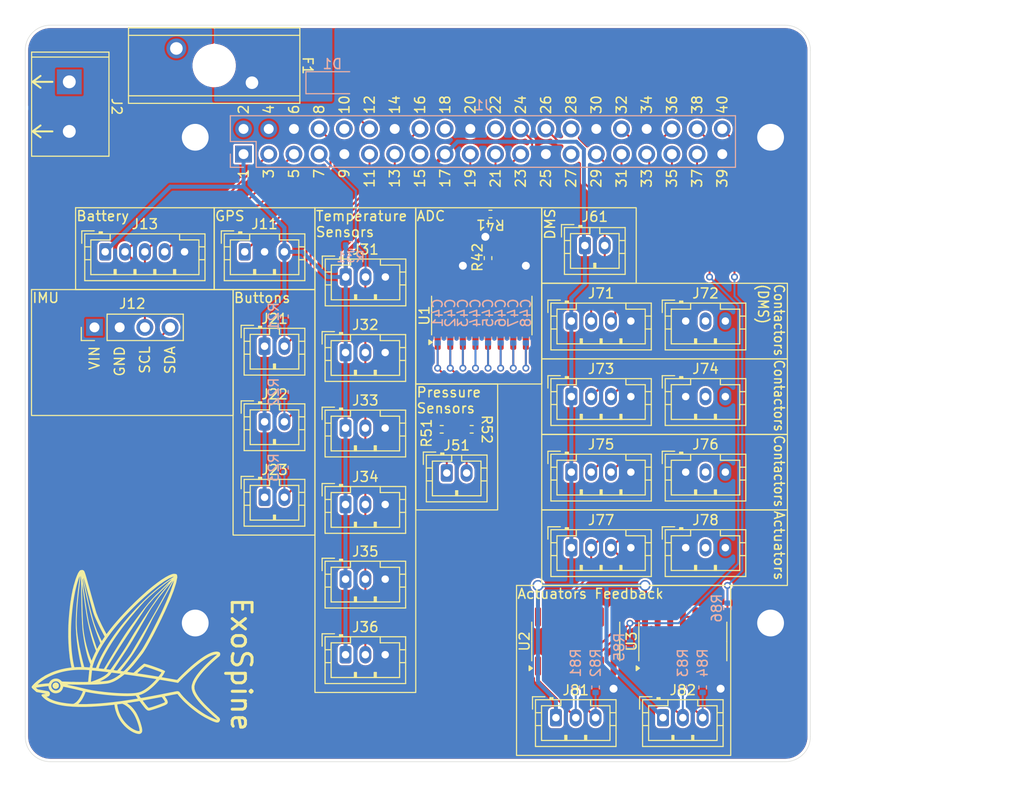
<source format=kicad_pcb>
(kicad_pcb (version 20240108) (generator "pcbnew") (generator_version "8.0")
  (title_block (date "15 nov 2012"))
  (layers (0 "F.Cu" signal) (31 "B.Cu" signal) (34 "B.Paste" user) (35 "F.Paste" user) (36 "B.SilkS" user "B.Silkscreen") (37 "F.SilkS" user "F.Silkscreen") (38 "B.Mask" user) (39 "F.Mask" user) (44 "Edge.Cuts" user))
  (net 0 "")
  (net 1 "GND")
  (net 3 "/Actuator1")
  (net 4 "/ADC.MISO")
  (net 6 "/Contactor2")
  (net 7 "/Actuator2.Feedback")
  (net 8 "/Actuator1.Feedback")
  (net 9 "/SCL")
  (net 10 "/Button2")
  (net 11 "/TemperatureSensors")
  (net 12 "/Button3")
  (net 14 "/ADC.Enable")
  (net 15 "/SDA")
  (net 17 "/Contactor3")
  (net 18 "/ADC.SCLK")
  (net 20 "/Actuator2")
  (net 21 "/Battery.NALCC")
  (net 23 "/Contactor6")
  (net 24 "/GPS.TX")
  (net 25 "/Contactor4")
  (net 26 "/Button1")
  (net 27 "/ADC.MOSI")
  (net 28 "/Contactor5")
  (net 29 "/Contactor1.DMS")
  (net 30 "+5V")
  (net 32 "+3.3V")
  (net 33 "/MCP3008.CH1")
  (net 34 "/MCP3008.CH2")
  (net 35 "/MCP3008.CH3")
  (net 36 "/MCP3008.CH4")
  (net 37 "/MCP3008.CH5")
  (net 38 "/MCP3008.CH6")
  (net 39 "/MCP3008.CH0")
  (net 40 "/MCP3008.CH7")
  (net 42 "Net-(U2-Pad3)")
  (net 45 "Net-(J81-Pin_2)")
  (net 46 "Net-(J81-Pin_3)")
  (net 47 "Net-(U1-Dout)")
  (net 48 "Net-(U2-Pad5)")
  (net 49 "Net-(U2-Pad10)")
  (net 50 "Net-(U3-1Y)")
  (net 51 "Net-(U3-2B)")
  (net 52 "Net-(U3-3B)")
  (net 53 "Net-(J82-Pin_3)")
  (net 54 "Net-(J82-Pin_2)")
  (net 55 "Net-(J2-Pin_1)")
  (footprint "Connector_JST:JST_PH_B3B-PH-K_1x03_P2.00mm_Vertical" (layer "F.Cu") (at 118.65 56.515)
    (property "Reference" "J33")
    (property "Value" "JST PH 3pin")
  )
  (footprint "Connector_JST:JST_PH_B3B-PH-K_1x03_P2.00mm_Vertical" (layer "F.Cu") (at 152.94 53.34)
    (property "Reference" "J74")
    (property "Value" "JST PH 3pin")
  )
  (footprint "Connector_JST:JST_PH_B3B-PH-K_1x03_P2.00mm_Vertical" (layer "F.Cu") (at 152.94 45.72)
    (property "Reference" "J72")
    (property "Value" "JST PH 3pin")
  )
  (footprint "MountingHole:MountingHole_2.7mm_Pad" (layer "F.Cu") (at 161.5 27.18)
    (property "Reference" "J4" (hide yes))
    (property "Value" "Mounting Hole 2.7mm" (hide yes))
  )
  (footprint "ExoSpineV2:[Exocet]MX126-5.0-02P-GN01-Cu-S-A" (layer "F.Cu") (at 90.805 24.09 -90)
    (property "Reference" "J2")
    (property "Value" "Screw Terminal 2pin 5mm")
  )
  (footprint "Connector_JST:JST_PH_B4B-PH-K_1x04_P2.00mm_Vertical" (layer "F.Cu") (at 141.415 45.72)
    (property "Reference" "J71")
    (property "Value" "JST PH 4pin")
  )
  (footprint "Connector_JST:JST_PH_B3B-PH-K_1x03_P2.00mm_Vertical" (layer "F.Cu") (at 152.94 68.58)
    (property "Reference" "J78")
    (property "Value" "JST PH 3pin")
  )
  (footprint "MountingHole:MountingHole_2.7mm_Pad" (layer "F.Cu") (at 103.5 76.18)
    (property "Reference" "J5" (hide yes))
    (property "Value" "Mounting Hole 2.7mm" (hide yes))
  )
  (footprint "Connector_JST:JST_PH_B2B-PH-K_1x02_P2.00mm_Vertical" (layer "F.Cu") (at 128.8575 61.045)
    (property "Reference" "J51")
    (property "Value" "JST PH 2pin")
  )
  (footprint "Connector_JST:JST_PH_B3B-PH-K_1x03_P2.00mm_Vertical" (layer "F.Cu") (at 118.65 71.755)
    (property "Reference" "J35")
    (property "Value" "JST PH 3pin")
  )
  (footprint "Connector_JST:JST_PH_B2B-PH-K_1x02_P2.00mm_Vertical" (layer "F.Cu") (at 110.49 55.88)
    (property "Reference" "J22")
    (property "Value" "JST PH 2pin")
  )
  (footprint "Package_SO:SOIC-14_3.9x8.7mm_P1.27mm" (layer "F.Cu") (at 152.654 78.04 90)
    (property "Reference" "U3")
    (property "Value" "74HC00D,653")
  )
  (footprint "Connector_JST:JST_PH_B3B-PH-K_1x03_P2.00mm_Vertical" (layer "F.Cu") (at 150.654 85.725)
    (property "Reference" "J82")
    (property "Value" "JST PH 3pin")
  )
  (footprint "Connector_JST:JST_PH_B2B-PH-K_1x02_P2.00mm_Vertical" (layer "F.Cu") (at 110.49 63.5)
    (property "Reference" "J23")
    (property "Value" "JST PH 2pin")
  )
  (footprint "Connector_JST:JST_PH_B2B-PH-K_1x02_P2.00mm_Vertical" (layer "F.Cu") (at 110.49 48.26)
    (property "Reference" "J21")
    (property "Value" "JST PH 2pin")
  )
  (footprint "Connector_JST:JST_PH_B3B-PH-K_1x03_P2.00mm_Vertical" (layer "F.Cu") (at 118.6688 41.275)
    (property "Reference" "J31")
    (property "Value" "JST PH 3pin")
  )
  (footprint "Connector_JST:JST_PH_B2B-PH-K_1x02_P2.00mm_Vertical" (layer "F.Cu") (at 142.78 38.1)
    (property "Reference" "J61")
    (property "Value" "JST PH 2pin")
  )
  (footprint "Resistor_SMD:R_0402_1005Metric" (layer "F.Cu") (at 133.02 39.37 -90)
    (property "Reference" "R42")
    (property "Value" "2.2k")
  )
  (footprint "Resistor_SMD:R_0402_1005Metric" (layer "F.Cu") (at 128.3475 56.642)
    (property "Reference" "R51")
    (property "Value" "10k")
  )
  (footprint "Connector_JST:JST_PH_B4B-PH-K_1x04_P2.00mm_Vertical" (layer "F.Cu") (at 141.415 60.96)
    (property "Reference" "J75")
    (property "Value" "JST PH 4pin")
  )
  (footprint "Resistor_SMD:R_0402_1005Metric" (layer "F.Cu") (at 131.3675 56.642 180)
    (property "Reference" "R52")
    (property "Value" "10k")
  )
  (footprint "Connector_JST:JST_PH_B5B-PH-K_1x05_P2.00mm_Vertical" (layer "F.Cu") (at 94.425 38.735)
    (property "Reference" "J13")
    (property "Value" "JST PH 5pin")
  )
  (footprint "Connector_JST:JST_PH_B3B-PH-K_1x03_P2.00mm_Vertical" (layer "F.Cu") (at 108.49 38.735)
    (property "Reference" "J11")
    (property "Value" "JST PH 3pin")
  )
  (footprint "Connector_JST:JST_PH_B3B-PH-K_1x03_P2.00mm_Vertical" (layer "F.Cu") (at 118.65 48.895)
    (property "Reference" "J32")
    (property "Value" "JST PH 3pin")
  )
  (footprint "Connector_JST:JST_PH_B3B-PH-K_1x03_P2.00mm_Vertical" (layer "F.Cu") (at 152.94 60.96)
    (property "Reference" "J76")
    (property "Value" "JST PH 3pin")
  )
  (footprint "Package_SO:SOIC-16_3.9x9.9mm_P1.27mm" (layer "F.Cu") (at 132.385 45.1614 90)
    (property "Reference" "U1")
    (property "Value" "MCP3008-I/SL")
  )
  (footprint "MountingHole:MountingHole_2.7mm_Pad" (layer "F.Cu") (at 103.5 27.18)
    (property "Reference" "J3" (hide yes))
    (property "Value" "Mounting Hole 2.7mm" (hide yes))
  )
  (footprint "Connector_JST:JST_PH_B4B-PH-K_1x04_P2.00mm_Vertical" (layer "F.Cu") (at 141.415 68.58)
    (property "Reference" "J77")
    (property "Value" "JST PH 4pin")
  )
  (footprint "Connector_JST:JST_PH_B3B-PH-K_1x03_P2.00mm_Vertical" (layer "F.Cu") (at 118.65 64.22)
    (property "Reference" "J34")
    (property "Value" "JST PH 3pin")
  )
  (footprint "ExoSpineV2:[Mouser~]01530008(Littelfuse)" (layer "F.Cu") (at 105.41 19.95 90)
    (property "Reference" "F1")
    (property "Value" "Fuse Holder" (hide yes))
  )
  (footprint "Connector_PinHeader_2.54mm:PinHeader_1x04_P2.54mm_Vertical" (layer "F.Cu") (at 93.345 46.355 90)
    (property "Reference" "J12")
    (property "Value" "2.54mm 4pin")
  )
  (footprint "Connector_JST:JST_PH_B3B-PH-K_1x03_P2.00mm_Vertical" (layer "F.Cu") (at 139.859 85.725)
    (property "Reference" "J81")
    (property "Value" "JST PH 3pin")
  )
  (footprint "Package_SO:SOIC-14_3.9x8.7mm_P1.27mm" (layer "F.Cu") (at 141.859 78.04 90)
    (property "Reference" "U2")
    (property "Value" "74HC00D,653")
  )
  (footprint "Resistor_SMD:R_0402_1005Metric" (layer "F.Cu") (at 133.26 34.925)
    (property "Reference" "R41")
    (property "Value" "1k")
  )
  (footprint "Connector_JST:JST_PH_B3B-PH-K_1x03_P2.00mm_Vertical" (layer "F.Cu") (at 118.65 79.375)
    (property "Reference" "J36")
    (property "Value" "JST PH 3pin")
  )
  (footprint "MountingHole:MountingHole_2.7mm_Pad" (layer "F.Cu") (at 161.5 76.18)
    (property "Reference" "J6" (hide yes))
    (property "Value" "Mounting Hole 2.7mm" (hide yes))
  )
  (footprint "Connector_JST:JST_PH_B4B-PH-K_1x04_P2.00mm_Vertical" (layer "F.Cu") (at 141.415 53.34)
    (property "Reference" "J73")
    (property "Value" "JST PH 4pin")
  )
  (footprint "Connector_PinSocket_2.54mm:PinSocket_2x20_P2.54mm_Vertical" (layer "B.Cu") (at 108.37 28.88 -90)
    (property "Reference" "J1")
    (property "Value" "GPIO")
  )
  (footprint "Resistor_SMD:R_0402_1005Metric" (layer "B.Cu") (at 119.1788 38.1)
    (property "Reference" "R31")
    (property "Value" "4.7k")
  )
  (footprint "Capacitor_SMD:C_0402_1005Metric" (layer "B.Cu") (at 135.56 47.45 90)
    (property "Reference" "C47")
    (property "Value" "1uF")
  )
  (footprint "Resistor_SMD:R_0402_1005Metric" (layer "B.Cu") (at 112.49 60.5 90)
    (property "Reference" "R23")
    (property "Value" "10k")
  )
  (footprint "Resistor_SMD:R_0402_1005Metric" (layer "B.Cu") (at 112.49 52.88 90)
    (property "Reference" "R22")
    (property "Value" "10k")
  )
  (footprint "Capacitor_SMD:C_0402_1005Metric" (layer "B.Cu") (at 134.29 47.45 90)
    (property "Reference" "C46")
    (property "Value" "1uF")
  )
  (footprint "Resistor_SMD:R_0402_1005Metric" (layer "B.Cu") (at 157.15 74.68 -90)
    (property "Reference" "R86")
    (property "Value" "10k")
  )
  (footprint "Capacitor_SMD:C_0402_1005Metric" (layer "B.Cu") (at 133.02 47.45 90)
    (property "Reference" "C45")
    (property "Value" "1uF")
  )
  (footprint "Resistor_SMD:R_0402_1005Metric" (layer "B.Cu") (at 154.654 82.675 90)
    (property "Reference" "R84")
    (property "Value" "10k")
  )
  (footprint "Resistor_SMD:R_0402_1005Metric" (layer "B.Cu") (at 152.654 82.675 90)
    (property "Reference" "R83")
    (property "Value" "10k")
  )
  (footprint "Resistor_SMD:R_0402_1005Metric" (layer "B.Cu") (at 147.32 78.615 -90)
    (property "Reference" "R85")
    (property "Value" "10k")
  )
  (footprint "Resistor_SMD:R_0402_1005Metric" (layer "B.Cu") (at 112.49 45.26 90)
    (property "Reference" "R21")
    (property "Value" "10k")
  )
  (footprint "Diode_SMD:D_MiniMELF" (layer "B.Cu") (at 117.32 21.6772)
    (property "Reference" "D1")
    (property "Value" "ZMM5V6")
  )
  (footprint "Resistor_SMD:R_0402_1005Metric" (layer "B.Cu") (at 141.859 82.675 90)
    (property "Reference" "R81")
    (property "Value" "10k")
  )
  (footprint "Capacitor_SMD:C_0402_1005Metric" (layer "B.Cu") (at 131.75 47.45 90)
    (property "Reference" "C44")
    (property "Value" "1uF")
  )
  (footprint "Resistor_SMD:R_0402_1005Metric" (layer "B.Cu") (at 143.859 82.675 90)
    (property "Reference" "R82")
    (property "Value" "10k")
  )
  (footprint "Capacitor_SMD:C_0402_1005Metric" (layer "B.Cu") (at 127.94 47.45 90)
    (property "Reference" "C41")
    (property "Value" "1uF")
  )
  (footprint "Capacitor_SMD:C_0402_1005Metric" (layer "B.Cu") (at 136.83 47.45 90)
    (property "Reference" "C48")
    (property "Value" "1uF")
  )
  (footprint "Capacitor_SMD:C_0402_1005Metric" (layer "B.Cu") (at 129.21 47.45 90)
    (property "Reference" "C42")
    (property "Value" "1uF")
  )
  (footprint "Capacitor_SMD:C_0402_1005Metric" (layer "B.Cu") (at 130.48 47.45 90)
    (property "Reference" "C43")
    (property "Value" "1uF")
  )
  (gr_rect (start 138.43 34.29) (end 147.955 41.91) (stroke (width 0.12)) (fill none) (layer "F.SilkS"))
  (gr_rect (start 138.43 64.77) (end 163.195 72.39) (stroke (width 0.12)) (fill none) (layer "F.SilkS"))
  (gr_rect (start 135.89 72.39) (end 157.48 89.535) (stroke (width 0.12)) (fill none) (layer "F.SilkS"))
  (gr_rect (start 138.43 41.91) (end 163.195 49.53) (stroke (width 0.12)) (fill none) (layer "F.SilkS"))
  (gr_rect (start 125.73 52.07) (end 133.985 64.77) (stroke (width 0.12)) (fill none) (layer "F.SilkS"))
  (gr_rect (start 86.995 42.545) (end 107.315 55.245) (stroke (width 0.12)) (fill none) (layer "F.SilkS"))
  (gr_rect (start 105.41 34.29) (end 115.57 42.545) (stroke (width 0.12)) (fill none) (layer "F.SilkS"))
  (gr_rect (start 107.315 42.545) (end 115.57 67.31) (stroke (width 0.12)) (fill none) (layer "F.SilkS"))
  (gr_rect (start 138.43 49.53) (end 163.195 57.15) (stroke (width 0.12)) (fill none) (layer "F.SilkS"))
  (gr_rect (start 91.44 34.29) (end 105.41 42.545) (stroke (width 0.12)) (fill none) (layer "F.SilkS"))
  (gr_poly (pts (xy 92.107622 70.82079) (xy 92.109729 70.821096) (xy 92.111853 70.821529) (xy 92.113993 70.82207) (xy 92.116147 70.822702) (xy 92.11831 70.823405) (xy 92.122657 70.824956) (xy 92.127016 70.826575) (xy 92.131364 70.828117) (xy 92.133529 70.828813) (xy 92.135683 70.829436) (xy 92.146023 70.83137) (xy 92.156093 70.833634) (xy 92.165897 70.836222) (xy 92.175436 70.839127) (xy 92.184715 70.842342) (xy 92.193737 70.845861) (xy 92.202504 70.849677) (xy 92.211021 70.853783) (xy 92.21929 70.858171) (xy 92.227314 70.862837) (xy 92.235097 70.867772) (xy 92.242641 70.87297) (xy 92.257028 70.884127) (xy 92.2705 70.896256) (xy 92.283082 70.9093) (xy 92.2948 70.923207) (xy 92.305679 70.937923) (xy 92.315745 70.953392) (xy 92.325022 70.969561) (xy 92.333537 70.986377) (xy 92.341314 71.003784) (xy 92.348379 71.021728) (xy 92.36935 71.079725) (xy 92.389611 71.137991) (xy 92.428384 71.255168) (xy 92.465455 71.372939) (xy 92.501583 71.490979) (xy 92.536941 71.610241) (xy 92.571095 71.729868) (xy 92.63849 71.969402) (xy 92.671666 72.096919) (xy 92.688497 72.160607) (xy 92.705984 72.224108) (xy 92.726741 72.295952) (xy 92.748088 72.367634) (xy 92.79123 72.510874) (xy 92.849875 72.726478) (xy 93.006022 73.295692) (xy 93.164115 73.864356) (xy 93.344004 74.491155) (xy 93.525585 75.117478) (xy 93.526178 75.119715) (xy 93.526687 75.121977) (xy 93.527132 75.124258) (xy 93.52753 75.126552) (xy 93.528261 75.131159) (xy 93.528631 75.13346) (xy 93.529029 75.135752) (xy 93.76364 75.714181) (xy 94.003219 76.223521) (xy 94.089565 76.405963) (xy 94.34293 76.900967) (xy 94.517851 77.22843) (xy 94.558703 77.292833) (xy 94.667176 77.152935) (xy 94.807256 76.966089) (xy 95.00374 76.714474) (xy 95.095519 76.599314) (xy 95.19963 76.471017) (xy 95.321621 76.323117) (xy 95.433155 76.190515) (xy 95.562766 76.038567) (xy 95.693745 75.888255) (xy 95.881634 75.676884) (xy 95.922655 75.622896) (xy 95.992646 75.553159) (xy 96.180253 75.34907) (xy 96.396153 75.118254) (xy 96.592354 74.912754) (xy 96.777478 74.721196) (xy 97.049935 74.445535) (xy 97.312034 74.181375) (xy 97.367068 74.126116) (xy 97.451397 74.042818) (xy 97.628688 73.87412) (xy 97.834555 73.678879) (xy 98.020385 73.509221) (xy 98.151801 73.388232) (xy 98.389137 73.175705) (xy 98.405949 73.160535) (xy 98.422721 73.145323) (xy 98.550645 73.031228) (xy 98.614741 72.97433) (xy 98.679162 72.91781) (xy 98.699366 72.900404) (xy 98.719729 72.883181) (xy 98.760789 72.849121) (xy 98.843274 72.781426) (xy 98.937452 72.702869) (xy 99.031798 72.624525) (xy 99.12427 72.548665) (xy 99.21692 72.473027) (xy 99.721577 72.083716) (xy 100.051438 71.847947) (xy 100.0578 71.843328) (xy 100.0641 71.838625) (xy 100.076656 71.829166) (xy 100.51568 71.551473) (xy 100.679478 71.462034) (xy 100.761612 71.417771) (xy 100.844314 71.374618) (xy 100.864548 71.364769) (xy 100.885121 71.355581) (xy 100.905957 71.346908) (xy 100.92698 71.338603) (xy 100.96929 71.322508) (xy 100.990425 71.314425) (xy 101.011446 71.306123) (xy 101.057464 71.287333) (xy 101.103793 71.269835) (xy 101.150527 71.254021) (xy 101.174076 71.246868) (xy 101.197761 71.240283) (xy 101.221596 71.234317) (xy 101.245591 71.229016) (xy 101.269759 71.224432) (xy 101.294111 71.220612) (xy 101.31866 71.217606) (xy 101.343416 71.215463) (xy 101.368393 71.214232) (xy 101.393601 71.213963) (xy 101.571543 71.240337) (xy 101.577898 71.242348) (xy 101.583931 71.244596) (xy 101.589653 71.247071) (xy 101.595077 71.249765) (xy 101.600215 71.252669) (xy 101.605078 71.255775) (xy 101.609677 71.259074) (xy 101.614025 71.262558) (xy 101.618133 71.266218) (xy 101.622014 71.270045) (xy 101.625678 71.27403) (xy 101.629137 71.278166) (xy 101.635489 71.286854) (xy 101.641163 71.296039) (xy 101.646253 71.305652) (xy 101.650853 71.315625) (xy 101.655057 71.325889) (xy 101.658958 71.336375) (xy 101.673412 71.379162) (xy 101.678442 71.393862) (xy 101.68343 71.408584) (xy 101.688399 71.509068) (xy 101.690536 71.559319) (xy 101.691939 71.609583) (xy 101.691932 71.610882) (xy 101.691864 71.612183) (xy 101.691556 71.614788) (xy 101.691038 71.617396) (xy 101.690332 71.620008) (xy 101.689463 71.622623) (xy 101.688454 71.625241) (xy 101.687329 71.62786) (xy 101.686111 71.630482) (xy 101.68349 71.635728) (xy 101.680779 71.640976) (xy 101.678165 71.646223) (xy 101.676954 71.648845) (xy 101.675838 71.651465) (xy 101.589887 72.090152) (xy 101.56754 72.174838) (xy 101.555979 72.217058) (xy 101.549822 72.238047) (xy 101.543307 72.25892) (xy 101.430688 72.60563) (xy 101.316555 72.951832) (xy 101.309619 72.971782) (xy 101.302212 72.991577) (xy 101.294441 73.01125) (xy 101.286411 73.030837) (xy 101.26999 73.069891) (xy 101.253789 73.109016) (xy 101.157895 73.360183) (xy 101.109554 73.485606) (xy 101.06017 73.610609) (xy 101.011752 73.729006) (xy 100.962233 73.846961) (xy 100.862177 74.082456) (xy 100.861168 74.084773) (xy 100.860108 74.087069) (xy 100.857856 74.091604) (xy 100.855462 74.09608) (xy 100.852966 74.100513) (xy 100.847838 74.109319) (xy 100.845289 74.113725) (xy 100.842803 74.118157) (xy 100.420091 75.071631) (xy 100.419269 75.073412) (xy 100.418395 75.075171) (xy 100.417473 75.076908) (xy 100.41651 75.078628) (xy 100.414478 75.08202) (xy 100.412343 75.085366) (xy 100.407929 75.091996) (xy 100.405737 75.095318) (xy 100.40361 75.098668) (xy 100.057521 75.833574) (xy 100.05654 75.835602) (xy 100.055519 75.83761) (xy 100.053375 75.841577) (xy 100.051121 75.845492) (xy 100.048788 75.849368) (xy 100.044013 75.85707) (xy 100.041634 75.860924) (xy 100.039302 75.864802) (xy 99.964798 76.022145) (xy 99.927271 76.100677) (xy 99.888991 76.178831) (xy 99.735616 76.484301) (xy 99.581468 76.789391) (xy 99.455576 77.038019) (xy 99.32909 77.286341) (xy 99.289767 77.362153) (xy 99.249948 77.437708) (xy 99.169706 77.588503) (xy 99.168208 77.591245) (xy 99.166661 77.593962) (xy 99.163438 77.599326) (xy 99.160075 77.604616) (xy 99.156613 77.609855) (xy 99.149551 77.620259) (xy 99.14603 77.625467) (xy 99.142569 77.630709) (xy 98.862196 78.156361) (xy 98.85782 78.164325) (xy 98.853288 78.172206) (xy 98.848634 78.180022) (xy 98.843895 78.187793) (xy 98.8343 78.203271) (xy 98.824788 78.218789) (xy 98.754842 78.345024) (xy 98.719659 78.408019) (xy 98.683902 78.470687) (xy 98.637786 78.549611) (xy 98.591201 78.628264) (xy 98.497664 78.785365) (xy 98.456985 78.849186) (xy 98.416904 78.913467) (xy 98.336941 79.042183) (xy 98.296261 79.106006) (xy 98.254581 79.169063) (xy 98.211505 79.231049) (xy 98.166631 79.291657) (xy 97.935342 79.589399) (xy 97.701441 79.885142) (xy 97.231234 80.474775) (xy 97.22889 80.477639) (xy 97.226465 80.480439) (xy 97.223969 80.483182) (xy 97.221409 80.485876) (xy 97.216129 80.491136) (xy 97.210692 80.496271) (xy 97.199599 80.506368) (xy 97.194073 80.511431) (xy 97.188647 80.516572) (xy 96.993701 80.732528) (xy 96.646709 81.096143) (xy 96.645749 81.096051) (xy 96.644796 81.095923) (xy 96.643849 81.095763) (xy 96.642908 81.095572) (xy 96.641973 81.095351) (xy 96.641044 81.095104) (xy 96.640199 81.094854) (xy 96.641044 81.095104) (xy 96.641972 81.095352) (xy 96.642906 81.095573) (xy 96.643846 81.095767) (xy 96.64479 81.095929) (xy 96.64574 81.09606) (xy 96.646695 81.096158) (xy 96.782924 81.124267) (xy 96.791734 81.126172) (xy 96.800521 81.128183) (xy 96.818075 81.132267) (xy 97.079709 81.169804) (xy 97.144818 81.179243) (xy 97.19922 81.185692) (xy 97.212825 81.187177) (xy 97.226436 81.188459) (xy 97.240055 81.189461) (xy 97.253686 81.190109) (xy 97.257054 81.190121) (xy 97.26043 81.189951) (xy 97.263811 81.189619) (xy 97.267197 81.189141) (xy 97.270587 81.188536) (xy 97.273981 81.187822) (xy 97.280779 81.186141) (xy 97.294393 81.182267) (xy 97.3012 81.180365) (xy 97.308 81.17868) (xy 97.507968 80.995066) (xy 97.615989 80.898178) (xy 97.834373 80.703389) (xy 98.002564 80.553924) (xy 98.115157 80.455245) (xy 98.291881 80.319736) (xy 98.296625 80.314289) (xy 98.30142 80.309315) (xy 98.306264 80.3048) (xy 98.311155 80.300728) (xy 98.316093 80.297081) (xy 98.321074 80.293846) (xy 98.326098 80.291004) (xy 98.331162 80.288542) (xy 98.336265 80.286441) (xy 98.341406 80.284688) (xy 98.346582 80.283266) (xy 98.351792 80.282158) (xy 98.357034 80.281349) (xy 98.362306 80.280823) (xy 98.367608 80.280564) (xy 98.372936 80.280556) (xy 98.383666 80.28123) (xy 98.394483 80.282717) (xy 98.405374 80.28489) (xy 98.416325 80.287621) (xy 98.427323 80.290782) (xy 98.438352 80.294247) (xy 98.460454 80.301575) (xy 98.740307 80.37793) (xy 98.77746 80.387751) (xy 98.796693 80.396599) (xy 98.880753 80.423213) (xy 98.964898 80.450899) (xy 99.08614 80.488942) (xy 99.22584 80.535622) (xy 99.385254 80.591403) (xy 99.488081 80.628473) (xy 99.599334 80.666361) (xy 99.749503 80.722171) (xy 99.898787 80.778277) (xy 100.066566 80.843922) (xy 100.132354 80.871734) (xy 100.26288 80.927826) (xy 100.42688 81.011039) (xy 100.430027 81.012694) (xy 100.433022 81.014407) (xy 100.435865 81.016179) (xy 100.438557 81.018008) (xy 100.441098 81.019893) (xy 100.443486 81.021833) (xy 100.445723 81.023828) (xy 100.447809 81.025875) (xy 100.449743 81.027973) (xy 100.451525 81.030123) (xy 100.453156 81.032322) (xy 100.454635 81.034571) (xy 100.455963 81.036866) (xy 100.457139 81.039209) (xy 100.458164 81.041597) (xy 100.459037 81.044029) (xy 100.459758 81.046505) (xy 100.460329 81.049023) (xy 100.460747 81.051583) (xy 100.461014 81.054183) (xy 100.46113 81.056822) (xy 100.461094 81.059499) (xy 100.460907 81.062214) (xy 100.460568 81.064965) (xy 100.460078 81.06775) (xy 100.459436 81.07057) (xy 100.458643 81.073422) (xy 100.457699 81.076307) (xy 100.456603 81.079222) (xy 100.455355 81.082167) (xy 100.453956 81.085141) (xy 100.452406 81.088142) (xy 100.406867 81.171903) (xy 100.360905 81.255431) (xy 100.268356 81.422138) (xy 100.266948 81.424596) (xy 100.265482 81.427022) (xy 100.263962 81.429417) (xy 100.262394 81.431786) (xy 100.259142 81.436457) (xy 100.255772 81.441061) (xy 100.248869 81.450177) (xy 100.245432 81.454743) (xy 100.242067 81.45935) (xy 100.158966 81.571885) (xy 100.11793 81.640268) (xy 100.225542 81.665795) (xy 100.385013 81.693609) (xy 100.552752 81.721773) (xy 100.655862 81.740244) (xy 100.767733 81.759126) (xy 100.926667 81.787079) (xy 101.085445 81.815147) (xy 101.244167 81.843185) (xy 101.347038 81.861841) (xy 101.50542 81.889992) (xy 101.599654 81.908406) (xy 101.71099 81.888778) (xy 101.722379 81.861812) (xy 101.945561 81.630136) (xy 102.057588 81.517698) (xy 102.159512 81.412415) (xy 102.271597 81.309771) (xy 102.439887 81.141623) (xy 102.533329 81.057931) (xy 102.654812 80.945648) (xy 102.832372 80.777669) (xy 102.832387 80.777669) (xy 102.86621 80.751088) (xy 102.891731 80.751088) (xy 102.892811 80.748682) (xy 102.894038 80.746174) (xy 102.893406 80.747441) (xy 102.892811 80.748682) (xy 102.892252 80.749897) (xy 102.891731 80.751088) (xy 102.86621 80.751088) (xy 102.916292 80.711728) (xy 103.029025 80.601634) (xy 103.271355 80.394355) (xy 103.439447 80.254204) (xy 103.570934 80.153253) (xy 103.719722 80.029908) (xy 103.794144 79.972643) (xy 103.831454 79.944149) (xy 103.864806 79.919102) (xy 104.270825 79.919102) (xy 104.2712 79.920374) (xy 104.271603 79.921639) (xy 104.270825 79.919102) (xy 103.864806 79.919102) (xy 103.86899 79.91596) (xy 103.871702 79.914006) (xy 103.874471 79.912127) (xy 103.87729 79.910316) (xy 103.880153 79.908566) (xy 103.885993 79.905218) (xy 103.891944 79.90202) (xy 103.904005 79.895837) (xy 103.910026 79.892729) (xy 103.915979 79.88953) (xy 103.973342 79.843614) (xy 104.446613 79.843614) (xy 104.447991 79.843931) (xy 104.449461 79.844204) (xy 104.451023 79.844432) (xy 104.452681 79.844612) (xy 104.454437 79.844744) (xy 104.456293 79.844824) (xy 104.458252 79.844853) (xy 104.458254 79.844853) (xy 104.456299 79.844824) (xy 104.454444 79.844744) (xy 104.452687 79.844612) (xy 104.451027 79.844432) (xy 104.449463 79.844204) (xy 104.447992 79.843931) (xy 104.446613 79.843614) (xy 103.973342 79.843614) (xy 104.028345 79.799586) (xy 104.149815 79.715075) (xy 104.289612 79.619035) (xy 104.448575 79.516644) (xy 104.682282 79.379781) (xy 104.803723 79.314573) (xy 104.962571 79.239192) (xy 105.046687 79.202122) (xy 105.098878 79.18111) (xy 105.142802 79.164303) (xy 105.385861 79.164303) (xy 105.401961 79.097698) (xy 105.43905 79.091773) (xy 105.476129 79.085732) (xy 105.439048 79.091773) (xy 105.401946 79.097698) (xy 105.385861 79.164303) (xy 105.142802 79.164303) (xy 105.15134 79.161035) (xy 105.204165 79.14222) (xy 105.257446 79.124987) (xy 105.311276 79.109657) (xy 105.338425 79.102807) (xy 105.365746 79.096553) (xy 105.39325 79.090937) (xy 105.420949 79.085997) (xy 105.448854 79.081775) (xy 105.476978 79.078311) (xy 105.501138 79.073723) (xy 105.519721 79.070677) (xy 105.664473 79.070677) (xy 105.685196 79.07238) (xy 105.705908 79.074353) (xy 105.726617 79.0764) (xy 105.747333 79.078325) (xy 105.747333 79.078311) (xy 105.726617 79.076394) (xy 105.705908 79.074351) (xy 105.685196 79.072379) (xy 105.664473 79.070677) (xy 105.519721 79.070677) (xy 105.525269 79.069767) (xy 105.549367 79.066472) (xy 105.573433 79.063866) (xy 105.597464 79.061978) (xy 105.62146 79.060838) (xy 105.645418 79.060472) (xy 105.669338 79.06091) (xy 105.693217 79.062181) (xy 105.717055 79.064314) (xy 105.74085 79.067336) (xy 105.764601 79.071276) (xy 105.788307 79.076164) (xy 105.811965 79.082028) (xy 105.835575 79.088896) (xy 105.859135 79.096797) (xy 105.887414 79.10604) (xy 105.897885 79.109579) (xy 105.907849 79.113544) (xy 105.917315 79.117924) (xy 105.926292 79.122706) (xy 105.934789 79.127878) (xy 105.942814 79.133429) (xy 105.950376 79.139345) (xy 105.957485 79.145616) (xy 105.964149 79.152229) (xy 105.970377 79.159172) (xy 105.976177 79.166432) (xy 105.98156 79.173999) (xy 105.986532 79.181859) (xy 105.991104 79.190001) (xy 105.999082 79.207082) (xy 106.005564 79.225145) (xy 106.01062 79.244094) (xy 106.014322 79.263833) (xy 106.01674 79.284264) (xy 106.017945 79.305292) (xy 106.018008 79.32682) (xy 106.017001 79.348751) (xy 106.014993 79.37099) (xy 106.013388 79.38305) (xy 106.011313 79.394705) (xy 106.008785 79.405969) (xy 106.00582 79.416857) (xy 106.002434 79.427383) (xy 105.998646 79.437563) (xy 105.99447 79.447411) (xy 105.989924 79.456943) (xy 105.985025 79.466173) (xy 105.97979 79.475116) (xy 105.974234 79.483787) (xy 105.968375 79.492201) (xy 105.955815 79.508318) (xy 105.942241 79.523585) (xy 105.927788 79.538122) (xy 105.912589 79.552048) (xy 105.896779 79.565481) (xy 105.880489 79.578541) (xy 105.813217 79.629435) (xy 105.727069 79.703546) (xy 105.541847 79.862748) (xy 105.38335 80.002998) (xy 105.187447 80.180642) (xy 105.187432 80.180642) (xy 105.187484 80.180644) (xy 105.028634 80.329995) (xy 104.952929 80.404431) (xy 104.838304 80.51653) (xy 104.505932 80.853193) (xy 104.38418 80.984088) (xy 104.243888 81.142809) (xy 104.156864 81.245214) (xy 104.01073 81.423155) (xy 103.932935 81.525447) (xy 103.794068 81.721493) (xy 103.663568 81.926978) (xy 103.504762 82.244661) (xy 103.419517 82.543732) (xy 103.428858 82.823654) (xy 103.4617 82.927786) (xy 103.494954 83.03178) (xy 103.498406 83.042063) (xy 103.502017 83.052295) (xy 103.509574 83.072649) (xy 103.525039 83.113242) (xy 103.618568 83.300159) (xy 103.673474 83.393786) (xy 103.786463 83.570979) (xy 103.897785 83.720697) (xy 104.029441 83.888577) (xy 104.100053 83.973625) (xy 104.213394 84.104196) (xy 104.3283 84.234145) (xy 104.459152 84.374367) (xy 104.533673 84.449055) (xy 104.664399 84.579951) (xy 104.738863 84.654712) (xy 104.897542 84.804276) (xy 105.055756 84.953937) (xy 105.18737 85.075039) (xy 105.290226 85.168412) (xy 105.477368 85.336575) (xy 105.567785 85.413698) (xy 105.65799 85.491064) (xy 105.663613 85.496038) (xy 105.669131 85.501134) (xy 105.674567 85.506324) (xy 105.679945 85.511581) (xy 105.690619 85.522186) (xy 105.701339 85.532733) (xy 105.828312 85.645694) (xy 105.844014 85.659127) (xy 105.859793 85.672487) (xy 105.867621 85.67923) (xy 105.875361 85.686064) (xy 105.882975 85.693024) (xy 105.890428 85.700148) (xy 105.903054 85.712978) (xy 105.914939 85.725968) (xy 105.926077 85.739111) (xy 105.93646 85.752399) (xy 105.946082 85.765825) (xy 105.954937 85.779383) (xy 105.963019 85.793064) (xy 105.970321 85.806862) (xy 105.976836 85.820769) (xy 105.982558 85.834779) (xy 105.987481 85.848883) (xy 105.991598 85.863074) (xy 105.994902 85.877346) (xy 105.997388 85.891691) (xy 105.999048 85.906102) (xy 105.999877 85.920571) (xy 105.999868 85.935092) (xy 105.999014 85.949657) (xy 105.997309 85.964258) (xy 105.994746 85.978889) (xy 105.99132 85.993543) (xy 105.987023 86.008211) (xy 105.981849 86.022888) (xy 105.975792 86.037564) (xy 105.968845 86.052235) (xy 105.961002 86.066891) (xy 105.952256 86.081526) (xy 105.942601 86.096133) (xy 105.93203 86.110704) (xy 105.920537 86.125232) (xy 105.908116 86.139709) (xy 105.89476 86.15413) (xy 105.891202 86.157726) (xy 105.887548 86.161229) (xy 105.883806 86.164648) (xy 105.879987 86.167992) (xy 105.872154 86.174493) (xy 105.864129 86.180809) (xy 105.84781 86.193185) (xy 105.839673 86.199396) (xy 105.831656 86.205722) (xy 105.738042 86.214751) (xy 105.737431 86.214652) (xy 105.736822 86.214563) (xy 105.736213 86.214476) (xy 105.735602 86.214385) (xy 105.71724 86.215708) (xy 105.708061 86.216245) (xy 105.698884 86.21668) (xy 105.68971 86.216999) (xy 105.680539 86.217189) (xy 105.671372 86.217234) (xy 105.66221 86.217122) (xy 105.65527 86.216814) (xy 105.648337 86.216213) (xy 105.64141 86.215347) (xy 105.634488 86.214246) (xy 105.62757 86.212938) (xy 105.620656 86.211454) (xy 105.606837 86.208071) (xy 105.579219 86.200471) (xy 105.565409 86.196721) (xy 105.551592 86.193317) (xy 105.273942 86.091507) (xy 105.268771 86.089478) (xy 105.263662 86.087283) (xy 105.258603 86.084957) (xy 105.253577 86.082539) (xy 105.243575 86.077577) (xy 105.238569 86.075107) (xy 105.233542 86.072696) (xy 105.043931 85.989326) (xy 105.023531 85.980111) (xy 105.003215 85.9707) (xy 104.962637 85.951734) (xy 104.709991 85.82338) (xy 104.560526 85.748676) (xy 104.392774 85.654287) (xy 104.205519 85.543106) (xy 104.158981 85.514826) (xy 104.009446 85.421736) (xy 103.869547 85.327572) (xy 103.710614 85.215784) (xy 103.607899 85.140939) (xy 103.533026 85.085384) (xy 103.383617 84.972959) (xy 103.299529 84.907583) (xy 103.16886 84.804474) (xy 103.066076 84.720526) (xy 102.898111 84.579796) (xy 102.81391 84.503766) (xy 102.72985 84.429062) (xy 102.607902 84.310259) (xy 102.533664 84.251275) (xy 102.439854 84.160753) (xy 102.355793 84.076792) (xy 102.262392 83.983306) (xy 102.159945 83.870191) (xy 102.136092 83.844041) (xy 102.5129 83.844041) (xy 102.513715 83.843591) (xy 102.514395 83.843208) (xy 102.5129 83.844041) (xy 102.136092 83.844041) (xy 102.066431 83.767674) (xy 101.972733 83.665678) (xy 101.86093 83.534163) (xy 101.823664 83.484845) (xy 101.730515 83.364477) (xy 101.727977 83.361692) (xy 101.725399 83.359161) (xy 101.722783 83.356875) (xy 101.720132 83.354822) (xy 101.717447 83.352992) (xy 101.714729 83.351376) (xy 101.711979 83.349962) (xy 101.709201 83.34874) (xy 101.706394 83.347701) (xy 101.703561 83.346833) (xy 101.700703 83.346126) (xy 101.697822 83.34557) (xy 101.691997 83.34487) (xy 101.686099 83.344649) (xy 101.680139 83.344825) (xy 101.674131 83.345315) (xy 101.668087 83.346036) (xy 101.662021 83.346906) (xy 101.649869 83.348759) (xy 101.643809 83.349576) (xy 101.637777 83.350211) (xy 101.622657 83.351413) (xy 101.607537 83.352553) (xy 101.448999 83.381326) (xy 101.263098 83.412511) (xy 101.0759 83.449778) (xy 100.879319 83.492986) (xy 100.691938 83.530169) (xy 100.504867 83.567112) (xy 100.504853 83.567112) (xy 100.458315 83.576693) (xy 100.457556 83.578239) (xy 100.4567 83.579832) (xy 100.454793 83.583109) (xy 100.452786 83.586435) (xy 100.450874 83.589717) (xy 100.450015 83.591313) (xy 100.449252 83.592863) (xy 100.448611 83.594357) (xy 100.448115 83.595782) (xy 100.447929 83.596465) (xy 100.447788 83.597127) (xy 100.447696 83.597767) (xy 100.447655 83.598382) (xy 100.447669 83.598971) (xy 100.447741 83.599533) (xy 100.447873 83.600067) (xy 100.448069 83.60057) (xy 100.449567 83.603625) (xy 100.451157 83.606636) (xy 100.452828 83.609609) (xy 100.454574 83.612548) (xy 100.456384 83.615456) (xy 100.458251 83.618338) (xy 100.462121 83.624038) (xy 100.47016 83.635298) (xy 100.474192 83.640923) (xy 100.478141 83.646586) (xy 100.569101 83.776902) (xy 100.627902 83.870008) (xy 100.691443 83.992025) (xy 100.721247 84.094402) (xy 100.723755 84.1047) (xy 100.725886 84.11491) (xy 100.727641 84.125027) (xy 100.729024 84.13505) (xy 100.730038 84.144974) (xy 100.730686 84.154797) (xy 100.730972 84.164516) (xy 100.730898 84.174128) (xy 100.730467 84.183629) (xy 100.729683 84.193016) (xy 100.728548 84.202287) (xy 100.727066 84.211437) (xy 100.72524 84.220465) (xy 100.723073 84.229366) (xy 100.720568 84.238138) (xy 100.717728 84.246778) (xy 100.714555 84.255282) (xy 100.711055 84.263648) (xy 100.707228 84.271872) (xy 100.703079 84.27995) (xy 100.69861 84.287881) (xy 100.693826 84.295661) (xy 100.688727 84.303287) (xy 100.683319 84.310755) (xy 100.677603 84.318063) (xy 100.671584 84.325207) (xy 100.665263 84.332184) (xy 100.658645 84.338992) (xy 100.651732 84.345626) (xy 100.644528 84.352085) (xy 100.637034 84.358364) (xy 100.629256 84.364461) (xy 100.613944 84.375683) (xy 100.598285 84.386448) (xy 100.58231 84.396799) (xy 100.566053 84.40678) (xy 100.532828 84.425801) (xy 100.498875 84.443855) (xy 100.361117 84.51329) (xy 100.357607 84.515056) (xy 100.35403 84.516694) (xy 100.350392 84.518219) (xy 100.346701 84.519641) (xy 100.342962 84.520975) (xy 100.339184 84.522233) (xy 100.331534 84.524572) (xy 100.316053 84.528899) (xy 100.308331 84.531093) (xy 100.300692 84.533441) (xy 99.96386 84.664068) (xy 99.590141 84.794836) (xy 99.590128 84.794836) (xy 99.458738 84.841344) (xy 99.254495 84.90716) (xy 99.160288 84.934944) (xy 98.982631 84.988129) (xy 98.824783 85.019781) (xy 98.78856 85.014912) (xy 98.666033 84.981667) (xy 98.575143 84.90668) (xy 98.517133 84.8509) (xy 98.453322 84.785691) (xy 98.405147 84.719991) (xy 98.400421 84.714541) (xy 98.680067 84.714541) (xy 98.687386 84.709814) (xy 98.694806 84.705179) (xy 98.702159 84.700491) (xy 98.705758 84.698083) (xy 98.709278 84.695609) (xy 98.712698 84.693049) (xy 98.715996 84.690387) (xy 98.719153 84.687604) (xy 98.722146 84.684682) (xy 98.724954 84.681603) (xy 98.726283 84.68) (xy 98.727558 84.67835) (xy 98.728777 84.676652) (xy 98.729936 84.674904) (xy 98.731034 84.673103) (xy 98.732067 84.671248) (xy 98.731034 84.673103) (xy 98.729936 84.674904) (xy 98.727558 84.67835) (xy 98.724954 84.681603) (xy 98.722146 84.684681) (xy 98.719153 84.687603) (xy 98.715996 84.690386) (xy 98.712698 84.693049) (xy 98.709278 84.695608) (xy 98.705758 84.698083) (xy 98.702159 84.700491) (xy 98.694806 84.705178) (xy 98.687386 84.709814) (xy 98.680067 84.714541) (xy 98.400421 84.714541) (xy 98.340618 84.645581) (xy 98.292823 84.580022) (xy 98.227531 84.495962) (xy 98.172525 84.430684) (xy 98.157199 84.408889) (xy 98.471502 84.408889) (xy 98.472776 84.40811) (xy 98.474029 84.407312) (xy 98.471502 84.408889) (xy 98.157199 84.408889) (xy 98.144322 84.390576) (xy 98.488467 84.390576) (xy 98.488484 84.390535) (xy 98.488501 84.390494) (xy 98.488535 84.390413) (xy 98.488552 84.390372) (xy 98.488559 84.390353) (xy 98.488552 84.390371) (xy 98.488535 84.390412) (xy 98.488501 84.390494) (xy 98.488484 84.390535) (xy 98.488467 84.390576) (xy 98.144322 84.390576) (xy 98.144161 84.390347) (xy 98.488561 84.390347) (xy 98.488567 84.390329) (xy 98.488574 84.390307) (xy 98.488581 84.390285) (xy 98.488587 84.390262) (xy 98.488593 84.390238) (xy 98.488587 84.390262) (xy 98.488581 84.390284) (xy 98.488574 84.390307) (xy 98.488567 84.390328) (xy 98.488561 84.390347) (xy 98.144161 84.390347) (xy 98.133212 84.374777) (xy 98.087012 84.318177) (xy 98.039866 84.253561) (xy 98.016568 84.220465) (xy 98.322932 84.220465) (xy 98.324532 84.217466) (xy 98.326291 84.213965) (xy 98.327998 84.210408) (xy 98.32967 84.206812) (xy 98.332978 84.199579) (xy 98.334647 84.195979) (xy 98.336349 84.192415) (xy 98.334647 84.195979) (xy 98.332977 84.199579) (xy 98.32967 84.206812) (xy 98.327998 84.210408) (xy 98.326291 84.213965) (xy 98.324532 84.217466) (xy 98.322932 84.220465) (xy 98.016568 84.220465) (xy 97.993427 84.187592) (xy 97.965558 84.149803) (xy 97.959405 84.141954) (xy 97.953175 84.134156) (xy 97.940694 84.11857) (xy 97.93455 84.110714) (xy 97.928541 84.102768) (xy 97.922721 84.094699) (xy 97.917143 84.086471) (xy 97.914177 84.082148) (xy 97.911111 84.078113) (xy 97.907938 84.074373) (xy 97.90465 84.070935) (xy 97.901241 84.067804) (xy 97.897702 84.064987) (xy 97.894027 84.062489) (xy 97.890208 84.060318) (xy 97.886238 84.058479) (xy 97.882109 84.056978) (xy 97.877815 84.055822) (xy 97.873348 84.055017) (xy 97.8687 84.054568) (xy 97.863865 84.054483) (xy 97.858834 84.054767) (xy 97.853601 84.055426) (xy 97.7971 84.06625) (xy 97.572902 84.103517) (xy 97.39537 84.131796) (xy 97.217909 84.159834) (xy 96.949784 84.205808) (xy 96.944743 84.206723) (xy 96.939714 84.207708) (xy 96.929681 84.209828) (xy 96.909652 84.214219) (xy 96.853067 84.215631) (xy 96.752811 84.233497) (xy 96.652618 84.251756) (xy 96.651161 84.252074) (xy 96.649719 84.25248) (xy 96.648292 84.252964) (xy 96.646878 84.253516) (xy 96.645474 84.25413) (xy 96.64408 84.254795) (xy 96.642694 84.255503) (xy 96.641313 84.256246) (xy 96.638565 84.257798) (xy 96.635821 84.259383) (xy 96.633068 84.260929) (xy 96.631685 84.261666) (xy 96.630294 84.262367) (xy 96.685555 84.299254) (xy 96.797864 84.383059) (xy 96.88174 84.448943) (xy 96.956628 84.514278) (xy 97.012381 84.561579) (xy 97.0686 84.617148) (xy 97.096582 84.645186) (xy 97.133539 84.684388) (xy 97.217711 84.777239) (xy 97.273634 84.842841) (xy 97.330192 84.916035) (xy 97.386326 84.990755) (xy 97.414239 85.028346) (xy 97.460678 85.094329) (xy 97.507669 85.168328) (xy 97.544626 85.225535) (xy 97.591884 85.308789) (xy 97.63536 85.384383) (xy 97.666363 85.448955) (xy 97.694203 85.505103) (xy 97.73222 85.588852) (xy 97.776387 85.682945) (xy 97.823235 85.794635) (xy 97.860574 85.887642) (xy 97.881261 85.944058) (xy 97.89138 85.953399) (xy 97.909145 86.018847) (xy 97.955796 86.149643) (xy 97.983861 86.233688) (xy 98.010348 86.317748) (xy 98.029118 86.38345) (xy 98.058271 86.476625) (xy 98.085166 86.579353) (xy 98.113191 86.691084) (xy 98.134274 86.756773) (xy 98.131902 86.784839) (xy 98.150545 86.887161) (xy 98.159872 86.971289) (xy 98.151968 87.111274) (xy 98.149869 87.122919) (xy 98.147421 87.134382) (xy 98.144608 87.145656) (xy 98.141418 87.156732) (xy 98.137835 87.167603) (xy 98.133845 87.178263) (xy 98.129434 87.188703) (xy 98.124588 87.198916) (xy 98.119292 87.208894) (xy 98.113532 87.218631) (xy 98.107294 87.228119) (xy 98.100563 87.23735) (xy 98.093326 87.246317) (xy 98.085568 87.255013) (xy 98.077274 87.26343) (xy 98.06843 87.27156) (xy 98.051437 87.28815) (xy 98.033988 87.303161) (xy 98.016094 87.316625) (xy 97.997761 87.328573) (xy 97.978999 87.339035) (xy 97.959816 87.348041) (xy 97.94022 87.355624) (xy 97.920219 87.361812) (xy 97.899821 87.366638) (xy 97.879035 87.370131) (xy 97.857869 87.372323) (xy 97.836331 87.373244) (xy 97.81443 87.372925) (xy 97.792173 87.371396) (xy 97.76957 87.368689) (xy 97.746628 87.364834) (xy 97.736656 87.363029) (xy 97.726653 87.361396) (xy 97.70658 87.358497) (xy 97.666364 87.35308) (xy 97.498216 87.306231) (xy 97.4048 87.269049) (xy 97.311357 87.231527) (xy 97.227352 87.193596) (xy 97.096471 87.121079) (xy 97.031108 87.082146) (xy 96.956362 87.035409) (xy 96.956125 87.035254) (xy 97.480368 87.035254) (xy 97.490515 87.032874) (xy 97.500803 87.03091) (xy 97.511227 87.029345) (xy 97.521785 87.028163) (xy 97.532472 87.027348) (xy 97.543285 87.026884) (xy 97.554221 87.026755) (xy 97.55422 87.026755) (xy 97.543285 87.026884) (xy 97.532471 87.027348) (xy 97.521784 87.028163) (xy 97.511226 87.029345) (xy 97.500802 87.03091) (xy 97.490515 87.032874) (xy 97.485423 87.034011) (xy 97.480368 87.035254) (xy 96.956125 87.035254) (xy 96.872372 86.980531) (xy 96.779408 86.912968) (xy 96.67586 86.832112) (xy 96.619783 86.785629) (xy 96.606147 86.77372) (xy 97.028361 86.77372) (xy 97.036704 86.771846) (xy 97.044984 86.769933) (xy 97.049037 86.768926) (xy 97.052999 86.767865) (xy 97.056844 86.766735) (xy 97.060548 86.765522) (xy 97.056844 86.766735) (xy 97.052999 86.767865) (xy 97.049037 86.768926) (xy 97.044984 86.769933) (xy 97.036704 86.771846) (xy 97.028361 86.77372) (xy 96.606147 86.77372) (xy 96.545008 86.720323) (xy 96.433079 86.617001) (xy 96.349004 86.532829) (xy 96.274413 86.448401) (xy 96.251152 86.421944) (xy 96.615114 86.421944) (xy 96.61823 86.421472) (xy 96.619759 86.421265) (xy 96.621267 86.421079) (xy 96.622753 86.420916) (xy 96.624218 86.420777) (xy 96.625661 86.420662) (xy 96.62708 86.420574) (xy 96.625661 86.420662) (xy 96.624218 86.420777) (xy 96.622753 86.420916) (xy 96.621266 86.421079) (xy 96.619758 86.421265) (xy 96.61823 86.421472) (xy 96.615114 86.421944) (xy 96.251152 86.421944) (xy 96.208909 86.373896) (xy 96.143617 86.298938) (xy 96.078437 86.214158) (xy 96.003578 86.119204) (xy 95.975709 86.07381) (xy 95.919645 85.989763) (xy 95.908061 85.972278) (xy 96.203592 85.972278) (xy 96.20531 85.972225) (xy 96.207036 85.97219) (xy 96.208764 85.972172) (xy 96.210492 85.972166) (xy 96.208764 85.972171) (xy 96.207036 85.97219) (xy 96.20531 85.972225) (xy 96.203592 85.972278) (xy 95.908061 85.972278) (xy 95.863722 85.905349) (xy 95.798445 85.792857) (xy 95.751144 85.701289) (xy 95.703971 85.607986) (xy 95.641967 85.486433) (xy 95.612715 85.411602) (xy 95.602662 85.38259) (xy 95.842621 85.38259) (xy 95.847119 85.380422) (xy 95.851581 85.378144) (xy 95.855973 85.375769) (xy 95.860265 85.37331) (xy 95.864426 85.370781) (xy 95.868425 85.368196) (xy 95.872229 85.365567) (xy 95.875809 85.362907) (xy 95.879133 85.360231) (xy 95.88217 85.357551) (xy 95.884888 85.354881) (xy 95.886117 85.353553) (xy 95.887251 85.352239) (xy 95.884893 85.354874) (xy 95.882174 85.357546) (xy 95.879136 85.360227) (xy 95.875812 85.362905) (xy 95.872231 85.365565) (xy 95.868426 85.368195) (xy 95.864427 85.370781) (xy 95.860266 85.37331) (xy 95.855973 85.375768) (xy 95.851581 85.378144) (xy 95.84712 85.380422) (xy 95.842621 85.38259) (xy 95.602662 85.38259) (xy 95.592903 85.354424) (xy 95.592065 85.352198) (xy 95.887284 85.352198) (xy 95.888299 85.350922) (xy 95.889211 85.349665) (xy 95.887284 85.352198) (xy 95.592065 85.352198) (xy 95.591066 85.349544) (xy 95.889294 85.349544) (xy 95.890084 85.348334) (xy 95.890764 85.347154) (xy 95.889294 85.349544) (xy 95.591066 85.349544) (xy 95.590082 85.346927) (xy 95.890884 85.346927) (xy 95.891441 85.345802) (xy 95.891886 85.344717) (xy 95.890884 85.346927) (xy 95.590082 85.346927) (xy 95.564836 85.27982) (xy 95.527865 85.176271) (xy 95.509393 85.120081) (xy 95.476378 85.026088) (xy 95.67015 85.026088) (xy 95.6735 85.025063) (xy 95.67684 85.02399) (xy 95.680169 85.022872) (xy 95.683489 85.021712) (xy 95.6868 85.02051) (xy 95.690101 85.019271) (xy 95.696679 85.01669) (xy 95.690101 85.019271) (xy 95.6868 85.02051) (xy 95.683489 85.021712) (xy 95.680169 85.022872) (xy 95.676839 85.02399) (xy 95.6735 85.025063) (xy 95.67015 85.026088) (xy 95.476378 85.026088) (xy 95.473988 85.019285) (xy 95.455898 84.952892) (xy 95.444015 84.906481) (xy 95.702323 84.906481) (xy 95.709956 84.901671) (xy 95.717563 84.896782) (xy 95.725192 84.891969) (xy 95.729028 84.88964) (xy 95.732888 84.887388) (xy 95.729028 84.88964) (xy 95.725192 84.891969) (xy 95.717563 84.896781) (xy 95.709956 84.90167) (xy 95.702323 84.906481) (xy 95.444015 84.906481) (xy 95.42745 84.841781) (xy 95.418709 84.802316) (xy 95.694583 84.802316) (xy 95.696361 84.800207) (xy 95.698028 84.798073) (xy 95.694583 84.802316) (xy 95.418709 84.802316) (xy 95.417729 84.797892) (xy 95.698164 84.797892) (xy 95.699705 84.795742) (xy 95.701118 84.793571) (xy 95.698164 84.797892) (xy 95.417729 84.797892) (xy 95.416755 84.793492) (xy 95.701167 84.793492) (xy 95.702427 84.791325) (xy 95.703536 84.789146) (xy 95.701167 84.793492) (xy 95.416755 84.793492) (xy 95.400315 84.719269) (xy 95.379162 84.608257) (xy 95.36975 84.50543) (xy 95.360409 84.458764) (xy 95.349148 84.422527) (xy 95.258315 84.422372) (xy 95.248335 84.425183) (xy 95.238375 84.428188) (xy 95.218464 84.43427) (xy 95.208482 84.437091) (xy 95.198465 84.439595) (xy 95.193438 84.440689) (xy 95.188396 84.441655) (xy 95.183339 84.442478) (xy 95.178263 84.443142) (xy 95.093162 84.452424) (xy 95.007996 84.461156) (xy 94.837592 84.478109) (xy 94.837578 84.478109) (xy 94.680579 84.496201) (xy 94.523493 84.513572) (xy 94.504371 84.515433) (xy 94.485224 84.517059) (xy 94.446878 84.519819) (xy 94.370135 84.524817) (xy 94.042461 84.553872) (xy 93.926791 84.564893) (xy 93.868938 84.570136) (xy 93.811038 84.574644) (xy 93.613367 84.587167) (xy 93.415644 84.598844) (xy 93.237871 84.609189) (xy 93.237848 84.609189) (xy 93.237836 84.609189) (xy 93.237823 84.60919) (xy 93.237816 84.609191) (xy 93.237809 84.609192) (xy 93.237803 84.609193) (xy 93.237797 84.609194) (xy 93.23779 84.609195) (xy 93.237784 84.609197) (xy 93.237779 84.609199) (xy 93.237773 84.609201) (xy 93.133933 84.617296) (xy 93.082 84.62096) (xy 93.05602 84.622424) (xy 93.030029 84.623539) (xy 92.797772 84.630425) (xy 92.565492 84.636295) (xy 92.509937 84.637537) (xy 92.509937 84.637522) (xy 92.505365 84.638257) (xy 92.500795 84.63908) (xy 92.491657 84.640758) (xy 92.487089 84.641501) (xy 92.482522 84.642103) (xy 92.480238 84.642334) (xy 92.477955 84.642508) (xy 92.475672 84.642619) (xy 92.473388 84.642659) (xy 91.683251 84.642659) (xy 91.680989 84.642616) (xy 91.678726 84.642497) (xy 91.676464 84.642311) (xy 91.674202 84.642063) (xy 91.669677 84.641418) (xy 91.665153 84.640622) (xy 91.656104 84.638824) (xy 91.65158 84.637943) (xy 91.647055 84.637156) (xy 91.385336 84.628378) (xy 91.184366 84.622834) (xy 90.92149 84.598816) (xy 90.70593 84.581007) (xy 90.598237 84.5714) (xy 90.544465 84.565966) (xy 90.490763 84.559939) (xy 90.376957 84.545855) (xy 90.263307 84.530326) (xy 90.149955 84.51292) (xy 90.093437 84.503379) (xy 90.037048 84.493208) (xy 89.913071 84.469435) (xy 89.789391 84.443835) (xy 89.727774 84.430082) (xy 89.666366 84.41555) (xy 89.652722 84.41211) (xy 95.639317 84.41211) (xy 95.639318 84.414561) (xy 95.63944 84.417157) (xy 95.639685 84.419901) (xy 95.639685 84.41993) (xy 95.658467 84.550472) (xy 95.658467 84.550486) (xy 95.677206 84.653116) (xy 95.677206 84.653145) (xy 95.705738 84.782953) (xy 95.705738 84.782967) (xy 95.732888 84.887388) (xy 95.761901 84.988256) (xy 95.696679 85.01669) (xy 95.761901 84.988269) (xy 95.779822 85.045124) (xy 95.77866 85.045787) (xy 95.777503 85.046482) (xy 95.775197 85.047947) (xy 95.770604 85.051011) (xy 95.768305 85.05252) (xy 95.765996 85.053954) (xy 95.764835 85.054628) (xy 95.76367 85.055266) (xy 95.7625 85.055862) (xy 95.76367 85.055266) (xy 95.764835 85.054628) (xy 95.765996 85.053954) (xy 95.768305 85.052521) (xy 95.770604 85.051013) (xy 95.775197 85.047952) (xy 95.777503 85.046491) (xy 95.77866 85.045798) (xy 95.779822 85.045137) (xy 95.818727 85.158831) (xy 95.772556 85.149687) (xy 95.818713 85.158831) (xy 95.835731 85.204833) (xy 95.834947 85.205968) (xy 95.834175 85.207136) (xy 95.832665 85.209561) (xy 95.83119 85.212075) (xy 95.829737 85.21465) (xy 95.826857 85.219862) (xy 95.825407 85.222438) (xy 95.823935 85.224954) (xy 95.825407 85.222438) (xy 95.826857 85.219862) (xy 95.829737 85.214652) (xy 95.83119 85.212079) (xy 95.832665 85.209566) (xy 95.834175 85.207145) (xy 95.834947 85.205979) (xy 95.835731 85.204847) (xy 95.864278 85.278506) (xy 95.810614 85.308592) (xy 95.864278 85.278521) (xy 95.891963 85.344546) (xy 95.891953 85.344568) (xy 95.929782 85.430004) (xy 95.967684 85.510916) (xy 95.965667 85.51253) (xy 95.963666 85.51421) (xy 95.959702 85.517723) (xy 95.951844 85.525026) (xy 95.947903 85.528628) (xy 95.945919 85.530375) (xy 95.943923 85.532072) (xy 95.941911 85.533705) (xy 95.93988 85.535263) (xy 95.937827 85.536735) (xy 95.93988 85.535263) (xy 95.941911 85.533705) (xy 95.943923 85.532072) (xy 95.945919 85.530376) (xy 95.947903 85.528629) (xy 95.951844 85.525027) (xy 95.959702 85.517729) (xy 95.963666 85.51422) (xy 95.965667 85.512542) (xy 95.967684 85.51093) (xy 96.02228 85.616537) (xy 96.069538 85.701009) (xy 96.125362 85.794479) (xy 96.19191 85.896869) (xy 96.245179 85.972322) (xy 96.243463 85.97238) (xy 96.241742 85.972425) (xy 96.240019 85.972458) (xy 96.238294 85.972477) (xy 96.240019 85.972459) (xy 96.241744 85.972426) (xy 96.243469 85.97238) (xy 96.245194 85.972322) (xy 96.293736 86.037274) (xy 96.351606 86.111374) (xy 96.415233 86.186725) (xy 96.488244 86.271054) (xy 96.551927 86.336502) (xy 96.637525 86.42076) (xy 96.747747 86.523333) (xy 96.82509 86.588753) (xy 96.882452 86.635065) (xy 96.994409 86.719195) (xy 97.060548 86.765522) (xy 97.162981 86.831068) (xy 97.257934 86.886382) (xy 97.25792 86.886382) (xy 97.367846 86.943434) (xy 97.425533 86.970711) (xy 97.565275 87.026945) (xy 97.687166 87.064085) (xy 97.692238 87.065001) (xy 97.697308 87.066001) (xy 97.707447 87.068032) (xy 97.712522 87.068953) (xy 97.717603 87.06974) (xy 97.722692 87.070336) (xy 97.72524 87.070547) (xy 97.727792 87.070689) (xy 97.763817 87.071987) (xy 97.799856 87.073018) (xy 97.871951 87.074851) (xy 97.882437 87.037047) (xy 97.880815 86.9623) (xy 97.870414 86.890434) (xy 97.870414 86.890432) (xy 97.870414 86.890431) (xy 97.870414 86.89043) (xy 97.870415 86.890429) (xy 97.870415 86.890428) (xy 97.870415 86.890427) (xy 97.870416 86.890426) (xy 97.870416 86.890425) (xy 97.870417 86.890424) (xy 97.870417 86.890423) (xy 97.870418 86.890423) (xy 97.870418 86.890422) (xy 97.87042 86.89042) (xy 97.870421 86.890419) (xy 97.870422 86.890418) (xy 97.870423 86.890417) (xy 97.870424 86.890416) (xy 97.870424 86.890415) (xy 97.870425 86.890414) (xy 97.870426 86.890413) (xy 97.870426 86.890412) (xy 97.870427 86.890411) (xy 97.870427 86.89041) (xy 97.870427 86.890409) (xy 97.870427 86.890408) (xy 97.870428 86.890407) (xy 97.870428 86.890406) (xy 97.842615 86.749972) (xy 97.842615 86.749956) (xy 97.833767 86.711659) (xy 97.833767 86.711631) (xy 97.805319 86.60042) (xy 97.805319 86.600392) (xy 97.787032 86.534283) (xy 97.787032 86.534268) (xy 97.768009 86.469527) (xy 97.768009 86.469512) (xy 97.721245 86.320175) (xy 97.721245 86.32016) (xy 97.718769 86.312825) (xy 97.968983 86.312825) (xy 97.970212 86.312094) (xy 97.969595 86.312453) (xy 97.968983 86.312825) (xy 97.718769 86.312825) (xy 97.683583 86.208612) (xy 97.684478 86.207196) (xy 97.685354 86.205754) (xy 97.686214 86.204289) (xy 97.687059 86.202807) (xy 97.68872 86.199799) (xy 97.690356 86.196758) (xy 97.68872 86.199799) (xy 97.687059 86.202806) (xy 97.686214 86.204289) (xy 97.685354 86.205753) (xy 97.684478 86.207195) (xy 97.683583 86.208612) (xy 97.666099 86.159435) (xy 97.628691 86.056806) (xy 97.600356 85.982764) (xy 97.601133 85.979086) (xy 97.601993 85.975489) (xy 97.602933 85.971969) (xy 97.603952 85.968524) (xy 97.605046 85.96515) (xy 97.606215 85.961842) (xy 97.607455 85.958599) (xy 97.608765 85.955417) (xy 97.607455 85.958599) (xy 97.606215 85.961842) (xy 97.605046 85.96515) (xy 97.603951 85.968524) (xy 97.602933 85.971969) (xy 97.601993 85.975489) (xy 97.601133 85.979086) (xy 97.600356 85.982764) (xy 97.562848 85.889672) (xy 97.562848 85.889659) (xy 97.506869 85.758749) (xy 97.469024 85.675677) (xy 97.469037 85.675677) (xy 97.441576 85.618401) (xy 97.410132 85.55618) (xy 97.48844 85.55618) (xy 97.490664 85.553927) (xy 97.489548 85.55504) (xy 97.48844 85.55618) (xy 97.410132 85.55618) (xy 97.39391 85.524081) (xy 97.395255 85.524389) (xy 97.396715 85.524773) (xy 97.399789 85.525643) (xy 97.401303 85.526067) (xy 97.402738 85.526441) (xy 97.404043 85.526735) (xy 97.404632 85.526843) (xy 97.404043 85.526735) (xy 97.402738 85.526441) (xy 97.401304 85.526067) (xy 97.39979 85.525643) (xy 97.396721 85.524773) (xy 97.395264 85.524389) (xy 97.393924 85.524081) (xy 97.358378 85.45824) (xy 97.310216 85.374519) (xy 97.263847 85.299701) (xy 97.265173 85.300145) (xy 97.266487 85.300556) (xy 97.267787 85.300935) (xy 97.269075 85.301283) (xy 97.27035 85.301599) (xy 97.271612 85.301884) (xy 97.272862 85.302139) (xy 97.2741 85.302364) (xy 97.275327 85.30256) (xy 97.276542 85.302726) (xy 97.277746 85.302865) (xy 97.278938 85.302975) (xy 97.28012 85.303057) (xy 97.281291 85.303113) (xy 97.282452 85.303141) (xy 97.283603 85.303144) (xy 97.281291 85.303113) (xy 97.278939 85.302975) (xy 97.276543 85.302726) (xy 97.274102 85.302364) (xy 97.271616 85.301884) (xy 97.269081 85.301283) (xy 97.266497 85.300556) (xy 97.263861 85.299701) (xy 97.219807 85.234042) (xy 97.219804 85.234042) (xy 97.260121 85.210221) (xy 97.300534 85.186559) (xy 97.260119 85.210221) (xy 97.21979 85.234042) (xy 97.168299 85.160313) (xy 97.168311 85.160311) (xy 97.13216 85.113181) (xy 97.096825 85.065866) (xy 97.051021 85.009648) (xy 96.971321 84.917813) (xy 96.971335 84.917813) (xy 96.940934 84.886006) (xy 97.020571 84.886006) (xy 97.021564 84.885534) (xy 97.022544 84.885091) (xy 97.023509 84.88468) (xy 97.024459 84.8843) (xy 97.025393 84.883952) (xy 97.02631 84.883638) (xy 97.02721 84.883358) (xy 97.028092 84.883112) (xy 97.02721 84.883357) (xy 97.02631 84.883638) (xy 97.025392 84.883952) (xy 97.024458 84.884299) (xy 97.023509 84.884679) (xy 97.022544 84.885091) (xy 97.021564 84.885533) (xy 97.020571 84.886006) (xy 96.940934 84.886006) (xy 96.899015 84.842149) (xy 96.843587 84.785888) (xy 96.784955 84.731066) (xy 96.741422 84.692261) (xy 96.741431 84.689938) (xy 96.741458 84.687609) (xy 96.741506 84.685277) (xy 96.741577 84.682946) (xy 96.74509 84.682458) (xy 96.748619 84.682017) (xy 96.755716 84.681236) (xy 96.769983 84.679843) (xy 96.755716 84.681236) (xy 96.748614 84.682017) (xy 96.745081 84.682458) (xy 96.741564 84.682946) (xy 96.7415 84.685277) (xy 96.741456 84.687609) (xy 96.741431 84.689938) (xy 96.741422 84.692261) (xy 96.591125 84.571172) (xy 96.469783 84.487099) (xy 96.347031 84.412875) (xy 96.311627 84.393598) (xy 96.152552 84.323156) (xy 96.112314 84.318744) (xy 96.092199 84.316518) (xy 96.072119 84.314068) (xy 96.092201 84.316518) (xy 96.112321 84.318748) (xy 96.152566 84.323184) (xy 95.931446 84.347935) (xy 95.811725 84.359361) (xy 95.691952 84.370342) (xy 95.811727 84.359363) (xy 95.93146 84.347948) (xy 95.805425 84.366012) (xy 95.742375 84.374767) (xy 95.679252 84.382902) (xy 95.674702 84.383482) (xy 95.670328 84.384121) (xy 95.66615 84.384854) (xy 95.662191 84.38572) (xy 95.658473 84.386756) (xy 95.656711 84.387348) (xy 95.655017 84.387997) (xy 95.653395 84.388707) (xy 95.651846 84.389482) (xy 95.650374 84.390327) (xy 95.64898 84.391247) (xy 95.647669 84.392246) (xy 95.646442 84.39333) (xy 95.645303 84.394501) (xy 95.644254 84.395766) (xy 95.643298 84.397129) (xy 95.642437 84.398595) (xy 95.641675 84.400167) (xy 95.641013 84.401851) (xy 95.640456 84.403652) (xy 95.640004 84.405573) (xy 95.639662 84.40762) (xy 95.639432 84.409797) (xy 95.639317 84.41211) (xy 89.652722 84.41211) (xy 89.605213 84.400131) (xy 89.544358 84.38372) (xy 89.482304 84.366012) (xy 91.967547 84.366012) (xy 91.968232 84.367099) (xy 91.968986 84.368374) (xy 91.970442 84.371025) (xy 91.973259 84.376514) (xy 91.974682 84.379228) (xy 91.97541 84.380551) (xy 91.976155 84.381841) (xy 91.976921 84.38309) (xy 91.977711 84.38429) (xy 91.978529 84.385434) (xy 91.97938 84.386514) (xy 91.97853 84.385434) (xy 91.977711 84.38429) (xy 91.976921 84.38309) (xy 91.976156 84.381841) (xy 91.975411 84.380551) (xy 91.974682 84.379228) (xy 91.973259 84.376514) (xy 91.970442 84.371025) (xy 91.968986 84.368374) (xy 91.968232 84.367099) (xy 91.967547 84.366012) (xy 92.247961 84.366012) (xy 92.282797 84.38781) (xy 92.300364 84.398712) (xy 92.318033 84.409444) (xy 92.300365 84.398712) (xy 92.282797 84.387809) (xy 92.247961 84.366012) (xy 91.967547 84.366012) (xy 89.482304 84.366012) (xy 89.474652 84.363829) (xy 89.41715 84.346734) (xy 91.714848 84.346734) (xy 91.720928 84.347913) (xy 91.727006 84.349231) (xy 91.739161 84.351919) (xy 91.745239 84.353109) (xy 91.748278 84.353626) (xy 91.751317 84.354076) (xy 91.754356 84.354447) (xy 91.757395 84.354729) (xy 91.760435 84.354909) (xy 91.763474 84.354977) (xy 92.537539 84.355695) (xy 92.537553 84.355695) (xy 92.609548 84.35516) (xy 92.64944 84.357093) (xy 92.649454 84.357093) (xy 92.609548 84.35516) (xy 92.612334 84.354412) (xy 92.615116 84.353587) (xy 92.620676 84.351908) (xy 92.623461 84.351152) (xy 92.624855 84.350816) (xy 92.62625 84.350517) (xy 92.627648 84.350261) (xy 92.629048 84.350054) (xy 92.630451 84.349902) (xy 92.631857 84.349811) (xy 93.41858 84.316707) (xy 93.422641 84.316605) (xy 93.426705 84.316611) (xy 93.430772 84.316701) (xy 93.43484 84.316851) (xy 93.442981 84.317234) (xy 93.451121 84.317567) (xy 93.522703 84.310696) (xy 93.558508 84.307439) (xy 93.594348 84.304669) (xy 93.975716 84.28006) (xy 94.181653 84.262238) (xy 94.181651 84.262238) (xy 94.377837 84.243979) (xy 94.489936 84.234242) (xy 94.760841 84.206626) (xy 94.938317 84.188028) (xy 95.106535 84.169358) (xy 95.143299 84.166853) (xy 95.161658 84.165432) (xy 95.170817 84.164559) (xy 95.179956 84.163531) (xy 95.222342 84.158188) (xy 95.264698 84.152614) (xy 95.349388 84.141264) (xy 95.573501 84.113578) (xy 95.788315 84.085835) (xy 95.956561 84.06694) (xy 96.143519 84.039085) (xy 96.358105 84.008689) (xy 98.20904 84.008689) (xy 98.258357 84.07456) (xy 98.301338 84.132471) (xy 98.340186 84.184965) (xy 98.339245 84.186692) (xy 98.338324 84.188441) (xy 98.337424 84.190209) (xy 98.336546 84.191991) (xy 98.337424 84.190209) (xy 98.338324 84.188443) (xy 98.339245 84.186698) (xy 98.340186 84.18498) (xy 98.376748 84.233112) (xy 98.434265 84.30869) (xy 98.489906 84.380642) (xy 98.489906 84.380657) (xy 98.553688 84.46205) (xy 98.553688 84.462036) (xy 98.611671 84.532902) (xy 98.611656 84.532902) (xy 98.675155 84.610457) (xy 98.732067 84.671248) (xy 98.798429 84.728935) (xy 98.899057 84.718816) (xy 99.09725 84.663559) (xy 99.955399 84.663559) (xy 99.965358 84.656235) (xy 99.975372 84.648967) (xy 99.995504 84.634546) (xy 99.975371 84.648967) (xy 99.965358 84.656235) (xy 99.955399 84.663559) (xy 99.09725 84.663559) (xy 99.132934 84.65361) (xy 99.44115 84.551713) (xy 99.470528 84.541779) (xy 100.255105 84.541779) (xy 100.255992 84.54175) (xy 100.256884 84.541693) (xy 100.257782 84.541611) (xy 100.258687 84.541503) (xy 100.259597 84.54137) (xy 100.260515 84.541214) (xy 100.26144 84.541034) (xy 100.262372 84.540833) (xy 100.26144 84.541034) (xy 100.260515 84.541213) (xy 100.259597 84.54137) (xy 100.258687 84.541502) (xy 100.257782 84.54161) (xy 100.256884 84.541693) (xy 100.255992 84.541749) (xy 100.255105 84.541779) (xy 99.470528 84.541779) (xy 99.492542 84.534335) (xy 100.280135 84.534335) (xy 100.282207 84.533412) (xy 100.282193 84.533412) (xy 100.280135 84.534335) (xy 99.492542 84.534335) (xy 99.525153 84.523307) (xy 99.664712 84.474679) (xy 99.795565 84.428169) (xy 100.020298 84.345294) (xy 100.281861 84.242311) (xy 100.384831 84.197819) (xy 100.407217 84.183894) (xy 100.416185 84.17799) (xy 100.423756 84.172572) (xy 100.427039 84.169994) (xy 100.429997 84.167475) (xy 100.432638 84.164997) (xy 100.434972 84.162537) (xy 100.437005 84.160075) (xy 100.438747 84.157591) (xy 100.440205 84.155065) (xy 100.441388 84.152475) (xy 100.442303 84.149801) (xy 100.44296 84.147023) (xy 100.443365 84.144121) (xy 100.443528 84.141072) (xy 100.443457 84.137858) (xy 100.443159 84.134458) (xy 100.442643 84.13085) (xy 100.441917 84.127015) (xy 100.439868 84.11858) (xy 100.437077 84.108989) (xy 100.429534 84.085679) (xy 100.353192 83.955503) (xy 100.353192 83.95549) (xy 100.275399 83.842149) (xy 100.223653 83.768263) (xy 100.1886 83.720893) (xy 100.132284 83.646682) (xy 99.945918 83.673196) (xy 99.8435 83.692952) (xy 99.693697 83.722558) (xy 99.600817 83.739829) (xy 99.452904 83.768461) (xy 99.254657 83.805869) (xy 99.105109 83.834317) (xy 99.106421 83.83167) (xy 99.107695 83.828994) (xy 99.110174 83.823582) (xy 99.112621 83.818144) (xy 99.115114 83.812741) (xy 99.112621 83.818144) (xy 99.110174 83.823582) (xy 99.107695 83.828993) (xy 99.106421 83.83167) (xy 99.105109 83.834317) (xy 98.927464 83.868352) (xy 98.902106 83.871642) (xy 98.759471 83.897381) (xy 98.703435 83.907681) (xy 98.544431 83.935523) (xy 98.414044 83.961601) (xy 98.301819 83.980579) (xy 98.283828 83.982724) (xy 98.20904 84.008689) (xy 96.358105 84.008689) (xy 96.405125 84.002029) (xy 96.666689 83.964494) (xy 96.965238 83.918336) (xy 97.168894 83.887913) (xy 97.168889 83.887912) (xy 97.376689 83.853242) (xy 97.572354 83.823256) (xy 97.666305 83.806464) (xy 97.703405 83.794651) (xy 97.685426 83.758034) (xy 97.646028 83.702577) (xy 97.579608 83.609953) (xy 97.573735 83.602254) (xy 97.567745 83.594622) (xy 97.555735 83.579373) (xy 97.549876 83.571665) (xy 97.544218 83.563839) (xy 97.541491 83.559868) (xy 97.538844 83.55585) (xy 97.536287 83.55178) (xy 97.533831 83.547652) (xy 97.530987 83.543009) (xy 97.52802 83.538712) (xy 97.524922 83.534758) (xy 97.52169 83.531148) (xy 97.518316 83.52788) (xy 97.514797 83.524954) (xy 97.511126 83.522369) (xy 97.507298 83.520123) (xy 97.503307 83.518216) (xy 97.499148 83.516647) (xy 97.494816 83.515415) (xy 97.490304 83.514519) (xy 97.485608 83.513958) (xy 97.480723 83.513732) (xy 97.475641 83.513839) (xy 97.470359 83.514279) (xy 97.3863 83.523324) (xy 97.255025 83.533004) (xy 97.115085 83.542163) (xy 97.033706 83.544519) (xy 96.750553 83.551715) (xy 96.554337 83.551773) (xy 96.423499 83.551546) (xy 96.423486 83.551546) (xy 96.087472 83.542318) (xy 95.881731 83.533131) (xy 95.723053 83.524947) (xy 95.685474 83.523704) (xy 95.536136 83.514477) (xy 95.395943 83.505177) (xy 95.171745 83.488046) (xy 94.919481 83.467852) (xy 94.830816 83.459445) (xy 97.826132 83.459445) (xy 97.880672 83.55485) (xy 97.96006 83.663363) (xy 98.012808 83.737547) (xy 98.14393 83.724027) (xy 98.179362 83.724027) (xy 98.179469 83.724964) (xy 98.179588 83.72591) (xy 98.179855 83.727822) (xy 98.180434 83.73169) (xy 98.179856 83.727822) (xy 98.179589 83.72591) (xy 98.179469 83.724964) (xy 98.179362 83.724027) (xy 98.14393 83.724027) (xy 98.179093 83.720402) (xy 98.337985 83.692193) (xy 98.441335 83.673933) (xy 98.600396 83.64557) (xy 98.703053 83.626703) (xy 98.804807 83.608232) (xy 98.945862 83.581886) (xy 99.049142 83.56302) (xy 99.15159 83.543857) (xy 99.310058 83.513575) (xy 99.43199 83.489148) (xy 99.58106 83.460898) (xy 99.730595 83.432465) (xy 99.880385 83.403763) (xy 99.973632 83.385545) (xy 100.123266 83.356504) (xy 100.319396 83.316894) (xy 100.496872 83.282054) (xy 100.730368 83.235586) (xy 100.83321 83.214729) (xy 101.019815 83.177504) (xy 101.253466 83.133437) (xy 101.37789 83.107712) (xy 101.502386 83.082338) (xy 101.509715 83.080987) (xy 101.517083 83.079827) (xy 101.52448 83.078815) (xy 101.531898 83.077909) (xy 101.546764 83.076244) (xy 101.561612 83.074494) (xy 101.561625 83.074494) (xy 101.579309 83.071266) (xy 101.596984 83.067767) (xy 101.63233 83.060737) (xy 101.650014 83.057597) (xy 101.667711 83.054969) (xy 101.676567 83.053908) (xy 101.685429 83.053048) (xy 101.694298 83.052413) (xy 101.703173 83.052029) (xy 101.708923 83.052063) (xy 101.714683 83.052463) (xy 101.720452 83.053193) (xy 101.726229 83.054216) (xy 101.732014 83.055496) (xy 101.737804 83.056997) (xy 101.7436 83.058681) (xy 101.7494 83.060513) (xy 101.761008 83.064472) (xy 101.772621 83.068582) (xy 101.78423 83.072551) (xy 101.79003 83.074392) (xy 101.795827 83.076088) (xy 101.800373 83.07563) (xy 101.804811 83.075384) (xy 101.809142 83.075344) (xy 101.813372 83.075501) (xy 101.817503 83.07585) (xy 101.821538 83.076383) (xy 101.825483 83.077094) (xy 101.829339 83.077975) (xy 101.833111 83.07902) (xy 101.836802 83.080221) (xy 101.840416 83.081573) (xy 101.843957 83.083067) (xy 101.847427 83.084697) (xy 101.85083 83.086457) (xy 101.854171 83.088338) (xy 101.857452 83.090335) (xy 101.863851 83.094647) (xy 101.870055 83.099337) (xy 101.876092 83.10435) (xy 101.881991 83.10963) (xy 101.887781 83.115122) (xy 101.89349 83.120772) (xy 101.904779 83.132321) (xy 101.965584 83.206376) (xy 102.09638 83.374538) (xy 102.15123 83.440337) (xy 102.223902 83.524892) (xy 102.319096 83.636695) (xy 102.41141 83.730293) (xy 102.517836 83.841136) (xy 102.517827 83.841141) (xy 102.573518 83.897326) (xy 102.571418 83.897662) (xy 102.569348 83.898011) (xy 102.568755 83.898116) (xy 102.569348 83.898013) (xy 102.571419 83.897668) (xy 102.573518 83.89734) (xy 102.691007 84.010681) (xy 102.766149 84.085131) (xy 102.858704 84.169234) (xy 102.952373 84.253293) (xy 103.02942 84.318416) (xy 103.157902 84.430796) (xy 103.23468 84.496103) (xy 103.365928 84.598606) (xy 103.334079 84.596293) (xy 103.365915 84.598606) (xy 103.504175 84.711016) (xy 103.628578 84.803584) (xy 103.738192 84.88849) (xy 103.738207 84.88849) (xy 103.840851 84.963224) (xy 103.936131 85.028191) (xy 104.112702 85.149955) (xy 104.206385 85.215418) (xy 104.327121 85.290207) (xy 104.522432 85.411646) (xy 104.662471 85.486632) (xy 104.832115 85.578636) (xy 105.015743 85.663909) (xy 105.215415 85.757001) (xy 105.478036 85.868776) (xy 105.682831 85.934348) (xy 105.710418 85.930258) (xy 105.719435 85.916512) (xy 105.643799 85.852618) (xy 105.456192 85.686403) (xy 105.242465 85.496693) (xy 105.055634 85.328504) (xy 104.943028 85.227016) (xy 104.812387 85.105222) (xy 104.65351 84.956012) (xy 104.551105 84.852196) (xy 104.486181 84.792223) (xy 104.242284 84.545294) (xy 104.119998 84.415826) (xy 104.063763 84.353881) (xy 104.428218 84.353881) (xy 104.42944 84.354667) (xy 104.428828 84.354269) (xy 104.428218 84.353881) (xy 104.063763 84.353881) (xy 104.00866 84.293184) (xy 103.887135 84.1534) (xy 103.831581 84.086654) (xy 103.71069 83.935667) (xy 103.579668 83.758839) (xy 103.456691 83.574971) (xy 103.40105 83.482007) (xy 103.354257 83.397144) (xy 103.327351 83.349283) (xy 103.301998 83.300773) (xy 103.278264 83.251587) (xy 103.256218 83.201697) (xy 103.235927 83.151073) (xy 103.217459 83.099689) (xy 103.200883 83.047515) (xy 103.186265 82.994524) (xy 103.175857 82.959667) (xy 103.166499 82.924759) (xy 103.158215 82.889799) (xy 103.151027 82.854786) (xy 103.144959 82.819719) (xy 103.140035 82.784596) (xy 103.136278 82.749417) (xy 103.133712 82.714181) (xy 103.13236 82.678886) (xy 103.132245 82.643531) (xy 103.133392 82.608115) (xy 103.135823 82.572637) (xy 103.139562 82.537095) (xy 103.144632 82.501489) (xy 103.151058 82.465818) (xy 103.158861 82.43008) (xy 103.270777 82.084358) (xy 103.419861 81.792907) (xy 103.62584 81.476762) (xy 103.700686 81.374414) (xy 103.86 81.17) (xy 104.000066 81.001627) (xy 104.092438 80.896019) (xy 104.092438 80.896034) (xy 104.215346 80.760172) (xy 104.34617 80.620232) (xy 104.34617 80.620218) (xy 104.475795 80.485965) (xy 104.578213 80.382799) (xy 104.756761 80.207651) (xy 104.886541 80.083417) (xy 105.055436 79.926502) (xy 105.23208 79.765636) (xy 105.390857 79.625428) (xy 105.54117 79.496621) (xy 105.69666 79.365811) (xy 105.69478 79.364568) (xy 105.69289 79.363211) (xy 105.690995 79.361769) (xy 105.689096 79.360269) (xy 105.685293 79.357208) (xy 105.683393 79.355703) (xy 105.681498 79.354251) (xy 105.679608 79.352881) (xy 105.677726 79.351621) (xy 105.675855 79.350498) (xy 105.673995 79.34954) (xy 105.67307 79.349132) (xy 105.672149 79.348775) (xy 105.671232 79.348474) (xy 105.67032 79.348232) (xy 105.669411 79.348052) (xy 105.668508 79.347937) (xy 105.66761 79.347892) (xy 105.666717 79.347919) (xy 105.610429 79.352433) (xy 105.554181 79.357566) (xy 105.441729 79.368493) (xy 105.254319 79.424627) (xy 105.049962 79.509322) (xy 104.900103 79.583504) (xy 104.766216 79.65715) (xy 104.60532 79.750537) (xy 104.460315 79.844828) (xy 104.29365 79.957477) (xy 104.291716 79.955158) (xy 104.289832 79.952838) (xy 104.288001 79.950511) (xy 104.287106 79.949345) (xy 104.286226 79.948177) (xy 104.287106 79.949345) (xy 104.288001 79.950511) (xy 104.28983 79.952838) (xy 104.29171 79.955158) (xy 104.293636 79.957477) (xy 104.150548 80.059133) (xy 104.035459 80.14291) (xy 103.915557 80.236185) (xy 103.746138 80.367108) (xy 103.550728 80.525914) (xy 103.431658 80.629137) (xy 103.298407 80.740784) (xy 103.141096 80.88102) (xy 102.964368 81.040095) (xy 102.86195 81.133637) (xy 102.861936 81.133637) (xy 102.721248 81.264221) (xy 102.572786 81.404712) (xy 102.447719 81.525121) (xy 102.328127 81.637615) (xy 102.14344 81.825252) (xy 102.094334 81.871126) (xy 101.863462 82.114895) (xy 101.860532 82.118399) (xy 101.857529 82.12186) (xy 101.851494 82.128765) (xy 101.848555 82.132266) (xy 101.847126 82.134041) (xy 101.845731 82.135837) (xy 101.844377 82.137657) (xy 101.843069 82.139506) (xy 101.841813 82.141386) (xy 101.840616 82.143301) (xy 101.831941 82.156653) (xy 101.827451 82.1628) (xy 101.82286 82.168599) (xy 101.818169 82.174051) (xy 101.813377 82.179158) (xy 101.808485 82.183922) (xy 101.803495 82.188346) (xy 101.798406 82.192431) (xy 101.793219 82.19618) (xy 101.787935 82.199595) (xy 101.782553 82.202679) (xy 101.777075 82.205432) (xy 101.771502 82.207858) (xy 101.765833 82.209959) (xy 101.760069 82.211736) (xy 101.754211 82.213193) (xy 101.74826 82.21433) (xy 101.742215 82.215151) (xy 101.736077 82.215657) (xy 101.729848 82.215851) (xy 101.723526 82.215735) (xy 101.717114 82.21531) (xy 101.710611 82.21458) (xy 101.704018 82.213545) (xy 101.697336 82.21221) (xy 101.683705 82.208642) (xy 101.669723 82.203893) (xy 101.655393 82.197981) (xy 101.543308 82.177945) (xy 101.384474 82.149566) (xy 101.253706 82.1226) (xy 101.14158 82.104623) (xy 101.029495 82.084953) (xy 100.861333 82.056293) (xy 100.74922 82.037383) (xy 100.646448 82.018911) (xy 100.496997 81.99179) (xy 100.346772 81.967166) (xy 100.178271 81.940045) (xy 100.181951 81.937515) (xy 100.185373 81.934874) (xy 100.188549 81.932128) (xy 100.19149 81.929282) (xy 100.194208 81.926341) (xy 100.196714 81.92331) (xy 100.199019 81.920193) (xy 100.201136 81.916996) (xy 100.203075 81.913724) (xy 100.204849 81.910382) (xy 100.206467 81.906975) (xy 100.207943 81.903507) (xy 100.209287 81.899984) (xy 100.210512 81.89641) (xy 100.209287 81.899984) (xy 100.207943 81.903507) (xy 100.206467 81.906974) (xy 100.204849 81.910381) (xy 100.203075 81.913723) (xy 100.201136 81.916994) (xy 100.199019 81.92019) (xy 100.196714 81.923306) (xy 100.194208 81.926336) (xy 100.19149 81.929276) (xy 100.188549 81.93212) (xy 100.185373 81.934864) (xy 100.181951 81.937503) (xy 100.178271 81.940031) (xy 100.066822 81.919005) (xy 99.945804 81.898177) (xy 99.941914 81.899973) (xy 99.937966 81.9017) (xy 99.929951 81.905015) (xy 99.92188 81.908264) (xy 99.913871 81.911585) (xy 99.909927 81.913317) (xy 99.906045 81.915118) (xy 99.902237 81.917008) (xy 99.898521 81.919004) (xy 99.89491 81.921122) (xy 99.891419 81.923381) (xy 99.888064 81.925798) (xy 99.884859 81.92839) (xy 99.880165 81.932532) (xy 99.875575 81.936795) (xy 99.87108 81.941168) (xy 99.866668 81.945639) (xy 99.858056 81.954826) (xy 99.849657 81.964261) (xy 99.833172 81.983501) (xy 99.824923 81.993115) (xy 99.816562 82.002599) (xy 99.658206 82.180301) (xy 99.544103 82.300879) (xy 99.41455 82.432283) (xy 99.309435 82.534065) (xy 99.16474 82.666781) (xy 99.0237 82.788123) (xy 98.847127 82.928472) (xy 98.720143 83.019827) (xy 98.555197 83.132786) (xy 98.443252 83.201084) (xy 98.319754 83.270143) (xy 98.180222 83.337256) (xy 98.030404 83.395197) (xy 97.890606 83.441326) (xy 97.826132 83.459445) (xy 94.830816 83.459445) (xy 94.750571 83.451836) (xy 94.629992 83.440166) (xy 94.44309 83.421315) (xy 94.379924 83.414304) (xy 95.512242 83.414304) (xy 95.513637 83.419167) (xy 95.512952 83.416733) (xy 95.512242 83.414304) (xy 94.379924 83.414304) (xy 94.190854 83.393318) (xy 93.88254 83.35591) (xy 93.611833 83.319235) (xy 93.481051 83.300666) (xy 93.350227 83.281601) (xy 93.246835 83.264652) (xy 93.181924 83.25486) (xy 93.176814 83.254033) (xy 95.760608 83.254033) (xy 95.760862 83.262024) (xy 95.761415 83.26995) (xy 95.762247 83.27778) (xy 95.76334 83.285521) (xy 95.764675 83.293181) (xy 95.766234 83.300765) (xy 95.767998 83.308281) (xy 95.769948 83.315734) (xy 95.768002 83.308285) (xy 95.76624 83.300772) (xy 95.764682 83.293188) (xy 95.763346 83.285527) (xy 95.762251 83.277784) (xy 95.761417 83.269952) (xy 95.760862 83.262025) (xy 95.760608 83.254033) (xy 93.176814 83.254033) (xy 93.060639 83.235231) (xy 92.892336 83.206472) (xy 92.572818 83.142818) (xy 92.526675 83.132771) (xy 92.52666 83.132771) (xy 92.524408 83.132589) (xy 92.522135 83.132456) (xy 92.517549 83.132289) (xy 92.512943 83.132172) (xy 92.508357 83.132005) (xy 92.506084 83.131872) (xy 92.503831 83.131689) (xy 92.501603 83.131443) (xy 92.499405 83.131123) (xy 92.497242 83.130716) (xy 92.49512 83.130209) (xy 92.493043 83.12959) (xy 92.491015 83.128847) (xy 92.488406 83.127833) (xy 92.485857 83.126928) (xy 92.483368 83.126134) (xy 92.480939 83.12545) (xy 92.478568 83.124877) (xy 92.476256 83.124417) (xy 92.474003 83.124068) (xy 92.471808 83.123833) (xy 92.469671 83.123711) (xy 92.467592 83.123703) (xy 92.46557 83.12381) (xy 92.463606 83.124031) (xy 92.461698 83.124369) (xy 92.459846 83.124822) (xy 92.458051 83.125393) (xy 92.456312 83.12608) (xy 92.454628 83.126886) (xy 92.453 83.12781) (xy 92.451426 83.128852) (xy 92.449907 83.130015) (xy 92.448443 83.131297) (xy 92.447033 83.1327) (xy 92.445677 83.134225) (xy 92.444374 83.135871) (xy 92.443124 83.137639) (xy 92.441927 83.13953) (xy 92.440783 83.141544) (xy 92.439692 83.143683) (xy 92.438652 83.145946) (xy 92.437664 83.148334) (xy 92.436727 83.150847) (xy 92.435842 83.153487) (xy 92.398814 83.254507) (xy 92.361589 83.347796) (xy 92.313484 83.459711) (xy 92.257068 83.577849) (xy 92.193214 83.704525) (xy 92.126412 83.82365) (xy 92.126412 83.823664) (xy 92.0697 83.915768) (xy 91.958406 84.07614) (xy 91.836104 84.222952) (xy 91.724217 84.336053) (xy 91.714848 84.346734) (xy 89.41715 84.346734) (xy 89.405137 84.343162) (xy 89.335822 84.321745) (xy 89.266722 84.299602) (xy 89.129207 84.253246) (xy 88.992684 84.204297) (xy 88.950045 84.188081) (xy 88.907813 84.171042) (xy 88.865987 84.153192) (xy 88.824569 84.13454) (xy 88.78356 84.115097) (xy 88.742961 84.094876) (xy 88.702772 84.073885) (xy 88.662995 84.052138) (xy 88.62363 84.029643) (xy 88.584679 84.006412) (xy 88.546142 83.982457) (xy 88.50802 83.957787) (xy 88.433025 83.906348) (xy 88.359702 83.852183) (xy 88.344071 83.83998) (xy 88.328653 83.827496) (xy 88.298377 83.801787) (xy 88.268727 83.77526) (xy 88.239553 83.748117) (xy 88.124653 83.637426) (xy 88.113097 83.626164) (xy 88.101803 83.61461) (xy 88.090745 83.602801) (xy 88.079897 83.590776) (xy 88.069234 83.578575) (xy 88.05873 83.566237) (xy 88.038095 83.541302) (xy 88.03367 83.535623) (xy 88.029501 83.529745) (xy 88.0256 83.523688) (xy 88.021982 83.517473) (xy 88.018658 83.511122) (xy 88.015643 83.504654) (xy 88.012949 83.49809) (xy 88.01059 83.491452) (xy 88.008578 83.484759) (xy 88.006927 83.478033) (xy 88.00565 83.471295) (xy 88.00476 83.464565) (xy 88.004271 83.457864) (xy 88.004195 83.451212) (xy 88.004546 83.444631) (xy 88.005336 83.438141) (xy 88.006579 83.431763) (xy 88.008289 83.425518) (xy 88.010477 83.419427) (xy 88.013158 83.413509) (xy 88.016345 83.407786) (xy 88.02005 83.40228) (xy 88.024287 83.397009) (xy 88.02907 83.391996) (xy 88.03441 83.387261) (xy 88.040322 83.382825) (xy 88.046818 83.378708) (xy 88.053912 83.374931) (xy 88.061617 83.371515) (xy 88.069945 83.368481) (xy 88.078911 83.36585) (xy 88.088527 83.363642) (xy 88.125357 83.35671) (xy 88.162337 83.350527) (xy 88.199434 83.34494) (xy 88.23662 83.3398) (xy 88.385623 83.320689) (xy 88.389019 83.320283) (xy 88.39243 83.319962) (xy 88.39929 83.319489) (xy 88.4062 83.319101) (xy 88.413155 83.31863) (xy 88.416648 83.31831) (xy 88.42015 83.317905) (xy 88.423661 83.317394) (xy 88.427181 83.316757) (xy 88.430708 83.315972) (xy 88.434243 83.315018) (xy 88.437785 83.313874) (xy 88.441333 83.312519) (xy 88.266115 83.283243) (xy 88.178542 83.268399) (xy 88.091067 83.253025) (xy 87.802678 83.197187) (xy 87.526383 83.148772) (xy 87.520408 83.14758) (xy 87.517382 83.146894) (xy 87.514346 83.146142) (xy 87.511311 83.145322) (xy 87.508288 83.144429) (xy 87.50529 83.143459) (xy 87.502327 83.14241) (xy 87.499412 83.141276) (xy 87.496556 83.140056) (xy 87.493769 83.138743) (xy 87.491065 83.137336) (xy 87.488455 83.13583) (xy 87.485949 83.134221) (xy 87.483559 83.132506) (xy 87.481298 83.130681) (xy 87.46338 83.115114) (xy 87.44564 83.099342) (xy 87.4105 83.067402) (xy 87.375492 83.035307) (xy 87.340231 83.003499) (xy 87.229513 82.906425) (xy 87.174184 82.857865) (xy 87.119293 82.808821) (xy 87.108134 82.798673) (xy 87.097006 82.78838) (xy 87.086019 82.777897) (xy 87.07528 82.767179) (xy 87.070038 82.761718) (xy 87.064899 82.756181) (xy 87.059876 82.750562) (xy 87.054983 82.744857) (xy 87.050234 82.739058) (xy 87.045642 82.733162) (xy 87.04122 82.727161) (xy 87.036983 82.72105) (xy 87.029368 82.708763) (xy 87.026031 82.702618) (xy 87.025478 82.701493) (xy 87.438022 82.701493) (xy 87.532132 82.785052) (xy 87.576654 82.824266) (xy 87.620719 82.862431) (xy 87.622641 82.863981) (xy 87.624672 82.865436) (xy 87.626801 82.866801) (xy 87.629018 82.868079) (xy 87.631314 82.869273) (xy 87.633679 82.870386) (xy 87.636104 82.871423) (xy 87.638578 82.872386) (xy 87.641092 82.873279) (xy 87.643636 82.874105) (xy 87.6462 82.874868) (xy 87.648775 82.875571) (xy 87.653919 82.876811) (xy 87.658988 82.877853) (xy 87.702508 82.885873) (xy 87.746092 82.893539) (xy 87.833302 82.908631) (xy 88.230109 82.977683) (xy 88.428407 83.012743) (xy 88.626461 83.049107) (xy 88.639844 83.051922) (xy 88.652861 83.055251) (xy 88.665508 83.059082) (xy 88.677782 83.063401) (xy 88.689677 83.068195) (xy 88.70119 83.07345) (xy 88.712317 83.079155) (xy 88.723055 83.085294) (xy 88.733399 83.091856) (xy 88.743345 83.098828) (xy 88.752889 83.106195) (xy 88.762027 83.113944) (xy 88.770756 83.122064) (xy 88.779072 83.130539) (xy 88.786969 83.139359) (xy 88.794445 83.148508) (xy 88.801496 83.157973) (xy 88.808117 83.167743) (xy 88.814305 83.177803) (xy 88.820056 83.188141) (xy 88.825365 83.198742) (xy 88.830229 83.209595) (xy 88.838605 83.232001) (xy 88.845153 83.255252) (xy 88.84984 83.279244) (xy 88.852636 83.303872) (xy 88.853508 83.329029) (xy 88.853152 83.342605) (xy 88.852204 83.355936) (xy 88.850678 83.369013) (xy 88.84859 83.381828) (xy 88.845956 83.394373) (xy 88.842791 83.406639) (xy 88.839109 83.418619) (xy 88.834927 83.430304) (xy 88.830259 83.441685) (xy 88.825122 83.452755) (xy 88.81953 83.463505) (xy 88.813499 83.473927) (xy 88.807043 83.484013) (xy 88.800179 83.493753) (xy 88.792922 83.503141) (xy 88.785287 83.512168) (xy 88.777289 83.520825) (xy 88.768944 83.529105) (xy 88.760266 83.536998) (xy 88.751273 83.544497) (xy 88.741978 83.551594) (xy 88.732396 83.55828) (xy 88.722545 83.564547) (xy 88.712438 83.570386) (xy 88.70209 83.57579) (xy 88.691519 83.58075) (xy 88.680738 83.585258) (xy 88.669763 83.589305) (xy 88.658609 83.592883) (xy 88.647292 83.595985) (xy 88.635827 83.598601) (xy 88.62423 83.600724) (xy 88.612107 83.602577) (xy 88.599959 83.604274) (xy 88.575608 83.607339) (xy 88.526849 83.613128) (xy 88.521839 83.625559) (xy 88.603766 83.676254) (xy 88.685464 83.727385) (xy 88.726506 83.752584) (xy 88.767825 83.777257) (xy 88.809534 83.80119) (xy 88.851744 83.824173) (xy 88.917527 83.857808) (xy 88.983927 83.889633) (xy 89.050915 83.91972) (xy 89.118465 83.948141) (xy 89.186549 83.974969) (xy 89.25514 84.000277) (xy 89.393734 84.046624) (xy 89.534028 84.087762) (xy 89.675803 84.124274) (xy 89.818841 84.15674) (xy 89.962923 84.185741) (xy 89.962922 84.185741) (xy 90.036853 84.199285) (xy 90.110945 84.211984) (xy 90.259467 84.235598) (xy 90.556871 84.280935) (xy 90.939903 84.318612) (xy 91.061343 84.327672) (xy 91.093739 84.329849) (xy 91.125998 84.331121) (xy 91.14205 84.331251) (xy 91.158038 84.330955) (xy 91.173951 84.330165) (xy 91.189779 84.328815) (xy 91.205512 84.326838) (xy 91.22114 84.324167) (xy 91.236654 84.320735) (xy 91.252042 84.316476) (xy 91.267294 84.311322) (xy 91.282402 84.305207) (xy 91.297354 84.298064) (xy 91.312141 84.289826) (xy 91.469747 84.186829) (xy 91.573507 84.093893) (xy 91.704867 83.944358) (xy 91.807936 83.804558) (xy 91.873354 83.701929) (xy 91.94717 83.571005) (xy 92.003882 83.458793) (xy 92.066606 83.32708) (xy 92.095166 83.262354) (xy 92.133479 83.169474) (xy 92.135203 83.167799) (xy 92.136905 83.16624) (xy 92.138589 83.164794) (xy 92.140257 83.16346) (xy 92.141913 83.162237) (xy 92.143558 83.161124) (xy 92.145195 83.160118) (xy 92.146829 83.159219) (xy 92.14846 83.158424) (xy 92.150092 83.157733) (xy 92.151728 83.157144) (xy 92.153371 83.156655) (xy 92.155023 83.156265) (xy 92.156688 83.155972) (xy 92.158367 83.155775) (xy 92.160064 83.155673) (xy 92.158365 83.155775) (xy 92.156683 83.155972) (xy 92.155017 83.156265) (xy 92.153364 83.156655) (xy 92.15172 83.157144) (xy 92.150082 83.157733) (xy 92.148449 83.158424) (xy 92.146817 83.159219) (xy 92.145183 83.160118) (xy 92.143545 83.161124) (xy 92.141899 83.162237) (xy 92.140244 83.16346) (xy 92.138575 83.164794) (xy 92.136891 83.16624) (xy 92.135188 83.167799) (xy 92.133463 83.169474) (xy 92.173921 83.057727) (xy 91.854304 82.972625) (xy 91.839909 82.968626) (xy 91.825576 82.964415) (xy 91.796956 82.955845) (xy 91.517881 82.889805) (xy 91.274563 82.833926) (xy 91.030526 82.778524) (xy 90.817547 82.730915) (xy 90.733371 82.712447) (xy 90.816769 82.712447) (xy 90.8169 82.713054) (xy 90.81701 82.713695) (xy 90.816957 82.713371) (xy 90.8169 82.713054) (xy 90.816837 82.712746) (xy 90.816769 82.712447) (xy 90.733371 82.712447) (xy 90.610381 82.685463) (xy 90.264392 82.610392) (xy 90.197969 82.602786) (xy 90.184198 82.64876) (xy 90.165181 82.732386) (xy 90.16519 82.73241) (xy 90.107897 82.86885) (xy 90.05618 82.956354) (xy 89.96841 83.057699) (xy 89.837205 83.159186) (xy 89.697238 83.225198) (xy 89.519791 83.263523) (xy 89.486926 83.267194) (xy 89.454073 83.26913) (xy 89.421283 83.269365) (xy 89.388608 83.267937) (xy 89.356097 83.264882) (xy 89.323802 83.260235) (xy 89.291773 83.254033) (xy 89.260062 83.246311) (xy 89.228719 83.237106) (xy 89.197796 83.226454) (xy 89.167342 83.21439) (xy 89.137409 83.200951) (xy 89.108047 83.186173) (xy 89.079308 83.170092) (xy 89.051242 83.152743) (xy 89.0239 83.134164) (xy 88.997334 83.11439) (xy 88.971593 83.093456) (xy 88.946728 83.0714) (xy 88.922791 83.048257) (xy 88.899833 83.024063) (xy 88.877903 82.998854) (xy 88.857054 82.972666) (xy 88.837335 82.945536) (xy 88.818798 82.917499) (xy 88.801493 82.888592) (xy 88.785472 82.85885) (xy 88.770785 82.828309) (xy 88.757482 82.797006) (xy 88.745616 82.764976) (xy 88.735236 82.732256) (xy 88.726394 82.698882) (xy 88.72431 82.689334) (xy 88.722549 82.67971) (xy 88.721038 82.670025) (xy 88.719706 82.660299) (xy 88.717286 82.640788) (xy 88.716054 82.631037) (xy 88.71471 82.621314) (xy 88.708402 82.571389) (xy 88.708382 82.569164) (xy 88.708281 82.567075) (xy 88.708101 82.565119) (xy 88.707842 82.563292) (xy 88.707507 82.561589) (xy 88.707097 82.560008) (xy 88.706612 82.558543) (xy 88.706056 82.557191) (xy 88.705428 82.555947) (xy 88.704731 82.554808) (xy 88.703966 82.55377) (xy 88.703134 82.552829) (xy 88.702237 82.55198) (xy 88.701277 82.55122) (xy 88.700254 82.550545) (xy 88.69917 82.54995) (xy 88.698026 82.549432) (xy 88.696825 82.548987) (xy 88.695567 82.54861) (xy 88.694254 82.548298) (xy 88.691468 82.547852) (xy 88.688479 82.547616) (xy 88.685298 82.547558) (xy 88.681936 82.547647) (xy 88.678406 82.547849) (xy 88.674719 82.548134) (xy 88.51332 82.560788) (xy 88.351862 82.572659) (xy 88.351857 82.572674) (xy 88.283179 82.581986) (xy 87.595643 82.675346) (xy 87.558356 82.680932) (xy 87.520277 82.687298) (xy 87.438022 82.701493) (xy 87.025478 82.701493) (xy 87.023008 82.69647) (xy 87.0203 82.690318) (xy 87.017906 82.68416) (xy 87.015827 82.677995) (xy 87.014062 82.671823) (xy 87.012614 82.665641) (xy 87.01148 82.659449) (xy 87.010663 82.653245) (xy 87.010161 82.647027) (xy 87.009976 82.640796) (xy 87.010108 82.634548) (xy 87.010556 82.628283) (xy 87.011322 82.622001) (xy 87.012404 82.615698) (xy 87.013805 82.609375) (xy 87.015523 82.603029) (xy 87.017559 82.59666) (xy 87.019914 82.590267) (xy 87.022587 82.583847) (xy 87.028456 82.571815) (xy 88.352093 82.571815) (xy 88.352197 82.57144) (xy 88.352576 82.570171) (xy 88.352989 82.568857) (xy 88.353431 82.567506) (xy 88.354381 82.564723) (xy 88.355384 82.561878) (xy 88.354379 82.564723) (xy 88.353425 82.567508) (xy 88.352982 82.568861) (xy 88.352569 82.570177) (xy 88.352192 82.57145) (xy 88.352093 82.571815) (xy 87.028456 82.571815) (xy 87.02889 82.570924) (xy 87.036471 82.557882) (xy 87.045331 82.54471) (xy 87.053184 82.534402) (xy 88.98599 82.534402) (xy 89.032909 82.721275) (xy 89.039094 82.731103) (xy 89.045176 82.741013) (xy 89.057302 82.760869) (xy 89.063482 82.770707) (xy 89.069832 82.780415) (xy 89.07642 82.789939) (xy 89.079825 82.794615) (xy 89.083314 82.799225) (xy 89.098625 82.818119) (xy 89.11455 82.835978) (xy 89.131083 82.852808) (xy 89.148217 82.868621) (xy 89.165946 82.883423) (xy 89.184263 82.897225) (xy 89.203163 82.910034) (xy 89.222638 82.921859) (xy 89.242683 82.93271) (xy 89.26329 82.942595) (xy 89.284455 82.951522) (xy 89.306169 82.959501) (xy 89.328427 82.96654) (xy 89.351223 82.972647) (xy 89.374549 82.977833) (xy 89.398401 82.982105) (xy 89.42229 82.983318) (xy 89.445877 82.983506) (xy 89.469163 82.98267) (xy 89.492149 82.980815) (xy 89.514836 82.977944) (xy 89.537226 82.974061) (xy 89.559319 82.969167) (xy 89.581116 82.963268) (xy 89.602619 82.956367) (xy 89.623827 82.948466) (xy 89.644744 82.939569) (xy 89.665368 82.92968) (xy 89.685702 82.918801) (xy 89.705747 82.906937) (xy 89.725503 82.894091) (xy 89.744971 82.880265) (xy 89.825035 82.794942) (xy 89.826578 82.794942) (xy 89.826885 82.794942) (xy 89.827506 82.794934) (xy 89.826885 82.794942) (xy 89.826578 82.794942) (xy 89.825035 82.794942) (xy 89.825093 82.794879) (xy 89.880932 82.692137) (xy 89.911158 82.580843) (xy 89.911298 82.461814) (xy 89.911298 82.4618) (xy 89.885845 82.385388) (xy 90.595417 82.385388) (xy 90.715602 82.422063) (xy 90.921426 82.467939) (xy 91.089362 82.50539) (xy 91.294946 82.551872) (xy 91.622169 82.626928) (xy 91.893004 82.691092) (xy 92.051838 82.729192) (xy 92.255439 82.778849) (xy 92.357316 82.803308) (xy 92.45941 82.82677) (xy 92.579917 82.853006) (xy 92.700613 82.878391) (xy 92.942122 82.928625) (xy 92.943212 82.928879) (xy 92.944292 82.929181) (xy 92.945364 82.929524) (xy 92.946427 82.929905) (xy 92.947484 82.930318) (xy 92.948535 82.930759) (xy 92.950623 82.931707) (xy 92.954773 82.933731) (xy 92.956851 82.934733) (xy 92.958943 82.935679) (xy 93.005722 82.943921) (xy 93.117143 82.963127) (xy 93.230412 82.982063) (xy 93.230426 82.982063) (xy 93.287124 82.991107) (xy 93.351162 83.001127) (xy 93.408608 83.010059) (xy 93.489738 83.019948) (xy 93.53028 83.02503) (xy 93.570772 83.030451) (xy 93.583131 83.032272) (xy 93.595465 83.034261) (xy 93.620084 83.038594) (xy 93.669268 83.047638) (xy 93.669311 83.047638) (xy 94.098908 83.099566) (xy 94.220883 83.115173) (xy 94.342804 83.131204) (xy 94.42709 83.14039) (xy 94.706293 83.16898) (xy 94.779247 83.175922) (xy 94.781774 83.175994) (xy 94.784331 83.176108) (xy 94.786922 83.176269) (xy 94.789548 83.176483) (xy 94.792215 83.176753) (xy 94.794924 83.177084) (xy 94.797679 83.177483) (xy 94.800484 83.177953) (xy 95.014494 83.197116) (xy 95.014564 83.19713) (xy 95.126719 83.206416) (xy 95.370178 83.224717) (xy 95.510117 83.234159) (xy 95.659682 83.243429) (xy 95.8372 83.252996) (xy 95.837213 83.252996) (xy 96.043279 83.262226) (xy 96.342109 83.2712) (xy 96.684967 83.273952) (xy 96.890622 83.271568) (xy 96.898065 83.310097) (xy 96.901615 83.329391) (xy 96.903233 83.339061) (xy 96.904544 83.347701) (xy 96.903233 83.339061) (xy 96.901615 83.329391) (xy 96.898065 83.310097) (xy 96.890622 83.271568) (xy 97.096687 83.264186) (xy 97.282699 83.252475) (xy 97.476698 83.234102) (xy 97.609344 83.216039) (xy 97.759246 83.188072) (xy 97.890733 83.151029) (xy 97.993758 83.113734) (xy 98.121944 83.056852) (xy 98.298996 82.962871) (xy 98.420281 82.888407) (xy 98.516265 82.823935) (xy 98.60968 82.758289) (xy 98.76843 82.636425) (xy 98.890463 82.535602) (xy 99.020144 82.420723) (xy 99.141571 82.308018) (xy 99.23575 82.216818) (xy 99.393371 82.055414) (xy 99.553503 81.880777) (xy 99.578592 81.845963) (xy 99.544289 81.832487) (xy 99.422862 81.813507) (xy 99.272804 81.78791) (xy 99.076942 81.757698) (xy 98.955235 81.738888) (xy 98.778323 81.710807) (xy 98.656545 81.692025) (xy 98.535358 81.673413) (xy 98.413593 81.654574) (xy 98.236399 81.626917) (xy 98.142631 81.609955) (xy 98.029037 81.59497) (xy 97.947157 81.582851) (xy 99.552306 81.582851) (xy 99.552314 81.583455) (xy 99.552324 81.582263) (xy 99.552306 81.582851) (xy 97.947157 81.582851) (xy 97.943173 81.582262) (xy 99.552324 81.582262) (xy 99.552439 81.58113) (xy 99.552368 81.581688) (xy 99.552324 81.582262) (xy 97.943173 81.582262) (xy 97.896816 81.575401) (xy 99.555457 81.575401) (xy 99.556339 81.574624) (xy 99.555884 81.575007) (xy 99.555457 81.575401) (xy 97.896816 81.575401) (xy 97.891442 81.574605) (xy 99.556362 81.574605) (xy 99.55736 81.573866) (xy 99.556847 81.574231) (xy 99.556362 81.574605) (xy 97.891442 81.574605) (xy 97.886326 81.573848) (xy 99.557387 81.573848) (xy 99.558503 81.573144) (xy 99.55793 81.573492) (xy 99.557387 81.573848) (xy 97.886326 81.573848) (xy 97.881457 81.573127) (xy 99.558532 81.573127) (xy 99.55977 81.572455) (xy 99.559135 81.572787) (xy 99.558532 81.573127) (xy 97.881457 81.573127) (xy 97.862852 81.570374) (xy 97.74069 81.55193) (xy 97.554424 81.524217) (xy 97.480058 81.513435) (xy 97.236712 81.477733) (xy 97.030986 81.448129) (xy 96.77875 81.412216) (xy 96.70399 81.401703) (xy 96.703973 81.401703) (xy 96.475633 81.369121) (xy 98.306396 81.369121) (xy 98.307302 81.368523) (xy 98.30825 81.367936) (xy 98.309497 81.367224) (xy 98.310798 81.366526) (xy 98.313532 81.365163) (xy 98.316389 81.363831) (xy 98.319306 81.362514) (xy 98.322221 81.361196) (xy 98.32507 81.35986) (xy 98.32779 81.35849) (xy 98.329083 81.357788) (xy 98.33032 81.357071) (xy 98.329083 81.357788) (xy 98.32779 81.35849) (xy 98.32507 81.35986) (xy 98.322221 81.361195) (xy 98.319306 81.362514) (xy 98.316389 81.363831) (xy 98.313532 81.365163) (xy 98.310798 81.366526) (xy 98.309497 81.367224) (xy 98.30825 81.367936) (xy 98.307771 81.368228) (xy 98.307302 81.368523) (xy 98.306843 81.36882) (xy 98.306396 81.369121) (xy 96.475633 81.369121) (xy 96.378825 81.355307) (xy 96.373104 81.359027) (xy 96.367337 81.362687) (xy 96.355787 81.369984) (xy 96.350063 81.373697) (xy 96.344414 81.377505) (xy 96.338868 81.381447) (xy 96.336144 81.38348) (xy 96.333457 81.385561) (xy 96.039284 81.618902) (xy 95.751389 81.824572) (xy 95.648011 81.889709) (xy 95.601346 81.917719) (xy 95.536237 81.955226) (xy 95.480752 81.985183) (xy 95.481294 81.982994) (xy 95.481802 81.98079) (xy 95.482286 81.978578) (xy 95.482757 81.976365) (xy 95.482286 81.978578) (xy 95.481801 81.98079) (xy 95.481293 81.982994) (xy 95.480752 81.985183) (xy 95.462196 81.995612) (xy 95.446278 82.003726) (xy 95.377572 82.03937) (xy 95.358803 82.048669) (xy 95.320576 82.067043) (xy 95.277242 82.087207) (xy 95.257359 82.095927) (xy 95.212458 82.115725) (xy 95.192025 82.124023) (xy 95.145486 82.143058) (xy 95.124813 82.1513) (xy 95.044337 82.171845) (xy 95.016695 82.190119) (xy 94.988485 82.199799) (xy 94.988499 82.199799) (xy 94.930461 82.217423) (xy 94.900573 82.22479) (xy 94.864591 82.235882) (xy 94.827352 82.245252) (xy 94.78935 82.254339) (xy 94.789337 82.254339) (xy 94.744083 82.264202) (xy 94.67587 82.279444) (xy 94.675856 82.279444) (xy 94.640888 82.283069) (xy 94.575117 82.29193) (xy 94.500398 82.301498) (xy 94.44267 82.308681) (xy 94.340406 82.319475) (xy 94.336498 82.320705) (xy 94.33448 82.320363) (xy 94.333093 82.320126) (xy 94.332462 82.320011) (xy 94.171553 82.336239) (xy 94.118411 82.339005) (xy 94.042648 82.348058) (xy 94.004738 82.352209) (xy 93.985759 82.353922) (xy 93.966759 82.35529) (xy 93.718133 82.371029) (xy 93.593778 82.377727) (xy 93.531582 82.380332) (xy 93.46937 82.38227) (xy 92.905588 82.393818) (xy 92.341752 82.403282) (xy 92.338274 82.403284) (xy 92.334794 82.403181) (xy 92.331312 82.402996) (xy 92.327828 82.402753) (xy 92.320857 82.402187) (xy 92.313883 82.401674) (xy 92.30375 82.401631) (xy 92.30375 82.401617) (xy 92.052333 82.401617) (xy 91.520498 82.4007) (xy 91.519115 82.400653) (xy 91.517732 82.400529) (xy 91.51635 82.400335) (xy 91.514968 82.400079) (xy 91.513586 82.399769) (xy 91.512204 82.399413) (xy 91.509441 82.398593) (xy 91.503912 82.396742) (xy 91.501144 82.395836) (xy 91.499759 82.395415) (xy 91.498373 82.395026) (xy 91.498359 82.395026) (xy 91.472394 82.394984) (xy 91.039366 82.391569) (xy 91.037689 82.391513) (xy 91.036013 82.391381) (xy 91.034338 82.391181) (xy 91.032664 82.39092) (xy 91.03099 82.390606) (xy 91.029317 82.390247) (xy 91.025972 82.389424) (xy 91.019285 82.387569) (xy 91.015942 82.386658) (xy 91.012598 82.38584) (xy 90.940038 82.384048) (xy 90.679472 82.381635) (xy 90.595417 82.385388) (xy 89.885845 82.385388) (xy 89.8841 82.38015) (xy 90.68971 82.38015) (xy 90.724702 82.375087) (xy 90.724702 82.375074) (xy 90.68971 82.38015) (xy 89.8841 82.38015) (xy 89.855291 82.293667) (xy 89.855303 82.293664) (xy 89.84156 82.273104) (xy 89.827193 82.253369) (xy 89.812199 82.234471) (xy 89.796569 82.216422) (xy 89.780295 82.199231) (xy 89.76337 82.182909) (xy 89.745787 82.167465) (xy 89.727537 82.15291) (xy 89.708613 82.139255) (xy 89.689007 82.126508) (xy 89.683778 82.123461) (xy 91.584539 82.123461) (xy 91.590118 82.122578) (xy 91.595632 82.121863) (xy 91.601084 82.121314) (xy 91.606475 82.120925) (xy 91.611807 82.120693) (xy 91.617078 82.120615) (xy 91.617075 82.120615) (xy 91.611801 82.120693) (xy 91.606469 82.120925) (xy 91.601079 82.121314) (xy 91.595628 82.121863) (xy 91.590115 82.122578) (xy 91.584539 82.123461) (xy 89.683778 82.123461) (xy 89.668712 82.114681) (xy 89.667629 82.114119) (xy 91.061342 82.114119) (xy 91.061407 82.114404) (xy 91.061467 82.114697) (xy 91.061521 82.114998) (xy 91.061571 82.115305) (xy 91.061617 82.115619) (xy 91.061659 82.115938) (xy 91.061737 82.116587) (xy 91.061659 82.115938) (xy 91.061617 82.115619) (xy 91.061571 82.115305) (xy 91.061521 82.114997) (xy 91.061467 82.114696) (xy 91.061407 82.114403) (xy 91.061342 82.114119) (xy 89.667629 82.114119) (xy 89.64772 82.103784) (xy 89.626023 82.093826) (xy 89.603614 82.084819) (xy 89.580485 82.076772) (xy 89.556629 82.069695) (xy 89.370391 82.065758) (xy 89.21157 82.12199) (xy 89.211557 82.12199) (xy 89.091329 82.22877) (xy 89.015963 82.358239) (xy 89.015949 82.358239) (xy 89.01592 82.358238) (xy 88.98599 82.534402) (xy 87.053184 82.534402) (xy 87.055473 82.531398) (xy 87.066898 82.517935) (xy 87.127837 82.449536) (xy 87.189387 82.381631) (xy 87.198786 82.371562) (xy 87.613236 82.371562) (xy 87.619207 82.372363) (xy 87.625042 82.372971) (xy 87.630748 82.373401) (xy 87.636335 82.373666) (xy 87.641814 82.373779) (xy 87.647192 82.373756) (xy 87.652479 82.37361) (xy 87.657684 82.373355) (xy 87.667888 82.372574) (xy 87.677877 82.371523) (xy 87.697507 82.369064) (xy 88.09959 82.318362) (xy 88.342682 82.290464) (xy 88.435775 82.28125) (xy 88.707231 82.263174) (xy 88.748887 82.263174) (xy 88.791657 82.179453) (xy 88.87782 82.04922) (xy 88.995421 81.935866) (xy 89.096626 81.86953) (xy 89.24897 81.80682) (xy 89.35033 81.786288) (xy 89.47359 81.779163) (xy 89.473604 81.779163) (xy 89.506378 81.779958) (xy 89.538601 81.782223) (xy 89.570279 81.785934) (xy 89.601418 81.79107) (xy 89.632026 81.797606) (xy 89.662109 81.805521) (xy 89.691673 81.814792) (xy 89.720724 81.825396) (xy 89.74927 81.83731) (xy 89.777316 81.850511) (xy 89.804868 81.864977) (xy 89.831934 81.880685) (xy 89.85852 81.897612) (xy 89.884632 81.915736) (xy 89.910277 81.935033) (xy 89.935461 81.955481) (xy 89.952005 81.969864) (xy 89.968168 81.9847) (xy 89.984034 81.999886) (xy 89.999688 82.015323) (xy 90.030703 82.046544) (xy 90.046235 82.062127) (xy 90.061895 82.077556) (xy 90.127483 82.077895) (xy 90.276552 82.08574) (xy 90.379746 82.087179) (xy 90.603591 82.096254) (xy 90.660078 82.096579) (xy 90.902563 82.105567) (xy 91.022692 82.113511) (xy 91.099665 82.10925) (xy 91.118907 82.108299) (xy 91.138147 82.107566) (xy 91.157383 82.107139) (xy 91.176615 82.107105) (xy 91.234287 82.108277) (xy 91.291948 82.110313) (xy 91.407261 82.115077) (xy 91.517892 82.122867) (xy 91.518293 82.122447) (xy 91.518695 82.121991) (xy 91.519097 82.121507) (xy 91.519499 82.121005) (xy 91.520302 82.119981) (xy 91.520703 82.119476) (xy 91.521104 82.118988) (xy 91.521503 82.118525) (xy 91.521903 82.118097) (xy 91.522302 82.117711) (xy 91.522501 82.117536) (xy 91.5227 82.117376) (xy 91.522898 82.117231) (xy 91.523097 82.117102) (xy 91.523295 82.11699) (xy 91.523494 82.116897) (xy 91.523691 82.116823) (xy 91.523889 82.11677) (xy 91.524087 82.116738) (xy 91.524284 82.116729) (xy 91.873788 82.122162) (xy 92.03306 82.122881) (xy 92.1638 82.123559) (xy 92.266501 82.123573) (xy 92.397296 82.12291) (xy 92.527711 82.122177) (xy 92.527721 82.122177) (xy 92.527725 82.122177) (xy 92.56303 82.122246) (xy 92.700995 82.11162) (xy 92.707827 82.067566) (xy 92.986941 82.067566) (xy 92.99068 82.105849) (xy 93.041311 82.093023) (xy 93.144803 82.058535) (xy 93.146288 82.058028) (xy 93.901411 82.058028) (xy 93.901482 82.067256) (xy 94.03218 82.068484) (xy 94.13495 82.05934) (xy 94.134964 82.05934) (xy 94.237721 82.050125) (xy 94.33115 82.040883) (xy 94.332802 82.042293) (xy 94.334437 82.043755) (xy 94.336059 82.045259) (xy 94.337669 82.046797) (xy 94.340869 82.049938) (xy 94.343819 82.052863) (xy 94.34087 82.049938) (xy 94.33767 82.046797) (xy 94.336059 82.045259) (xy 94.334438 82.043755) (xy 94.332802 82.042293) (xy 94.33115 82.040883) (xy 94.424579 82.031358) (xy 94.499312 82.022073) (xy 94.629727 82.003488) (xy 94.686186 81.993667) (xy 94.761285 81.975618) (xy 94.835425 81.956429) (xy 94.891432 81.938295) (xy 94.929123 81.927556) (xy 94.932368 81.933597) (xy 94.93565 81.93962) (xy 94.942218 81.951673) (xy 94.93565 81.93962) (xy 94.932368 81.933597) (xy 94.929123 81.927556) (xy 94.960374 81.915736) (xy 95.601731 81.915736) (xy 95.601994 81.914282) (xy 95.602281 81.912548) (xy 95.602545 81.910805) (xy 95.602281 81.912548) (xy 95.601993 81.914283) (xy 95.601731 81.915736) (xy 94.960374 81.915736) (xy 94.975535 81.910002) (xy 95.012125 81.89661) (xy 95.05055 81.881822) (xy 95.097074 81.862842) (xy 95.143853 81.842946) (xy 95.200014 81.816375) (xy 95.24596 81.79484) (xy 95.283651 81.775876) (xy 95.330768 81.750716) (xy 95.330769 81.750716) (xy 95.404839 81.71033) (xy 95.470089 81.671977) (xy 95.54468 81.625818) (xy 95.601478 81.590244) (xy 95.713336 81.514778) (xy 95.806201 81.447976) (xy 95.964839 81.32631) (xy 95.974195 81.319565) (xy 95.973788 81.318372) (xy 95.97341 81.317108) (xy 95.973054 81.31579) (xy 95.972712 81.314437) (xy 95.972043 81.311693) (xy 95.971348 81.30902) (xy 95.970972 81.307755) (xy 95.970569 81.30656) (xy 95.970131 81.305455) (xy 95.96965 81.304456) (xy 95.969392 81.304002) (xy 95.969121 81.303582) (xy 95.968836 81.303197) (xy 95.968535 81.30285) (xy 95.968219 81.302542) (xy 95.967886 81.302278) (xy 95.967536 81.302057) (xy 95.967167 81.301884) (xy 95.964885 81.301027) (xy 95.962574 81.300239) (xy 95.960238 81.299515) (xy 95.95788 81.298847) (xy 95.953105 81.297655) (xy 95.948271 81.296608) (xy 95.938511 81.294742) (xy 95.933628 81.293817) (xy 95.928771 81.292825) (xy 95.887807 81.28759) (xy 97.814119 81.28759) (xy 97.81501 81.286815) (xy 97.81596 81.286085) (xy 97.816972 81.285404) (xy 97.818046 81.284771) (xy 97.819185 81.284187) (xy 97.82039 81.283654) (xy 97.821663 81.283174) (xy 97.821018 81.283407) (xy 97.82039 81.283654) (xy 97.819779 81.283914) (xy 97.819185 81.284187) (xy 97.818607 81.284473) (xy 97.818046 81.284771) (xy 97.817501 81.285081) (xy 97.816972 81.285404) (xy 97.816458 81.285738) (xy 97.81596 81.286085) (xy 97.815478 81.286444) (xy 97.81501 81.286815) (xy 97.814557 81.287197) (xy 97.814119 81.28759) (xy 95.887807 81.28759) (xy 95.853897 81.283257) (xy 95.78821 81.274381) (xy 95.713731 81.264814) (xy 95.639027 81.255034) (xy 95.635449 81.254555) (xy 95.704456 81.254555) (xy 95.704549 81.254341) (xy 97.658009 81.254341) (xy 97.837122 81.281378) (xy 97.835791 81.281335) (xy 97.834497 81.281319) (xy 97.833239 81.281332) (xy 97.832016 81.281371) (xy 97.830828 81.281437) (xy 97.829675 81.281529) (xy 97.828556 81.281646) (xy 97.82747 81.281787) (xy 97.828556 81.281646) (xy 97.829675 81.281529) (xy 97.830828 81.281438) (xy 97.832016 81.281373) (xy 97.833239 81.281335) (xy 97.834497 81.281325) (xy 97.835791 81.281344) (xy 97.837122 81.281392) (xy 97.959311 81.300188) (xy 98.023178 81.309798) (xy 98.209262 81.338205) (xy 98.33032 81.357071) (xy 98.444718 81.374596) (xy 98.565806 81.39349) (xy 98.686442 81.41274) (xy 98.686458 81.41274) (xy 98.806809 81.431634) (xy 98.977201 81.458712) (xy 99.096851 81.478341) (xy 99.266592 81.505519) (xy 99.443094 81.534066) (xy 99.443108 81.534066) (xy 99.611665 81.56209) (xy 99.61168 81.56209) (xy 99.665867 81.570642) (xy 99.795873 81.58965) (xy 99.911634 81.439142) (xy 100.228378 81.439142) (xy 100.228903 81.44037) (xy 100.229476 81.441603) (xy 100.230097 81.44284) (xy 100.230765 81.444083) (xy 100.231479 81.445331) (xy 100.232237 81.446584) (xy 100.233039 81.447841) (xy 100.233884 81.449103) (xy 100.234771 81.450369) (xy 100.235698 81.45164) (xy 100.236666 81.452914) (xy 100.237672 81.454194) (xy 100.239798 81.456764) (xy 100.242067 81.45935) (xy 100.239801 81.456764) (xy 100.237678 81.454194) (xy 100.236672 81.452914) (xy 100.235704 81.45164) (xy 100.234776 81.450369) (xy 100.233889 81.449103) (xy 100.233043 81.447841) (xy 100.232241 81.446584) (xy 100.231481 81.445331) (xy 100.230767 81.444083) (xy 100.230098 81.44284) (xy 100.229477 81.441603) (xy 100.228903 81.44037) (xy 100.228378 81.439142) (xy 99.911634 81.439142) (xy 99.962863 81.372536) (xy 99.963074 81.373553) (xy 99.962863 81.372522) (xy 100.094746 81.178918) (xy 100.093384 81.177134) (xy 100.092054 81.1753) (xy 100.08946 81.171533) (xy 100.086898 81.167715) (xy 100.084304 81.163949) (xy 100.082974 81.162117) (xy 100.081611 81.160335) (xy 100.080208 81.158617) (xy 100.078756 81.156974) (xy 100.077247 81.15542) (xy 100.075672 81.153967) (xy 100.074024 81.152628) (xy 100.073171 81.152005) (xy 100.072295 81.151415) (xy 100.069228 81.149486) (xy 100.066111 81.147637) (xy 100.062947 81.145858) (xy 100.059743 81.144144) (xy 100.053233 81.140876) (xy 100.046618 81.137771) (xy 100.033237 81.131804) (xy 100.026548 81.128817) (xy 100.019915 81.125747) (xy 99.87996 81.069134) (xy 99.758548 81.022298) (xy 99.608957 80.966644) (xy 99.478513 80.918737) (xy 99.375545 80.882091) (xy 99.216455 80.82693) (xy 99.095624 80.785853) (xy 98.955485 80.739117) (xy 98.843373 80.702315) (xy 98.721933 80.664441) (xy 98.628913 80.636233) (xy 98.498355 80.598471) (xy 98.492948 80.595958) (xy 98.487597 80.593709) (xy 98.482301 80.591722) (xy 98.477058 80.589991) (xy 98.471868 80.588513) (xy 98.46673 80.587284) (xy 98.461643 80.5863) (xy 98.456607 80.585557) (xy 98.45162 80.585051) (xy 98.446682 80.584778) (xy 98.441792 80.584734) (xy 98.436948 80.584916) (xy 98.432151 80.585319) (xy 98.427399 80.585938) (xy 98.422692 80.586771) (xy 98.418029 80.587814) (xy 98.413408 80.589061) (xy 98.408829 80.59051) (xy 98.404291 80.592157) (xy 98.399794 80.593996) (xy 98.395336 80.596026) (xy 98.390917 80.59824) (xy 98.382191 80.60321) (xy 98.373609 80.608874) (xy 98.365166 80.6152) (xy 98.356853 80.622157) (xy 98.348665 80.629713) (xy 98.1958 80.758505) (xy 98.106392 80.837217) (xy 98.106392 80.837232) (xy 97.957251 80.969057) (xy 97.963841 80.925351) (xy 97.967089 80.903498) (xy 97.969085 80.889549) (xy 97.967089 80.903497) (xy 97.963841 80.92535) (xy 97.957251 80.969043) (xy 97.803905 81.105088) (xy 97.803919 81.105088) (xy 97.769181 81.138434) (xy 97.751916 81.155211) (xy 97.743378 81.163691) (xy 97.73493 81.172257) (xy 97.715481 81.19255) (xy 97.696268 81.213082) (xy 97.658009 81.254341) (xy 95.704549 81.254341) (xy 95.751032 81.146889) (xy 95.774114 81.092973) (xy 95.796244 81.039914) (xy 95.774114 81.092973) (xy 95.751032 81.146889) (xy 95.704456 81.254555) (xy 95.635449 81.254555) (xy 95.573889 81.2463) (xy 95.49896 81.236775) (xy 95.433075 81.228168) (xy 95.358271 81.218656) (xy 95.353798 81.219884) (xy 95.349621 81.21788) (xy 95.283821 81.209344) (xy 95.208946 81.199818) (xy 95.1342 81.190463) (xy 95.051269 81.198788) (xy 95.00346 81.27328) (xy 94.958445 81.339137) (xy 94.909311 81.394706) (xy 94.903242 81.404965) (xy 94.869997 81.4414) (xy 94.810674 81.49903) (xy 94.810674 81.499043) (xy 94.770909 81.53521) (xy 94.736661 81.564576) (xy 94.692281 81.599529) (xy 94.641961 81.638955) (xy 94.592685 81.674967) (xy 94.549561 81.705066) (xy 94.493329 81.741629) (xy 94.421518 81.786374) (xy 94.359697 81.824644) (xy 94.312058 81.852329) (xy 94.238949 81.892306) (xy 94.190872 81.917791) (xy 94.135853 81.946238) (xy 94.098416 81.964937) (xy 94.061007 81.983521) (xy 94.003871 82.011165) (xy 93.939709 82.041221) (xy 93.901411 82.058028) (xy 93.146288 82.058028) (xy 93.22858 82.02989) (xy 93.350218 81.98465) (xy 93.434475 81.955834) (xy 93.518846 81.919471) (xy 93.565469 81.90073) (xy 93.658347 81.862504) (xy 93.742407 81.825447) (xy 93.780041 81.808048) (xy 93.834821 81.783891) (xy 93.910428 81.748853) (xy 93.985258 81.71349) (xy 94.041139 81.683533) (xy 94.126144 81.639336) (xy 94.209639 81.590724) (xy 94.274296 81.551946) (xy 94.377434 81.485893) (xy 94.415125 81.459871) (xy 94.480219 81.412641) (xy 94.554261 81.354179) (xy 94.628993 81.287588) (xy 94.633542 81.283318) (xy 94.638081 81.279037) (xy 94.695922 81.218642) (xy 94.731834 81.177339) (xy 94.746779 81.147296) (xy 94.723524 81.141751) (xy 94.712002 81.14024) (xy 95.561695 81.14024) (xy 95.60273 81.002544) (xy 95.965232 81.002544) (xy 96.031583 81.017072) (xy 96.064789 81.024186) (xy 96.098073 81.030922) (xy 96.111055 81.033364) (xy 96.124065 81.035655) (xy 96.150149 81.039914) (xy 96.202383 81.048081) (xy 96.202411 81.048081) (xy 96.291933 81.04564) (xy 96.467079 80.879722) (xy 96.625688 80.720816) (xy 96.871207 80.457997) (xy 97.450045 79.768783) (xy 97.589632 79.590136) (xy 97.589632 79.590065) (xy 97.593985 79.583268) (xy 97.598302 79.576446) (xy 97.600487 79.573056) (xy 97.602711 79.569695) (xy 97.604991 79.566377) (xy 97.607342 79.563113) (xy 97.851849 79.236273) (xy 97.973182 79.072208) (xy 98.033042 78.98961) (xy 98.092144 78.90648) (xy 98.127514 78.854755) (xy 98.16173 78.802217) (xy 98.195049 78.749048) (xy 98.227725 78.695426) (xy 98.292167 78.587542) (xy 98.357094 78.480001) (xy 98.433378 78.342713) (xy 98.774698 77.73166) (xy 98.982724 77.336507) (xy 99.289187 76.751122) (xy 99.318406 76.690292) (xy 99.333111 76.659927) (xy 99.348089 76.629695) (xy 99.672785 75.985298) (xy 99.815138 75.687553) (xy 100.120757 75.050958) (xy 100.310524 74.633269) (xy 100.578817 74.032841) (xy 100.586365 74.011001) (xy 100.588279 74.005554) (xy 100.590249 74.000131) (xy 100.592299 73.994741) (xy 100.594452 73.989393) (xy 100.714348 73.70204) (xy 100.833269 73.414295) (xy 100.833267 73.414295) (xy 100.882775 73.29141) (xy 100.931588 73.168244) (xy 101.028692 72.921705) (xy 101.260326 72.239164) (xy 101.343554 71.92079) (xy 101.330049 71.916754) (xy 101.320901 71.932209) (xy 101.316368 71.939959) (xy 101.311944 71.94777) (xy 99.686302 74.88377) (xy 99.520173 75.17684) (xy 99.35244 75.469046) (xy 99.2703 75.616098) (xy 99.19055 75.764463) (xy 99.114123 75.914651) (xy 99.041947 76.06717) (xy 99.020978 76.112243) (xy 98.999227 76.156961) (xy 98.976869 76.201405) (xy 98.954077 76.245653) (xy 98.862058 76.422262) (xy 98.723928 76.695268) (xy 98.654596 76.831632) (xy 98.584549 76.967628) (xy 98.411313 77.298772) (xy 98.235736 77.628677) (xy 98.068182 77.934871) (xy 97.896145 78.238267) (xy 97.719403 78.538724) (xy 97.537736 78.836103) (xy 97.350921 79.130262) (xy 97.158739 79.421062) (xy 96.960968 79.708361) (xy 96.757386 79.99202) (xy 96.720568 80.041689) (xy 96.683354 80.091069) (xy 96.608655 80.189632) (xy 96.479454 80.357808) (xy 96.410731 80.45309) (xy 96.375979 80.500417) (xy 96.358232 80.523784) (xy 96.340135 80.546869) (xy 96.270528 80.633199) (xy 96.200285 80.719021) (xy 96.059281 80.890263) (xy 95.975335 80.991581) (xy 95.965232 81.002544) (xy 95.60273 81.002544) (xy 95.610914 80.975084) (xy 95.642297 80.962314) (xy 95.610914 80.97507) (xy 95.561695 81.14024) (xy 94.712002 81.14024) (xy 94.658105 81.13317) (xy 94.600559 81.128203) (xy 94.443249 81.104525) (xy 94.359259 81.096722) (xy 94.349847 81.086407) (xy 94.359259 81.096736) (xy 94.19993 81.078701) (xy 94.199859 81.078701) (xy 94.115827 81.069331) (xy 94.115814 81.069331) (xy 93.770529 81.031331) (xy 93.770529 81.031317) (xy 93.590965 81.01217) (xy 93.641966 81.01217) (xy 93.646046 81.012134) (xy 93.650162 81.012024) (xy 93.654314 81.011838) (xy 93.658502 81.011575) (xy 93.654313 81.011838) (xy 93.650161 81.012024) (xy 93.646046 81.012134) (xy 93.641966 81.01217) (xy 93.590965 81.01217) (xy 93.508769 81.003405) (xy 93.50874 81.003405) (xy 93.331222 80.98492) (xy 93.331194 80.98492) (xy 93.101084 80.966433) (xy 93.101005 80.966976) (xy 93.100909 80.967512) (xy 93.100798 80.968042) (xy 93.100671 80.968566) (xy 93.100527 80.969084) (xy 93.100368 80.969595) (xy 93.100193 80.970101) (xy 93.100002 80.9706) (xy 93.099795 80.971093) (xy 93.099572 80.971579) (xy 93.099333 80.97206) (xy 93.099078 80.972533) (xy 93.098806 80.973001) (xy 93.098519 80.973462) (xy 93.098215 80.973916) (xy 93.097895 80.974364) (xy 93.088186 81.058438) (xy 93.079706 81.133185) (xy 93.068346 81.235913) (xy 93.066911 81.236683) (xy 93.065496 81.237391) (xy 93.064101 81.238038) (xy 93.062724 81.238626) (xy 93.061367 81.239155) (xy 93.060028 81.239626) (xy 93.058706 81.240042) (xy 93.057402 81.240404) (xy 93.056116 81.240712) (xy 93.054846 81.240969) (xy 93.053593 81.241174) (xy 93.052356 81.241331) (xy 93.051134 81.241439) (xy 93.049928 81.2415) (xy 93.048737 81.241516) (xy 93.04756 81.241487) (xy 93.048737 81.241516) (xy 93.049929 81.2415) (xy 93.051136 81.241439) (xy 93.052358 81.241331) (xy 93.053596 81.241175) (xy 93.054851 81.240969) (xy 93.056122 81.240713) (xy 93.05741 81.240405) (xy 93.058715 81.240043) (xy 93.060037 81.239627) (xy 93.061378 81.239155) (xy 93.062737 81.238626) (xy 93.064114 81.238039) (xy 93.06551 81.237392) (xy 93.066925 81.236684) (xy 93.06836 81.235913) (xy 93.058906 81.319988) (xy 93.050326 81.394734) (xy 93.041225 81.405572) (xy 93.05034 81.394734) (xy 93.040096 81.497477) (xy 93.040098 81.497477) (xy 93.030854 81.581551) (xy 93.021329 81.684308) (xy 93.012299 81.768383) (xy 93.003112 81.861798) (xy 93.002619 81.880495) (xy 92.993319 81.992594) (xy 92.993333 81.992594) (xy 92.986941 82.067566) (xy 92.707827 82.067566) (xy 92.711784 82.04206) (xy 92.895917 82.04206) (xy 92.903114 82.047484) (xy 92.906717 82.050191) (xy 92.910329 82.052863) (xy 92.906717 82.050191) (xy 92.903114 82.047484) (xy 92.895917 82.04206) (xy 92.711784 82.04206) (xy 92.714061 82.027377) (xy 92.723248 81.896878) (xy 92.725816 81.852837) (xy 92.733634 81.777724) (xy 92.741974 81.691038) (xy 92.7514 81.597596) (xy 92.76125 81.496404) (xy 92.770422 81.411851) (xy 92.779566 81.327212) (xy 92.788386 81.243307) (xy 92.791209 81.17048) (xy 92.809652 81.04911) (xy 92.812957 81.052332) (xy 92.816248 81.055577) (xy 92.82279 81.062107) (xy 92.816253 81.055577) (xy 92.812963 81.052332) (xy 92.809652 81.04911) (xy 92.818274 80.983818) (xy 92.816002 80.940582) (xy 92.733565 80.927572) (xy 92.661692 80.922732) (xy 95.274349 80.922732) (xy 95.331844 80.93014) (xy 95.359431 80.933959) (xy 95.373047 80.936061) (xy 95.386589 80.938352) (xy 95.389151 80.938877) (xy 95.391691 80.939526) (xy 95.39421 80.940287) (xy 95.396712 80.941148) (xy 95.399197 80.942097) (xy 95.40167 80.94312) (xy 95.406582 80.945341) (xy 95.416344 80.950132) (xy 95.42123 80.952502) (xy 95.426142 80.954722) (xy 95.442863 80.956245) (xy 95.567465 80.964049) (xy 95.647377 80.960267) (xy 95.685251 80.917002) (xy 95.82457 80.755797) (xy 95.974796 80.580763) (xy 96.124431 80.403429) (xy 96.255834 80.246203) (xy 96.25611 80.24707) (xy 96.256413 80.247951) (xy 96.257088 80.249746) (xy 96.257835 80.251577) (xy 96.258631 80.253433) (xy 96.260274 80.25717) (xy 96.261075 80.259028) (xy 96.261831 80.260864) (xy 96.261076 80.259028) (xy 96.260275 80.25717) (xy 96.258631 80.253433) (xy 96.257836 80.251577) (xy 96.257088 80.249746) (xy 96.256413 80.247951) (xy 96.25611 80.24707) (xy 96.255834 80.246203) (xy 96.532637 79.908058) (xy 96.708725 79.676955) (xy 96.883933 79.445185) (xy 96.90288 79.4195) (xy 96.921517 79.393583) (xy 96.958139 79.341264) (xy 97.030704 79.236115) (xy 97.032174 79.23298) (xy 97.033613 79.229826) (xy 97.036482 79.223512) (xy 97.037954 79.220376) (xy 97.039478 79.21727) (xy 97.041076 79.214206) (xy 97.042768 79.211195) (xy 98.17557 77.288049) (xy 98.739893 76.325283) (xy 99.298698 75.359356) (xy 99.773787 74.520646) (xy 100.242576 73.678331) (xy 101.175236 71.990893) (xy 101.175236 71.990894) (xy 101.176519 71.988449) (xy 101.177693 71.985942) (xy 101.178769 71.983382) (xy 101.179759 71.980772) (xy 101.180672 71.978121) (xy 101.181519 71.975433) (xy 101.183064 71.969974) (xy 101.185856 71.95889) (xy 101.18728 71.953363) (xy 101.188839 71.947911) (xy 101.184451 71.951535) (xy 101.179963 71.955075) (xy 101.170946 71.962121) (xy 101.166545 71.965732) (xy 101.164399 71.967583) (xy 101.1623 71.969473) (xy 101.160256 71.971409) (xy 101.158276 71.973398) (xy 101.156366 71.975446) (xy 101.154535 71.977559) (xy 100.533914 72.725744) (xy 100.445755 72.839231) (xy 100.357216 72.95241) (xy 99.867856 73.570661) (xy 99.818189 73.633938) (xy 99.768711 73.697364) (xy 99.687299 73.816003) (xy 99.605432 73.934346) (xy 99.124666 74.620527) (xy 99.105216 74.648749) (xy 99.086074 74.677179) (xy 99.048001 74.734192) (xy 98.957551 74.882177) (xy 98.912487 74.956261) (xy 98.867845 75.030596) (xy 98.757054 75.218476) (xy 98.646878 75.406727) (xy 98.644647 75.411946) (xy 98.642484 75.417205) (xy 98.638187 75.427737) (xy 98.635963 75.432959) (xy 98.633628 75.438118) (xy 98.631138 75.443188) (xy 98.62982 75.445682) (xy 98.628448 75.448143) (xy 98.086272 76.391288) (xy 98.076148 76.408576) (xy 98.065818 76.425745) (xy 98.044726 76.459834) (xy 98.002099 76.527756) (xy 98.000105 76.532478) (xy 97.99818 76.537239) (xy 97.994359 76.546776) (xy 97.992375 76.551501) (xy 97.990284 76.556162) (xy 97.989184 76.558461) (xy 97.988041 76.560735) (xy 97.986849 76.56298) (xy 97.985603 76.565193) (xy 97.467654 77.455956) (xy 97.456663 77.474489) (xy 97.44544 77.492885) (xy 97.422506 77.529392) (xy 97.376129 77.602119) (xy 97.277927 77.772589) (xy 97.228583 77.857675) (xy 97.178603 77.942381) (xy 97.137779 78.009531) (xy 97.096179 78.076218) (xy 97.012401 78.20925) (xy 97.000582 78.231595) (xy 96.988892 78.254024) (xy 96.982937 78.265168) (xy 96.976822 78.27621) (xy 96.970484 78.28711) (xy 96.963859 78.297825) (xy 96.838842 78.491909) (xy 96.713316 78.685655) (xy 96.676042 78.748975) (xy 96.657159 78.780473) (xy 96.647482 78.796066) (xy 96.637582 78.811512) (xy 96.51595 78.99629) (xy 96.393799 79.180729) (xy 96.207589 79.470091) (xy 96.022606 79.750761) (xy 95.888748 79.960298) (xy 95.881961 79.970838) (xy 95.875125 79.981348) (xy 95.861429 80.002334) (xy 95.740172 80.189321) (xy 95.630232 80.357821) (xy 95.545678 80.488604) (xy 95.461153 80.619442) (xy 95.395127 80.722297) (xy 95.321862 80.834184) (xy 95.274349 80.922732) (xy 92.661692 80.922732) (xy 92.46283 80.90934) (xy 92.144512 80.898037) (xy 92.144498 80.898037) (xy 91.780135 80.898136) (xy 91.780121 80.898136) (xy 91.670168 80.900337) (xy 91.670162 80.900337) (xy 91.670157 80.900337) (xy 91.670152 80.900336) (xy 91.670147 80.900335) (xy 91.670142 80.900334) (xy 91.670137 80.900333) (xy 91.670126 80.90033) (xy 91.670115 80.900328) (xy 91.67011 80.900326) (xy 91.670105 80.900325) (xy 91.6701 80.900324) (xy 91.670094 80.900324) (xy 91.670089 80.900323) (xy 91.670084 80.900323) (xy 91.464626 80.909637) (xy 91.464583 80.909637) (xy 91.324262 80.918865) (xy 91.324234 80.918865) (xy 91.108093 80.937788) (xy 91.025092 80.94679) (xy 91.025076 80.946778) (xy 90.911878 80.961537) (xy 90.743729 80.983636) (xy 90.613414 81.004378) (xy 90.6134 81.004378) (xy 90.416818 81.04008) (xy 90.323474 81.059087) (xy 90.239258 81.077375) (xy 90.117788 81.105033) (xy 90.00569 81.133142) (xy 89.902933 81.16135) (xy 89.800416 81.190292) (xy 89.800412 81.19028) (xy 89.678863 81.227249) (xy 89.594634 81.254469) (xy 89.45468 81.302066) (xy 89.333029 81.347179) (xy 89.230483 81.386182) (xy 89.118174 81.432115) (xy 88.949984 81.506183) (xy 88.791191 81.581226) (xy 88.679135 81.63777) (xy 88.510902 81.729774) (xy 88.380121 81.805649) (xy 88.258651 81.879041) (xy 88.174506 81.936065) (xy 88.015729 82.046963) (xy 87.866264 82.159373) (xy 87.866262 82.159373) (xy 87.613236 82.371562) (xy 87.198786 82.371562) (xy 87.220638 82.348153) (xy 87.252339 82.315146) (xy 87.284588 82.282727) (xy 87.317484 82.25101) (xy 87.355409 82.216044) (xy 87.393997 82.181783) (xy 87.433102 82.14807) (xy 87.472577 82.114751) (xy 87.576163 82.028282) (xy 88.005104 82.028282) (xy 88.007951 82.032726) (xy 88.010675 82.037317) (xy 88.013269 82.04206) (xy 88.015729 82.046963) (xy 88.014516 82.044491) (xy 88.013269 82.04206) (xy 88.011988 82.039669) (xy 88.010675 82.037317) (xy 88.009329 82.035003) (xy 88.007951 82.032726) (xy 88.006543 82.030486) (xy 88.005104 82.028282) (xy 87.576163 82.028282) (xy 87.631258 81.982292) (xy 87.633845 81.980031) (xy 87.636376 81.977705) (xy 87.638864 81.975326) (xy 87.64132 81.972911) (xy 87.646189 81.968027) (xy 87.648627 81.965588) (xy 87.651085 81.96317) (xy 87.791687 81.861811) (xy 87.941097 81.75118) (xy 88.034993 81.686593) (xy 88.16514 81.609477) (xy 88.231169 81.56919) (xy 88.604953 81.56919) (xy 88.623491 81.586335) (xy 88.641964 81.603575) (xy 88.660477 81.620768) (xy 88.678964 81.637615) (xy 88.660477 81.620768) (xy 88.641964 81.603575) (xy 88.623491 81.586335) (xy 88.604953 81.56919) (xy 88.231169 81.56919) (xy 88.287187 81.535011) (xy 88.296458 81.517218) (xy 88.455717 81.434978) (xy 88.548835 81.387) (xy 88.689031 81.32017) (xy 88.749181 81.291846) (xy 89.458235 81.291846) (xy 89.458571 81.290692) (xy 89.458875 81.289561) (xy 89.458235 81.291846) (xy 88.749181 81.291846) (xy 88.847766 81.245424) (xy 88.997711 81.174331) (xy 89.072275 81.144656) (xy 89.212214 81.088974) (xy 89.258343 81.071597) (xy 90.241116 81.071597) (xy 90.241452 81.070597) (xy 90.241769 81.069623) (xy 90.241116 81.071597) (xy 89.258343 81.071597) (xy 89.306802 81.053343) (xy 89.407682 81.021001) (xy 89.529997 80.977002) (xy 89.604955 80.955976) (xy 89.698398 80.927924) (xy 89.698412 80.927924) (xy 89.76385 80.908662) (xy 90.862447 80.908662) (xy 90.866104 80.911293) (xy 90.869645 80.914048) (xy 90.87308 80.916919) (xy 90.876417 80.919899) (xy 90.879664 80.922981) (xy 90.88283 80.926158) (xy 90.885922 80.929422) (xy 90.888951 80.932766) (xy 90.891923 80.936183) (xy 90.894848 80.939666) (xy 90.90059 80.9468) (xy 90.906244 80.95411) (xy 90.911878 80.961537) (xy 90.906244 80.954106) (xy 90.90059 80.946795) (xy 90.894849 80.93966) (xy 90.891924 80.936178) (xy 90.888951 80.932761) (xy 90.885923 80.929417) (xy 90.88283 80.926154) (xy 90.879664 80.922978) (xy 90.876418 80.919897) (xy 90.873081 80.916917) (xy 90.869646 80.914047) (xy 90.866104 80.911293) (xy 90.862447 80.908662) (xy 89.76385 80.908662) (xy 89.792857 80.900124) (xy 89.792871 80.900124) (xy 89.84132 80.88717) (xy 91.373916 80.88717) (xy 91.378423 80.889549) (xy 91.382969 80.891769) (xy 91.387554 80.893835) (xy 91.392177 80.895755) (xy 91.396838 80.897534) (xy 91.401536 80.899177) (xy 91.406271 80.900693) (xy 91.411042 80.902085) (xy 91.406272 80.900693) (xy 91.401537 80.899177) (xy 91.396839 80.897534) (xy 91.392178 80.895755) (xy 91.387555 80.893835) (xy 91.382969 80.891769) (xy 91.378423 80.889549) (xy 91.373916 80.88717) (xy 89.84132 80.88717) (xy 89.932614 80.862758) (xy 90.044825 80.834748) (xy 90.065055 80.830149) (xy 94.54362 80.830149) (xy 94.585741 80.842453) (xy 94.744618 80.861391) (xy 94.816062 80.871692) (xy 94.872986 80.882487) (xy 94.956284 80.878056) (xy 94.994441 80.824942) (xy 95.041205 80.75972) (xy 95.087942 80.694386) (xy 95.143102 80.617226) (xy 95.189428 80.55144) (xy 95.255158 80.458251) (xy 95.320677 80.365696) (xy 95.405301 80.245327) (xy 95.489572 80.124297) (xy 95.619775 79.935914) (xy 95.741232 79.758438) (xy 95.843524 79.608324) (xy 96.012391 79.357344) (xy 96.179989 79.104134) (xy 96.38601 78.787551) (xy 96.648181 78.368592) (xy 96.648181 78.368578) (xy 97.058701 77.666649) (xy 97.370247 77.14523) (xy 97.379886 77.129464) (xy 97.389734 77.113823) (xy 97.40987 77.082806) (xy 97.410272 77.082195) (xy 97.449141 77.082195) (xy 97.45015 77.078699) (xy 97.451021 77.075155) (xy 97.451757 77.071564) (xy 97.452362 77.067927) (xy 97.452839 77.064244) (xy 97.453191 77.060517) (xy 97.453422 77.056747) (xy 97.453534 77.052935) (xy 97.453533 77.049081) (xy 97.453419 77.045187) (xy 97.453198 77.041254) (xy 97.452873 77.037283) (xy 97.452446 77.033275) (xy 97.451922 77.029231) (xy 97.451859 77.028845) (xy 97.451918 77.029231) (xy 97.452441 77.033275) (xy 97.452867 77.037283) (xy 97.453192 77.041254) (xy 97.453413 77.045187) (xy 97.453526 77.049081) (xy 97.453529 77.052935) (xy 97.453417 77.056747) (xy 97.453187 77.060517) (xy 97.452836 77.064244) (xy 97.45236 77.067927) (xy 97.451756 77.071564) (xy 97.451021 77.075155) (xy 97.45015 77.078699) (xy 97.449141 77.082195) (xy 97.410272 77.082195) (xy 97.450594 77.021039) (xy 97.543818 76.868714) (xy 97.590666 76.792697) (xy 97.638174 76.717098) (xy 97.796088 76.471385) (xy 97.954785 76.226159) (xy 98.314237 75.66949) (xy 98.320576 75.659873) (xy 98.327051 75.650347) (xy 98.340287 75.631485) (xy 98.367056 75.593967) (xy 98.758073 75.000115) (xy 98.762595 74.993421) (xy 98.767241 74.986811) (xy 98.771983 74.980265) (xy 98.776795 74.973764) (xy 98.786514 74.960826) (xy 98.796175 74.947847) (xy 98.79616 74.947847) (xy 99.034785 74.59459) (xy 99.083335 74.59459) (xy 99.086524 74.586972) (xy 99.088098 74.58317) (xy 99.089629 74.579364) (xy 99.088097 74.58317) (xy 99.086523 74.586972) (xy 99.083335 74.59459) (xy 99.034785 74.59459) (xy 99.093255 74.508032) (xy 99.093229 74.508027) (xy 99.093204 74.508022) (xy 99.09318 74.508017) (xy 99.093158 74.508012) (xy 99.093113 74.508001) (xy 99.09307 74.50799) (xy 99.142827 74.437745) (xy 99.327034 74.166616) (xy 99.419524 74.031319) (xy 99.513018 73.896725) (xy 99.589539 73.78954) (xy 99.667265 73.683205) (xy 99.823617 73.471176) (xy 99.967595 73.285857) (xy 100.039873 73.193433) (xy 100.112937 73.101649) (xy 100.360614 72.796751) (xy 100.609211 72.492585) (xy 100.818606 72.228961) (xy 100.805087 72.216713) (xy 100.690519 72.332946) (xy 100.686813 72.3373) (xy 100.683147 72.341696) (xy 100.675832 72.350506) (xy 100.672129 72.354864) (xy 100.66836 72.359154) (xy 100.664499 72.363348) (xy 100.662526 72.365401) (xy 100.660519 72.367419) (xy 100.132581 72.887852) (xy 100.101818 72.917668) (xy 100.070741 72.947168) (xy 100.008374 73.005933) (xy 99.625568 73.387639) (xy 99.487225 73.523989) (xy 99.348554 73.660012) (xy 99.345267 73.66462) (xy 99.342032 73.669273) (xy 99.335582 73.678592) (xy 99.3323 73.683201) (xy 99.328936 73.687737) (xy 99.325456 73.692171) (xy 99.323662 73.694341) (xy 99.321826 73.696475) (xy 98.875972 74.203571) (xy 98.868705 74.211694) (xy 98.861334 74.219725) (xy 98.846373 74.235593) (xy 98.816225 74.267128) (xy 98.736759 74.369691) (xy 98.696663 74.420667) (xy 98.676272 74.445867) (xy 98.655556 74.470794) (xy 98.616407 74.517964) (xy 98.578084 74.565722) (xy 98.540588 74.614073) (xy 98.503922 74.663023) (xy 98.468087 74.712579) (xy 98.433088 74.762747) (xy 98.398925 74.813534) (xy 98.365601 74.864945) (xy 98.35653 74.880849) (xy 98.347537 74.896805) (xy 98.342979 74.904742) (xy 98.33833 74.912618) (xy 98.333555 74.92041) (xy 98.328616 74.928093) (xy 98.030025 75.378167) (xy 98.027923 75.38126) (xy 98.025769 75.384319) (xy 98.02133 75.390348) (xy 98.016746 75.396281) (xy 98.012061 75.402147) (xy 98.00255 75.413784) (xy 97.997806 75.419611) (xy 97.993125 75.425481) (xy 97.92003 75.540536) (xy 97.883275 75.597927) (xy 97.845973 75.654956) (xy 97.80882 75.710071) (xy 97.771107 75.764814) (xy 97.695266 75.874016) (xy 97.653246 75.942837) (xy 97.632035 75.977113) (xy 97.621238 75.994126) (xy 97.610262 76.011021) (xy 97.455415 76.24528) (xy 97.299944 76.479115) (xy 97.29481 76.48659) (xy 97.289488 76.49394) (xy 97.284022 76.501193) (xy 97.278453 76.508378) (xy 97.267174 76.522652) (xy 97.261548 76.529798) (xy 97.255988 76.536985) (xy 97.197277 76.63121) (xy 97.167677 76.678159) (xy 97.152651 76.701482) (xy 97.137412 76.724662) (xy 97.094879 76.787868) (xy 97.051838 76.850737) (xy 96.965355 76.976208) (xy 96.884075 77.102849) (xy 96.802414 77.229248) (xy 96.796135 77.238677) (xy 96.789683 77.247994) (xy 96.783097 77.257225) (xy 96.776416 77.266393) (xy 96.749497 77.302935) (xy 96.623274 77.492871) (xy 96.612007 77.510022) (xy 96.600794 77.527204) (xy 96.463253 77.736316) (xy 96.462334 77.73775) (xy 96.461443 77.739202) (xy 96.459734 77.742154) (xy 96.458103 77.745158) (xy 96.456528 77.748198) (xy 96.453457 77.754327) (xy 96.451916 77.757385) (xy 96.450342 77.760418) (xy 96.450796 77.752026) (xy 96.451161 77.743617) (xy 96.451725 77.726763) (xy 96.45116 77.743617) (xy 96.450796 77.752026) (xy 96.450342 77.760418) (xy 96.329621 77.93843) (xy 96.170702 78.18107) (xy 96.014661 78.42491) (xy 95.843932 78.685782) (xy 95.65861 78.97554) (xy 95.526418 79.190099) (xy 95.407602 79.386906) (xy 95.302729 79.554448) (xy 95.219825 79.694994) (xy 95.144077 79.815983) (xy 95.059228 79.956178) (xy 94.974618 80.096456) (xy 94.892406 80.236565) (xy 94.83647 80.330009) (xy 94.791851 80.405221) (xy 94.733219 80.498029) (xy 94.677155 80.591446) (xy 94.676265 80.59038) (xy 94.675353 80.589322) (xy 94.674422 80.588271) (xy 94.673474 80.587224) (xy 94.67251 80.586183) (xy 94.671533 80.585145) (xy 94.669549 80.583077) (xy 94.671533 80.585145) (xy 94.67251 80.586183) (xy 94.673473 80.587224) (xy 94.674419 80.588271) (xy 94.675348 80.589322) (xy 94.676256 80.59038) (xy 94.677141 80.591446) (xy 94.6193 80.694062) (xy 94.563446 80.787462) (xy 94.54362 80.830149) (xy 90.065055 80.830149) (xy 90.128122 80.815811) (xy 90.222845 80.795829) (xy 93.903275 80.795829) (xy 93.903292 80.79586) (xy 93.907008 80.802213) (xy 93.911095 80.808827) (xy 93.914891 80.814695) (xy 93.911095 80.808827) (xy 93.907008 80.802213) (xy 93.903292 80.79586) (xy 93.903275 80.795829) (xy 90.222845 80.795829) (xy 90.251458 80.789794) (xy 93.899981 80.789794) (xy 93.899999 80.789829) (xy 93.900022 80.789871) (xy 93.899999 80.789829) (xy 93.899981 80.789794) (xy 90.251458 80.789794) (xy 90.305259 80.778445) (xy 90.445792 80.750462) (xy 90.463415 80.747528) (xy 93.771795 80.747528) (xy 93.892093 80.770133) (xy 93.892552 80.772128) (xy 93.893176 80.774272) (xy 93.893957 80.776557) (xy 93.894889 80.778975) (xy 93.895966 80.781518) (xy 93.897181 80.784181) (xy 93.897201 80.784221) (xy 93.897181 80.784181) (xy 93.895967 80.781518) (xy 93.89489 80.778975) (xy 93.893958 80.776557) (xy 93.893176 80.774272) (xy 93.892553 80.772128) (xy 93.892093 80.770133) (xy 94.183811 80.795887) (xy 94.293088 80.804325) (xy 94.307045 80.782058) (xy 94.375107 80.782058) (xy 94.378204 80.791462) (xy 94.381466 80.800808) (xy 94.383169 80.805456) (xy 94.384924 80.810085) (xy 94.386737 80.814695) (xy 94.38861 80.819283) (xy 94.386737 80.814695) (xy 94.384924 80.810085) (xy 94.383169 80.805456) (xy 94.381467 80.800808) (xy 94.378205 80.791462) (xy 94.375107 80.782058) (xy 94.307045 80.782058) (xy 94.358069 80.700651) (xy 94.396057 80.636854) (xy 94.45205 80.543651) (xy 94.526049 80.420616) (xy 94.547293 80.385169) (xy 94.752071 80.385169) (xy 94.752449 80.38646) (xy 94.752864 80.387729) (xy 94.753319 80.388974) (xy 94.753561 80.389587) (xy 94.753814 80.390192) (xy 94.754077 80.390791) (xy 94.754351 80.391382) (xy 94.754636 80.391964) (xy 94.754932 80.392539) (xy 94.75524 80.393105) (xy 94.755559 80.393663) (xy 94.755891 80.394211) (xy 94.756234 80.394751) (xy 94.755891 80.394211) (xy 94.75556 80.393663) (xy 94.75524 80.393105) (xy 94.754933 80.392539) (xy 94.754636 80.391964) (xy 94.754351 80.391382) (xy 94.753814 80.390192) (xy 94.753319 80.388974) (xy 94.752865 80.387729) (xy 94.752449 80.38646) (xy 94.752071 80.385169) (xy 94.547293 80.385169) (xy 94.582239 80.326861) (xy 94.647898 80.217289) (xy 94.714404 80.106502) (xy 94.760561 80.03002) (xy 94.834603 79.906731) (xy 94.900558 79.796411) (xy 95.012939 79.610116) (xy 95.058248 79.534608) (xy 95.275762 79.534608) (xy 95.276745 79.536214) (xy 95.277808 79.537782) (xy 95.278953 79.53931) (xy 95.280184 79.540795) (xy 95.281503 79.542236) (xy 95.282914 79.543629) (xy 95.28442 79.544972) (xy 95.286023 79.546264) (xy 95.287726 79.547501) (xy 95.289534 79.548681) (xy 95.291448 79.549803) (xy 95.293473 79.550864) (xy 95.29561 79.551861) (xy 95.297863 79.552792) (xy 95.300235 79.553655) (xy 95.302729 79.554448) (xy 95.300237 79.553655) (xy 95.297867 79.552792) (xy 95.295615 79.551861) (xy 95.293478 79.550864) (xy 95.291454 79.549803) (xy 95.28954 79.548681) (xy 95.287732 79.547501) (xy 95.286028 79.546264) (xy 95.284424 79.544972) (xy 95.282918 79.543629) (xy 95.281506 79.542236) (xy 95.280186 79.540795) (xy 95.278954 79.53931) (xy 95.277809 79.537782) (xy 95.276745 79.536214) (xy 95.275762 79.534608) (xy 95.058248 79.534608) (xy 95.097055 79.469936) (xy 95.160025 79.366544) (xy 95.201277 79.366544) (xy 95.201661 79.377738) (xy 95.201821 79.383434) (xy 95.201947 79.389122) (xy 95.201821 79.383434) (xy 95.201661 79.377738) (xy 95.201277 79.366544) (xy 95.160025 79.366544) (xy 95.199671 79.301449) (xy 95.273853 79.178528) (xy 95.422923 78.934137) (xy 95.535813 78.749846) (xy 95.731773 78.431626) (xy 95.731773 78.431612) (xy 95.871262 78.206315) (xy 95.956421 78.067165) (xy 96.041992 77.928269) (xy 96.050882 77.914149) (xy 96.059919 77.90012) (xy 96.078304 77.87225) (xy 96.115399 77.816707) (xy 96.282813 77.553309) (xy 96.432659 77.320815) (xy 96.61067 77.051038) (xy 96.759698 76.835166) (xy 96.937596 76.593133) (xy 97.12809 76.333446) (xy 97.133884 76.333446) (xy 97.134578 76.33545) (xy 97.135288 76.337457) (xy 97.135987 76.339459) (xy 97.136649 76.341447) (xy 97.135988 76.339459) (xy 97.135288 76.337457) (xy 97.134578 76.33545) (xy 97.133884 76.333446) (xy 97.12809 76.333446) (xy 97.132188 76.327858) (xy 97.412731 75.944826) (xy 97.842626 75.366566) (xy 97.842626 75.366552) (xy 98.096033 75.033135) (xy 98.373968 74.676364) (xy 98.374065 74.676364) (xy 98.449601 74.58007) (xy 98.824887 74.117988) (xy 99.147172 73.76001) (xy 99.308691 73.581365) (xy 99.471076 73.403514) (xy 99.499762 73.373076) (xy 99.529122 73.343257) (xy 99.559005 73.313917) (xy 99.589261 73.284921) (xy 99.650294 73.227405) (xy 99.711022 73.169608) (xy 99.926414 72.95852) (xy 99.926414 72.958505) (xy 99.926415 72.958505) (xy 99.926416 72.958506) (xy 99.926418 72.958506) (xy 99.926419 72.958506) (xy 99.92642 72.958506) (xy 99.926421 72.958507) (xy 99.926422 72.958507) (xy 99.926422 72.958508) (xy 99.926423 72.958508) (xy 99.926424 72.958509) (xy 99.926425 72.95851) (xy 99.926425 72.958511) (xy 99.926426 72.958511) (xy 99.926426 72.958512) (xy 99.926427 72.958513) (xy 99.926427 72.958514) (xy 99.926428 72.958515) (xy 99.926428 72.958516) (xy 99.926428 72.958517) (xy 99.926428 72.958518) (xy 99.926429 72.958519) (xy 99.926429 72.95852) (xy 99.982704 72.902273) (xy 100.636612 72.257607) (xy 100.642493 72.252814) (xy 100.648441 72.248088) (xy 100.660356 72.238658) (xy 100.66623 72.233863) (xy 100.671987 72.228955) (xy 100.674808 72.226444) (xy 100.677581 72.223888) (xy 100.680303 72.221281) (xy 100.682967 72.218618) (xy 100.693739 72.20747) (xy 100.704399 72.196213) (xy 100.725473 72.173465) (xy 100.767323 72.127687) (xy 101.065661 71.834063) (xy 101.065661 71.834046) (xy 101.107217 71.780495) (xy 101.098752 71.77368) (xy 100.89184 71.914282) (xy 100.511574 72.178273) (xy 100.510417 72.179098) (xy 100.50928 72.179949) (xy 100.50816 72.180824) (xy 100.507056 72.181721) (xy 100.504884 72.183569) (xy 100.502751 72.18547) (xy 100.498536 72.189346) (xy 100.496424 72.191278) (xy 100.494287 72.193175) (xy 100.321082 72.325688) (xy 100.148185 72.458592) (xy 99.989015 72.582568) (xy 99.830163 72.706947) (xy 99.339745 73.11854) (xy 98.901609 73.504704) (xy 98.884555 73.519974) (xy 98.867662 73.535426) (xy 98.833988 73.566454) (xy 98.795652 73.605713) (xy 98.776374 73.62523) (xy 98.76663 73.634881) (xy 98.756786 73.644433) (xy 98.424738 73.961566) (xy 98.42352 73.962694) (xy 98.422271 73.963789) (xy 98.420994 73.964854) (xy 98.419692 73.965893) (xy 98.417026 73.967904) (xy 98.414299 73.969851) (xy 98.408764 73.973652) (xy 98.406006 73.975561) (xy 98.403289 73.977511) (xy 98.123523 74.284526) (xy 98.120022 74.288294) (xy 98.116461 74.292004) (xy 98.112853 74.295672) (xy 98.109211 74.299308) (xy 98.094582 74.313793) (xy 97.869833 74.564392) (xy 97.826512 74.612581) (xy 97.822306 74.618624) (xy 97.818177 74.624732) (xy 97.809952 74.636973) (xy 97.805757 74.643019) (xy 97.801441 74.648959) (xy 97.799222 74.651876) (xy 97.796955 74.65475) (xy 97.794633 74.657576) (xy 97.79225 74.660348) (xy 97.470686 75.023709) (xy 97.428203 75.077958) (xy 97.406792 75.10494) (xy 97.395925 75.118294) (xy 97.384905 75.131518) (xy 97.275066 75.260414) (xy 97.164815 75.388961) (xy 96.891722 75.714885) (xy 96.822004 75.803628) (xy 96.751936 75.892107) (xy 96.745064 75.900539) (xy 96.738057 75.908865) (xy 96.730944 75.917109) (xy 96.723755 75.925294) (xy 96.694843 75.957921) (xy 96.694829 75.957921) (xy 96.535515 76.16328) (xy 96.365872 76.377995) (xy 96.207686 76.583805) (xy 96.038762 76.807959) (xy 96.031903 76.817201) (xy 96.025136 76.826505) (xy 96.011668 76.845157) (xy 95.881056 77.022872) (xy 95.751869 77.200207) (xy 95.661444 77.332357) (xy 95.661444 77.332372) (xy 95.535348 77.508605) (xy 95.390313 77.72442) (xy 95.296531 77.864501) (xy 95.208379 77.994493) (xy 95.087504 78.18114) (xy 94.979186 78.359688) (xy 94.846161 78.573882) (xy 94.770935 78.704564) (xy 94.658751 78.891409) (xy 94.600614 78.994138) (xy 94.526037 79.124708) (xy 94.444122 79.274526) (xy 94.376615 79.395345) (xy 94.31255 79.51711) (xy 94.256092 79.619754) (xy 94.256089 79.619754) (xy 94.219498 79.694641) (xy 94.15264 79.825141) (xy 94.088844 79.956289) (xy 94.031582 80.077688) (xy 93.967827 80.218206) (xy 93.920216 80.32981) (xy 93.874721 80.442389) (xy 93.836877 80.544821) (xy 93.80864 80.628881) (xy 93.771795 80.747528) (xy 90.463415 80.747528) (xy 90.604091 80.724102) (xy 90.734519 80.703994) (xy 90.800785 80.694413) (xy 90.931781 80.6782) (xy 93.143875 80.6782) (xy 93.209067 80.694485) (xy 93.274908 80.698355) (xy 93.307816 80.70043) (xy 93.340696 80.702838) (xy 93.348042 80.703546) (xy 93.35537 80.704464) (xy 93.362685 80.705545) (xy 93.36999 80.706742) (xy 93.384585 80.709298) (xy 93.399187 80.711757) (xy 93.3992 80.711757) (xy 93.499093 80.701738) (xy 93.5181 80.646733) (xy 93.5181 80.646718) (xy 93.536064 80.598388) (xy 93.549051 80.5639) (xy 93.571478 80.5639) (xy 93.572391 80.565454) (xy 93.572448 80.565547) (xy 93.572391 80.565455) (xy 93.571478 80.5639) (xy 93.549051 80.5639) (xy 93.564216 80.523627) (xy 93.564216 80.523613) (xy 93.60127 80.429887) (xy 93.635839 80.346477) (xy 93.648539 80.346477) (xy 93.648707 80.348824) (xy 93.648918 80.351147) (xy 93.648539 80.346477) (xy 93.635839 80.346477) (xy 93.647992 80.317154) (xy 93.647992 80.317125) (xy 93.695124 80.20641) (xy 93.760811 80.057749) (xy 93.817002 79.936634) (xy 93.901316 79.759779) (xy 93.966367 79.628108) (xy 93.966382 79.628108) (xy 94.041665 79.480196) (xy 94.096669 79.374814) (xy 94.152055 79.270744) (xy 94.180051 79.219294) (xy 94.212951 79.219294) (xy 94.212974 79.219532) (xy 94.213 79.21977) (xy 94.213058 79.220245) (xy 94.213119 79.220718) (xy 94.213177 79.221186) (xy 94.213119 79.220718) (xy 94.213058 79.220245) (xy 94.213 79.21977) (xy 94.212974 79.219532) (xy 94.212951 79.219294) (xy 94.180051 79.219294) (xy 94.217927 79.149685) (xy 94.217927 79.149672) (xy 94.274358 79.048086) (xy 94.358614 78.899453) (xy 94.433898 78.769773) (xy 94.495834 78.665374) (xy 94.517342 78.665374) (xy 94.518923 78.669004) (xy 94.520775 78.673551) (xy 94.522521 78.678129) (xy 94.525716 78.687376) (xy 94.528551 78.696731) (xy 94.531072 78.70618) (xy 94.533324 78.715711) (xy 94.535352 78.725308) (xy 94.537199 78.734959) (xy 94.535352 78.725308) (xy 94.533324 78.715711) (xy 94.531072 78.70618) (xy 94.528551 78.696731) (xy 94.525716 78.687376) (xy 94.524166 78.682738) (xy 94.522521 78.678129) (xy 94.520775 78.673551) (xy 94.518923 78.669004) (xy 94.517342 78.665374) (xy 94.495834 78.665374) (xy 94.50736 78.645948) (xy 94.591872 78.506459) (xy 94.683284 78.357685) (xy 94.797147 78.17839) (xy 94.918333 77.990628) (xy 95.048691 77.794272) (xy 95.18904 77.589039) (xy 95.254685 77.495229) (xy 95.25557 77.497003) (xy 95.256387 77.49879) (xy 95.257136 77.500588) (xy 95.257821 77.502399) (xy 95.258444 77.504221) (xy 95.259007 77.506054) (xy 95.259512 77.507896) (xy 95.259962 77.509749) (xy 95.26036 77.511611) (xy 95.260707 77.513482) (xy 95.261006 77.515361) (xy 95.261261 77.517249) (xy 95.261473 77.519145) (xy 95.261645 77.521048) (xy 95.261781 77.522959) (xy 95.261881 77.524876) (xy 95.261781 77.522959) (xy 95.261645 77.521048) (xy 95.261473 77.519145) (xy 95.261261 77.517249) (xy 95.261006 77.515361) (xy 95.260707 77.513482) (xy 95.26036 77.511611) (xy 95.259962 77.509749) (xy 95.259513 77.507896) (xy 95.259009 77.506053) (xy 95.258447 77.504221) (xy 95.257826 77.502399) (xy 95.257142 77.500588) (xy 95.256392 77.498789) (xy 95.255574 77.497003) (xy 95.254685 77.495229) (xy 95.366685 77.337494) (xy 95.465116 77.202619) (xy 95.74209 77.202619) (xy 95.745597 77.201755) (xy 95.748807 77.200954) (xy 95.745597 77.201755) (xy 95.74209 77.202619) (xy 95.465116 77.202619) (xy 95.535863 77.105678) (xy 95.647835 76.955916) (xy 95.777925 76.785779) (xy 95.871424 76.665481) (xy 96.068755 76.415616) (xy 96.244889 76.197557) (xy 96.395695 76.013844) (xy 96.562643 75.814977) (xy 96.750843 75.593926) (xy 96.946889 75.369249) (xy 97.134946 75.158611) (xy 97.179225 75.158611) (xy 97.179546 75.156885) (xy 97.179826 75.155144) (xy 97.180066 75.153391) (xy 97.180269 75.151625) (xy 97.180437 75.149848) (xy 97.180574 75.148061) (xy 97.180681 75.146264) (xy 97.180574 75.14806) (xy 97.180437 75.149848) (xy 97.180269 75.151624) (xy 97.180066 75.15339) (xy 97.179826 75.155144) (xy 97.179546 75.156884) (xy 97.179225 75.158611) (xy 97.134946 75.158611) (xy 97.180414 75.107685) (xy 97.525995 74.733783) (xy 97.851466 74.394397) (xy 97.857635 74.387454) (xy 97.984268 74.258902) (xy 98.253662 73.991666) (xy 98.423037 73.828174) (xy 98.81424 73.461215) (xy 98.822805 73.453651) (xy 98.898316 73.385058) (xy 99.300043 73.029994) (xy 99.777648 72.634178) (xy 100.430329 72.125218) (xy 100.432583 72.123513) (xy 100.434881 72.121865) (xy 100.437219 72.120268) (xy 100.439592 72.118717) (xy 100.444426 72.115728) (xy 100.449347 72.112853) (xy 100.459309 72.107259) (xy 100.464278 72.104449) (xy 100.469191 72.101568) (xy 100.986221 71.735737) (xy 100.98758 71.734828) (xy 100.988985 71.733983) (xy 100.990432 71.733198) (xy 100.991916 71.732465) (xy 100.993432 71.731778) (xy 100.994977 71.731129) (xy 100.99813 71.729923) (xy 101.004563 71.727689) (xy 101.007769 71.726554) (xy 101.010916 71.725337) (xy 101.333848 71.510524) (xy 101.332101 71.506196) (xy 101.330364 71.501859) (xy 101.239516 71.522151) (xy 101.239503 71.522151) (xy 100.883846 71.671602) (xy 100.883832 71.671602) (xy 100.407144 71.953119) (xy 100.405436 71.954058) (xy 100.403676 71.95491) (xy 100.401869 71.955683) (xy 100.40002 71.956385) (xy 100.398134 71.957026) (xy 100.396218 71.957615) (xy 100.392313 71.958669) (xy 100.384363 71.960538) (xy 100.380403 71.961494) (xy 100.376509 71.962559) (xy 100.370138 71.968226) (xy 100.363835 71.97399) (xy 100.351255 71.985556) (xy 100.344891 71.991234) (xy 100.338419 71.996757) (xy 100.335128 71.999442) (xy 100.331795 72.002065) (xy 100.328412 72.004618) (xy 100.324975 72.007093) (xy 99.882958 72.315647) (xy 99.875088 72.32245) (xy 99.867249 72.329292) (xy 99.863304 72.332677) (xy 99.85932 72.336014) (xy 99.855284 72.339281) (xy 99.85118 72.342459) (xy 99.577961 72.548184) (xy 99.551806 72.570878) (xy 99.538659 72.582145) (xy 99.532018 72.587697) (xy 99.525313 72.59317) (xy 99.126857 72.913761) (xy 98.637526 73.332847) (xy 98.616151 73.353922) (xy 98.610784 73.359165) (xy 98.605371 73.364355) (xy 98.599893 73.36947) (xy 98.594331 73.374489) (xy 98.27085 73.659844) (xy 98.266627 73.664434) (xy 98.262447 73.669073) (xy 98.254104 73.678368) (xy 98.249882 73.682962) (xy 98.245589 73.687478) (xy 98.241194 73.691885) (xy 98.23895 73.694038) (xy 98.23667 73.696152) (xy 98.01864 73.893383) (xy 97.752279 74.146353) (xy 97.539217 74.352615) (xy 97.366552 74.519309) (xy 97.170267 74.715482) (xy 96.994922 74.893042) (xy 96.72667 75.174728) (xy 96.514565 75.397387) (xy 96.329795 75.593602) (xy 96.14501 75.799638) (xy 95.983988 75.976606) (xy 95.863465 76.1168) (xy 95.714706 76.284919) (xy 95.567118 76.463382) (xy 95.428095 76.631953) (xy 95.428081 76.631953) (xy 95.349666 76.723958) (xy 95.237511 76.864067) (xy 95.142628 76.985479) (xy 95.040999 77.116289) (xy 94.895005 77.313676) (xy 94.694966 77.583354) (xy 94.694967 77.583352) (xy 94.592633 77.732816) (xy 94.496931 77.872911) (xy 94.37044 78.060688) (xy 94.27351 78.208827) (xy 94.192273 78.340272) (xy 94.117639 78.461895) (xy 94.050935 78.573599) (xy 93.968499 78.71416) (xy 93.904858 78.82671) (xy 93.847666 78.928945) (xy 93.760995 79.087299) (xy 93.733606 79.143504) (xy 93.676554 79.255392) (xy 93.676549 79.255392) (xy 93.676547 79.255392) (xy 93.676546 79.255392) (xy 93.676545 79.255392) (xy 93.676544 79.255392) (xy 93.676543 79.255392) (xy 93.676542 79.255393) (xy 93.676541 79.255393) (xy 93.676541 79.255394) (xy 93.67654 79.255395) (xy 93.67654 79.255396) (xy 93.67654 79.255397) (xy 93.67654 79.255399) (xy 93.67654 79.255401) (xy 93.67654 79.255406) (xy 93.558289 79.498963) (xy 93.473524 79.685907) (xy 93.416288 79.816026) (xy 93.380121 79.909666) (xy 93.343687 80.003477) (xy 93.29355 80.133483) (xy 93.269209 80.209091) (xy 93.240931 80.292614) (xy 93.203253 80.414407) (xy 93.184557 80.479403) (xy 93.147022 80.62891) (xy 93.143875 80.6782) (xy 90.931781 80.6782) (xy 90.949347 80.676026) (xy 91.025011 80.657018) (xy 91.027412 80.657688) (xy 91.029857 80.6583) (xy 91.032335 80.658869) (xy 91.034834 80.659408) (xy 91.039857 80.660461) (xy 91.042358 80.661004) (xy 91.044838 80.661576) (xy 91.042358 80.661003) (xy 91.039856 80.660461) (xy 91.034834 80.659408) (xy 91.032334 80.658868) (xy 91.029857 80.6583) (xy 91.027412 80.657688) (xy 91.025011 80.657018) (xy 90.988562 80.497944) (xy 90.97071 80.39458) (xy 90.942108 80.273747) (xy 90.92286 80.161662) (xy 90.904304 80.058891) (xy 90.885452 79.937479) (xy 90.877902 79.871241) (xy 90.857498 79.759975) (xy 90.838815 79.629207) (xy 90.838484 79.625356) (xy 91.119298 79.625356) (xy 91.120398 79.625794) (xy 91.121506 79.626223) (xy 91.119298 79.625356) (xy 90.838484 79.625356) (xy 90.826764 79.489281) (xy 90.81096 79.340085) (xy 90.793914 79.227534) (xy 90.788786 79.154948) (xy 91.01726 79.154948) (xy 91.028361 79.165449) (xy 91.031222 79.167915) (xy 91.034154 79.170197) (xy 91.034181 79.170214) (xy 91.034154 79.170196) (xy 91.031222 79.167915) (xy 91.028361 79.165449) (xy 91.01726 79.154948) (xy 90.788786 79.154948) (xy 90.782723 79.06911) (xy 90.764012 78.956559) (xy 90.761317 78.854126) (xy 90.745484 78.639454) (xy 90.746174 78.642217) (xy 90.746907 78.644941) (xy 90.747681 78.647626) (xy 90.748496 78.650272) (xy 90.746907 78.644941) (xy 90.745484 78.639454) (xy 90.736001 78.489904) (xy 90.726632 78.321616) (xy 90.721369 78.267503) (xy 90.718921 78.240431) (xy 90.71786 78.226884) (xy 90.716952 78.213327) (xy 90.716309 78.201182) (xy 90.715836 78.189026) (xy 90.715249 78.164691) (xy 90.714467 78.116003) (xy 90.709381 77.94039) (xy 90.721729 77.94039) (xy 90.722984 77.941987) (xy 90.724269 77.94356) (xy 90.725583 77.945111) (xy 90.726924 77.946641) (xy 90.728289 77.948151) (xy 90.729677 77.949644) (xy 90.731085 77.951121) (xy 90.73251 77.952583) (xy 90.731085 77.951121) (xy 90.729677 77.949644) (xy 90.728289 77.948151) (xy 90.726924 77.946641) (xy 90.725583 77.945111) (xy 90.724269 77.94356) (xy 90.722984 77.941987) (xy 90.721729 77.94039) (xy 90.709381 77.94039) (xy 90.708569 77.912365) (xy 90.708155 77.910022) (xy 90.707828 77.907629) (xy 90.707592 77.905181) (xy 90.707453 77.902678) (xy 90.707416 77.900117) (xy 90.707488 77.897495) (xy 90.707673 77.89481) (xy 90.70781 77.893443) (xy 90.707977 77.89206) (xy 90.702504 77.730796) (xy 90.697634 77.569522) (xy 90.697331 77.552632) (xy 90.697249 77.535736) (xy 90.697549 77.501931) (xy 90.698649 77.434309) (xy 90.698636 77.256721) (xy 90.698738 77.23485) (xy 90.973499 77.23485) (xy 90.974632 77.22227) (xy 90.975163 77.215978) (xy 90.975658 77.20969) (xy 90.978214 77.637397) (xy 90.978214 77.637402) (xy 90.978214 77.637409) (xy 90.978213 77.637413) (xy 90.978213 77.637417) (xy 90.978213 77.637421) (xy 90.978212 77.637425) (xy 90.978211 77.637429) (xy 90.97821 77.637432) (xy 90.978209 77.637436) (xy 90.978208 77.63744) (xy 90.978206 77.637444) (xy 90.978205 77.637445) (xy 90.978204 77.637447) (xy 90.978203 77.637448) (xy 90.978202 77.63745) (xy 90.978201 77.637451) (xy 90.978199 77.637453) (xy 90.987682 77.982809) (xy 90.987682 77.982907) (xy 90.991991 78.049362) (xy 90.99403 78.082596) (xy 90.99574 78.115848) (xy 91.00045 78.2326) (xy 91.004799 78.349373) (xy 91.015608 78.52476) (xy 91.013223 78.524948) (xy 91.010798 78.525209) (xy 91.005858 78.525895) (xy 90.995812 78.527564) (xy 90.990821 78.528342) (xy 90.985928 78.528943) (xy 90.983535 78.529145) (xy 90.981188 78.529265) (xy 90.978895 78.529289) (xy 90.976661 78.529205) (xy 90.978895 78.529289) (xy 90.981188 78.529266) (xy 90.983535 78.529147) (xy 90.985928 78.528945) (xy 90.990821 78.528346) (xy 90.995812 78.527571) (xy 91.005858 78.525907) (xy 91.010798 78.525222) (xy 91.013223 78.524962) (xy 91.015608 78.524774) (xy 91.024964 78.655528) (xy 91.024964 78.655556) (xy 91.04321 78.880572) (xy 91.043199 78.880608) (xy 91.052679 78.983047) (xy 91.052679 78.983089) (xy 91.071461 79.16968) (xy 91.069098 79.171212) (xy 91.066801 79.172541) (xy 91.064568 79.173673) (xy 91.062396 79.174617) (xy 91.060284 79.17538) (xy 91.058229 79.175969) (xy 91.056229 79.176392) (xy 91.054281 79.176657) (xy 91.052383 79.176771) (xy 91.050533 79.176741) (xy 91.048728 79.176575) (xy 91.046967 79.17628) (xy 91.045246 79.175864) (xy 91.043565 79.175335) (xy 91.041919 79.1747) (xy 91.040307 79.173966) (xy 91.038727 79.173141) (xy 91.037177 79.172233) (xy 91.037135 79.172206) (xy 91.037177 79.172234) (xy 91.038727 79.173143) (xy 91.040307 79.173968) (xy 91.041919 79.174702) (xy 91.043565 79.175338) (xy 91.045246 79.175867) (xy 91.046967 79.176283) (xy 91.048728 79.176579) (xy 91.050533 79.176745) (xy 91.052383 79.176776) (xy 91.054281 79.176663) (xy 91.056229 79.176399) (xy 91.058229 79.175977) (xy 91.060284 79.175388) (xy 91.062396 79.174626) (xy 91.064568 79.173684) (xy 91.066801 79.172552) (xy 91.069098 79.171225) (xy 91.071461 79.169694) (xy 91.080689 79.254008) (xy 91.080689 79.254036) (xy 91.099528 79.412461) (xy 91.099528 79.41249) (xy 91.128088 79.628869) (xy 91.136837 79.692849) (xy 91.136837 79.692878) (xy 91.154999 79.815432) (xy 91.154999 79.815446) (xy 91.174189 79.935758) (xy 91.174189 79.935786) (xy 91.193056 80.047461) (xy 91.193056 80.047475) (xy 91.211528 80.150656) (xy 91.211528 80.150685) (xy 91.23076 80.252383) (xy 91.210187 80.291838) (xy 91.23076 80.252397) (xy 91.257614 80.385634) (xy 91.277285 80.476905) (xy 91.277285 80.476933) (xy 91.313536 80.628952) (xy 91.378997 80.638576) (xy 91.505051 80.628912) (xy 91.568088 80.624278) (xy 91.631148 80.620062) (xy 91.634111 80.619952) (xy 91.637083 80.619983) (xy 91.640063 80.620141) (xy 91.64305 80.620411) (xy 91.646044 80.62078) (xy 91.649043 80.621233) (xy 91.655053 80.622336) (xy 91.667098 80.62493) (xy 91.673118 80.626194) (xy 91.679127 80.627287) (xy 91.80892 80.61858) (xy 91.933323 80.618439) (xy 91.933318 80.618434) (xy 91.933313 80.618429) (xy 91.933309 80.618423) (xy 91.933304 80.618418) (xy 91.9333 80.618413) (xy 91.933297 80.618407) (xy 91.933293 80.618402) (xy 91.93329 80.618397) (xy 91.933286 80.618392) (xy 91.933283 80.618386) (xy 91.933277 80.618376) (xy 91.933272 80.618365) (xy 91.933267 80.618355) (xy 92.016368 80.618341) (xy 92.016737 80.618111) (xy 92.017109 80.617905) (xy 92.017484 80.617721) (xy 92.017863 80.61756) (xy 92.018244 80.617422) (xy 92.018629 80.617306) (xy 92.019017 80.617213) (xy 92.019408 80.617143) (xy 92.019802 80.617095) (xy 92.0202 80.61707) (xy 92.020601 80.617068) (xy 92.021006 80.617088) (xy 92.021414 80.617131) (xy 92.021826 80.617196) (xy 92.022241 80.617284) (xy 92.02266 80.617395) (xy 92.03896 80.626075) (xy 92.047153 80.630331) (xy 92.051282 80.63239) (xy 92.05544 80.634384) (xy 92.051282 80.63239) (xy 92.047153 80.630331) (xy 92.038959 80.626073) (xy 92.022646 80.617381) (xy 91.993253 80.451801) (xy 91.993239 80.451787) (xy 91.96695 80.339279) (xy 91.928456 80.1713) (xy 91.891936 80.002983) (xy 91.862909 79.863072) (xy 91.827307 79.685187) (xy 91.798476 79.535905) (xy 91.761548 79.330095) (xy 91.761548 79.330081) (xy 91.696383 78.94726) (xy 91.648503 78.629887) (xy 91.620253 78.424416) (xy 91.5935 78.220392) (xy 91.567351 78.016294) (xy 91.565285 77.998491) (xy 91.563475 77.980656) (xy 91.560394 77.94492) (xy 91.554791 77.873377) (xy 91.518103 77.480255) (xy 91.511275 77.420954) (xy 91.508111 77.391284) (xy 91.506765 77.376433) (xy 91.505643 77.361567) (xy 91.497305 77.224943) (xy 91.489613 77.088277) (xy 91.475036 76.864348) (xy 91.471649 76.864574) (xy 91.474894 76.862174) (xy 91.470338 76.790247) (xy 91.466088 76.718299) (xy 91.464998 76.695716) (xy 91.464182 76.673117) (xy 91.46313 76.627888) (xy 91.46163 76.537394) (xy 91.45854 76.351016) (xy 91.457249 76.257833) (xy 91.457034 76.227359) (xy 91.554869 76.227359) (xy 91.555769 76.300242) (xy 91.55756 76.373097) (xy 91.564684 76.546634) (xy 91.574203 76.720096) (xy 91.595081 77.066968) (xy 91.63551 77.38485) (xy 91.688214 77.776631) (xy 91.760731 78.186206) (xy 91.766307 78.219252) (xy 91.771591 78.252351) (xy 91.781954 78.318582) (xy 91.847444 78.683593) (xy 91.847722 78.684964) (xy 91.848057 78.686325) (xy 91.848441 78.687677) (xy 91.848871 78.68902) (xy 91.849339 78.690357) (xy 91.849841 78.691688) (xy 91.850922 78.694336) (xy 91.853238 78.699604) (xy 91.854383 78.70224) (xy 91.855459 78.704887) (xy 91.902943 78.926234) (xy 91.939391 79.098968) (xy 91.939391 79.098982) (xy 91.987552 79.324944) (xy 91.988326 79.328227) (xy 91.989212 79.331488) (xy 91.990185 79.33473) (xy 91.99122 79.337959) (xy 91.993373 79.344396) (xy 91.994441 79.347614) (xy 91.995469 79.350837) (xy 92.042897 79.55281) (xy 92.079304 79.714396) (xy 92.108767 79.831377) (xy 92.146163 79.981844) (xy 92.146176 79.981844) (xy 92.183344 80.131012) (xy 92.229813 80.30997) (xy 92.276859 80.488362) (xy 92.304685 80.59095) (xy 92.306007 80.595243) (xy 92.307511 80.599113) (xy 92.309188 80.60258) (xy 92.311028 80.605668) (xy 92.313021 80.608399) (xy 92.315159 80.610794) (xy 92.317431 80.612875) (xy 92.319828 80.614666) (xy 92.322341 80.616187) (xy 92.32496 80.617461) (xy 92.327676 80.61851) (xy 92.330478 80.619356) (xy 92.333359 80.620021) (xy 92.336308 80.620528) (xy 92.342372 80.621153) (xy 92.367458 80.621722) (xy 92.373558 80.622264) (xy 92.376529 80.622717) (xy 92.379436 80.623321) (xy 92.382269 80.624097) (xy 92.385018 80.625067) (xy 92.387675 80.626255) (xy 92.390228 80.627681) (xy 92.567817 80.63698) (xy 92.707728 80.646435) (xy 92.819868 80.655762) (xy 92.854229 80.652926) (xy 92.86422 80.628217) (xy 92.881521 80.543946) (xy 92.910251 80.430535) (xy 92.93067 80.339278) (xy 92.853638 80.16217) (xy 92.754126 79.899675) (xy 92.706093 79.750605) (xy 92.641957 79.545443) (xy 92.600753 79.396374) (xy 92.528463 79.11545) (xy 92.426425 78.667281) (xy 92.388524 78.483678) (xy 92.351184 78.299969) (xy 92.348157 78.284056) (xy 92.345369 78.268096) (xy 92.340298 78.236074) (xy 92.330681 78.171925) (xy 92.294033 77.962659) (xy 92.258051 77.753277) (xy 92.254863 77.733296) (xy 92.251936 77.713271) (xy 92.246636 77.673129) (xy 92.236618 77.592748) (xy 92.209572 77.411895) (xy 92.183362 77.230926) (xy 92.180245 77.207363) (xy 92.177386 77.183766) (xy 92.174196 77.154629) (xy 92.274148 77.154629) (xy 92.274575 77.154203) (xy 92.274999 77.153774) (xy 92.275419 77.15334) (xy 92.275836 77.152901) (xy 92.276247 77.152459) (xy 92.276654 77.152011) (xy 92.277055 77.151558) (xy 92.27745 77.1511) (xy 92.277055 77.151558) (xy 92.276653 77.152011) (xy 92.276247 77.152459) (xy 92.275835 77.152901) (xy 92.275419 77.15334) (xy 92.274998 77.153774) (xy 92.274575 77.154203) (xy 92.274148 77.154629) (xy 92.174196 77.154629) (xy 92.172211 77.136497) (xy 92.162436 77.041879) (xy 92.144508 76.903611) (xy 92.136091 76.834432) (xy 92.132388 76.799801) (xy 92.129161 76.765132) (xy 92.122362 76.675635) (xy 92.116758 76.586039) (xy 92.106472 76.406765) (xy 92.099684 76.328262) (xy 92.096562 76.288997) (xy 92.095262 76.269352) (xy 92.094209 76.249695) (xy 92.069388 75.677715) (xy 92.060893 75.529168) (xy 92.05699 75.454886) (xy 92.05405 75.380578) (xy 92.031542 74.556461) (xy 92.031447 74.55066) (xy 92.031454 74.544857) (xy 92.031681 74.533246) (xy 92.032347 74.510021) (xy 92.03174 74.505996) (xy 92.031069 74.501973) (xy 92.029705 74.493933) (xy 92.029095 74.489912) (xy 92.028589 74.485889) (xy 92.028229 74.481864) (xy 92.028117 74.479849) (xy 92.028057 74.477834) (xy 92.013776 73.603876) (xy 92.003094 73.017305) (xy 91.993245 72.146353) (xy 91.993244 72.140553) (xy 91.993352 72.13475) (xy 91.993799 72.123139) (xy 91.994937 72.099914) (xy 92.004908 72.099914) (xy 92.005359 72.6323) (xy 92.006886 72.639579) (xy 92.008548 72.646854) (xy 92.012044 72.661399) (xy 92.01376 72.668671) (xy 92.015376 72.675946) (xy 92.016833 72.683225) (xy 92.018073 72.690508) (xy 92.016833 72.683225) (xy 92.015376 72.675946) (xy 92.01376 72.668671) (xy 92.012046 72.661399) (xy 92.008554 72.646854) (xy 92.006895 72.639579) (xy 92.005373 72.6323) (xy 92.005366 72.624299) (xy 92.097123 72.624299) (xy 92.099592 73.199509) (xy 92.100275 73.203478) (xy 92.101031 73.207445) (xy 92.102574 73.215381) (xy 92.103264 73.21935) (xy 92.103835 73.223322) (xy 92.104062 73.225309) (xy 92.104241 73.227296) (xy 92.104367 73.229284) (xy 92.104433 73.231274) (xy 92.120041 74.222254) (xy 92.120044 74.223691) (xy 92.120013 74.225129) (xy 92.119865 74.228006) (xy 92.119622 74.230886) (xy 92.119313 74.233767) (xy 92.118603 74.239536) (xy 92.118257 74.242423) (xy 92.117952 74.245312) (xy 92.118254 74.246124) (xy 92.11858 74.246935) (xy 92.119279 74.248557) (xy 92.120004 74.250179) (xy 92.120707 74.251802) (xy 92.121036 74.252613) (xy 92.121343 74.253426) (xy 92.121621 74.254239) (xy 92.121865 74.255054) (xy 92.122069 74.255869) (xy 92.122227 74.256685) (xy 92.122334 74.257503) (xy 92.122383 74.258323) (xy 92.136861 74.974603) (xy 92.13763 74.97914) (xy 92.138474 74.983675) (xy 92.140195 74.992742) (xy 92.140975 74.997279) (xy 92.141635 75.00182) (xy 92.142129 75.006368) (xy 92.142298 75.008645) (xy 92.142406 75.010925) (xy 92.166296 75.741104) (xy 92.174692 75.976252) (xy 92.181485 76.071297) (xy 92.184766 76.118829) (xy 92.187716 76.166385) (xy 92.211382 76.599539) (xy 92.248776 76.908897) (xy 92.27745 77.1511) (xy 92.315013 77.383468) (xy 92.342797 77.552745) (xy 92.34387 77.556008) (xy 92.344994 77.55926) (xy 92.347258 77.565758) (xy 92.348333 77.569018) (xy 92.349324 77.572294) (xy 92.350199 77.575593) (xy 92.350583 77.577253) (xy 92.350926 77.578921) (xy 92.426138 77.973849) (xy 92.442232 78.038368) (xy 92.45022 78.070638) (xy 92.458029 78.102951) (xy 92.546986 78.479633) (xy 92.546972 78.479633) (xy 92.548139 78.482206) (xy 92.549353 78.484767) (xy 92.551802 78.489885) (xy 92.552972 78.492459) (xy 92.554064 78.495056) (xy 92.554572 78.496365) (xy 92.555048 78.497682) (xy 92.555488 78.49901) (xy 92.55589 78.500348) (xy 92.705609 79.031222) (xy 92.702194 79.040155) (xy 92.705609 79.031236) (xy 92.706869 79.033765) (xy 92.708172 79.036281) (xy 92.710793 79.041308) (xy 92.712054 79.043838) (xy 92.713242 79.046393) (xy 92.713801 79.047682) (xy 92.71433 79.048981) (xy 92.714827 79.050291) (xy 92.715288 79.051612) (xy 92.873659 79.528977) (xy 92.939134 79.704223) (xy 92.996087 79.842018) (xy 92.996087 79.842032) (xy 93.054182 79.96662) (xy 93.064618 79.945622) (xy 93.08167 79.945622) (xy 93.082083 79.946769) (xy 93.082515 79.947903) (xy 93.082968 79.949023) (xy 93.083442 79.950131) (xy 93.083937 79.951225) (xy 93.084453 79.952306) (xy 93.084849 79.953091) (xy 93.084453 79.952304) (xy 93.083936 79.951221) (xy 93.083441 79.950126) (xy 93.082968 79.949017) (xy 93.082515 79.947897) (xy 93.082082 79.946765) (xy 93.08167 79.945622) (xy 93.064618 79.945622) (xy 93.074862 79.925011) (xy 93.078261 79.925011) (xy 93.078319 79.927454) (xy 93.078465 79.929844) (xy 93.078691 79.932184) (xy 93.07899 79.934479) (xy 93.079356 79.936732) (xy 93.078991 79.934479) (xy 93.078691 79.932184) (xy 93.078465 79.929844) (xy 93.07832 79.927454) (xy 93.078261 79.925011) (xy 93.078297 79.922512) (xy 93.078434 79.919952) (xy 93.07868 79.917329) (xy 93.078543 79.918649) (xy 93.078434 79.919952) (xy 93.078353 79.92124) (xy 93.078297 79.922512) (xy 93.078261 79.925011) (xy 93.074862 79.925011) (xy 93.07868 79.917329) (xy 93.098915 79.864842) (xy 93.122952 79.864842) (xy 93.123695 79.865735) (xy 93.124442 79.8666) (xy 93.122952 79.864842) (xy 93.098915 79.864842) (xy 93.107127 79.843542) (xy 93.119629 79.812893) (xy 93.412492 79.812893) (xy 93.41347 79.81366) (xy 93.414432 79.814438) (xy 93.414906 79.814831) (xy 93.415373 79.815227) (xy 93.415834 79.815625) (xy 93.416288 79.816026) (xy 93.415835 79.815625) (xy 93.415374 79.815227) (xy 93.414907 79.814831) (xy 93.414433 79.814438) (xy 93.413471 79.81366) (xy 93.412492 79.812893) (xy 93.119629 79.812893) (xy 93.180561 79.663512) (xy 93.184948 79.672879) (xy 93.189231 79.682312) (xy 93.197678 79.701259) (xy 93.189233 79.682312) (xy 93.184954 79.672879) (xy 93.180575 79.663512) (xy 93.228059 79.552783) (xy 93.228059 79.552797) (xy 93.31243 79.366544) (xy 93.367322 79.252259) (xy 93.488819 79.00942) (xy 93.488674 79.005857) (xy 93.488618 79.00226) (xy 93.488683 78.994997) (xy 93.488839 78.987698) (xy 93.488914 78.980431) (xy 93.488867 78.97683) (xy 93.488734 78.973262) (xy 93.488493 78.969735) (xy 93.488124 78.966258) (xy 93.487604 78.96284) (xy 93.486912 78.959488) (xy 93.486026 78.956212) (xy 93.484923 78.953019) (xy 93.452793 78.871139) (xy 93.420112 78.78947) (xy 93.354876 78.626092) (xy 93.35351 78.622418) (xy 93.352267 78.618695) (xy 93.351135 78.614928) (xy 93.350101 78.611124) (xy 93.348278 78.603417) (xy 93.346699 78.595615) (xy 93.343879 78.57988) (xy 93.34244 78.572024) (xy 93.34085 78.564229) (xy 93.336312 78.554904) (xy 93.331623 78.54563) (xy 93.32219 78.527099) (xy 93.317645 78.517777) (xy 93.313345 78.508373) (xy 93.311319 78.50363) (xy 93.309391 78.498853) (xy 93.307575 78.49404) (xy 93.305882 78.489186) (xy 93.241161 78.294518) (xy 93.209564 78.196941) (xy 93.178981 78.099057) (xy 93.150477 78.003196) (xy 93.123018 77.907017) (xy 93.068886 77.714416) (xy 93.028239 77.573913) (xy 93.008291 77.503566) (xy 92.98937 77.432955) (xy 92.961769 77.323694) (xy 92.934881 77.214249) (xy 92.881674 76.995215) (xy 92.881235 76.994474) (xy 92.880775 76.993739) (xy 92.879811 76.992278) (xy 92.878824 76.990824) (xy 92.877856 76.989366) (xy 92.877392 76.988632) (xy 92.876949 76.987894) (xy 92.876531 76.987151) (xy 92.876145 76.9864) (xy 92.875794 76.985642) (xy 92.875485 76.984874) (xy 92.875223 76.984095) (xy 92.875013 76.983305) (xy 92.799647 76.655761) (xy 92.725732 76.327901) (xy 92.703679 76.223953) (xy 92.68272 76.119763) (xy 92.641602 75.911214) (xy 92.640228 75.906194) (xy 92.638799 75.901185) (xy 92.635916 75.891172) (xy 92.634535 75.886155) (xy 92.633244 75.881122) (xy 92.632079 75.876067) (xy 92.631075 75.870983) (xy 92.575731 75.561066) (xy 92.521954 75.250884) (xy 92.50831 75.163944) (xy 92.495949 75.07679) (xy 92.472156 74.902326) (xy 92.457883 74.820397) (xy 92.450919 74.779406) (xy 92.444456 74.73834) (xy 92.408806 74.496993) (xy 92.374268 74.255487) (xy 92.374265 74.255486) (xy 92.301918 73.717216) (xy 92.302561 73.717216) (xy 92.303344 73.717942) (xy 92.304161 73.718662) (xy 92.305003 73.719378) (xy 92.308499 73.722222) (xy 92.310222 73.723649) (xy 92.311053 73.724367) (xy 92.311854 73.725091) (xy 92.312618 73.72582) (xy 92.313338 73.726556) (xy 92.314007 73.727301) (xy 92.314618 73.728055) (xy 92.314007 73.727301) (xy 92.313338 73.726556) (xy 92.312618 73.72582) (xy 92.311854 73.72509) (xy 92.311053 73.724367) (xy 92.310222 73.723649) (xy 92.308499 73.722222) (xy 92.305003 73.719378) (xy 92.304161 73.718662) (xy 92.303344 73.717942) (xy 92.302561 73.717216) (xy 92.301918 73.717216) (xy 92.301819 73.716484) (xy 92.288787 73.6341) (xy 92.282427 73.592886) (xy 92.276517 73.55161) (xy 92.187674 72.887471) (xy 92.106563 72.259695) (xy 92.105465 72.265759) (xy 92.104244 72.271822) (xy 92.101755 72.283951) (xy 92.100647 72.290018) (xy 92.099737 72.296087) (xy 92.099381 72.299123) (xy 92.099104 72.30216) (xy 92.098917 72.305198) (xy 92.09883 72.308238) (xy 92.097723 72.466268) (xy 92.097123 72.624299) (xy 92.005366 72.624299) (xy 92.004908 72.099914) (xy 91.994937 72.099914) (xy 91.994542 72.025464) (xy 91.993151 72.008575) (xy 91.991662 71.991687) (xy 91.990996 71.983242) (xy 91.990445 71.974796) (xy 91.990054 71.966349) (xy 91.989872 71.957899) (xy 91.98839 71.716162) (xy 92.135498 71.716162) (xy 92.14012 71.789182) (xy 92.142793 71.82565) (xy 92.144459 71.843844) (xy 92.146435 71.862001) (xy 92.152571 71.909254) (xy 92.159475 71.956413) (xy 92.173881 72.050666) (xy 92.197893 72.218865) (xy 92.209594 72.303005) (xy 92.220476 72.387244) (xy 92.230708 72.475462) (xy 92.240166 72.563777) (xy 92.258745 72.740446) (xy 92.258994 72.742373) (xy 92.25931 72.744294) (xy 92.259687 72.746208) (xy 92.260119 72.748116) (xy 92.260599 72.750019) (xy 92.261119 72.751918) (xy 92.262255 72.755706) (xy 92.264713 72.763261) (xy 92.265927 72.767039) (xy 92.267056 72.770827) (xy 92.286047 72.897003) (xy 92.295397 72.96011) (xy 92.304338 73.023275) (xy 92.349603 73.35503) (xy 92.393789 73.686935) (xy 92.402452 73.758382) (xy 92.410272 73.829942) (xy 92.417905 73.901531) (xy 92.426004 73.973065) (xy 92.42776 73.986525) (xy 92.429773 73.999954) (xy 92.431985 74.013358) (xy 92.434339 74.026746) (xy 92.444039 74.080268) (xy 92.490647 74.382895) (xy 92.517215 74.562106) (xy 92.542957 74.741444) (xy 92.585092 75.056757) (xy 92.587031 75.07011) (xy 92.589138 75.083439) (xy 92.593707 75.110047) (xy 92.603211 75.16321) (xy 92.630429 75.322541) (xy 92.644252 75.402163) (xy 92.658682 75.48167) (xy 92.770824 76.06834) (xy 92.780292 76.11684) (xy 92.83455 76.327684) (xy 92.862181 76.432958) (xy 92.891221 76.53783) (xy 93.019303 76.977263) (xy 93.148593 77.416346) (xy 93.151877 77.427858) (xy 93.15502 77.439411) (xy 93.161007 77.462604) (xy 93.17268 77.509084) (xy 93.273801 77.806899) (xy 93.460237 78.367872) (xy 93.593036 78.770801) (xy 93.628964 78.747616) (xy 93.646086 78.717137) (xy 93.962375 78.717137) (xy 93.965458 78.715632) (xy 93.968499 78.71416) (xy 93.965458 78.715632) (xy 93.962375 78.717137) (xy 93.646086 78.717137) (xy 93.712783 78.598405) (xy 93.78856 78.468866) (xy 93.844088 78.374872) (xy 93.844914 78.378972) (xy 93.845707 78.383081) (xy 93.84722 78.391311) (xy 93.845707 78.383081) (xy 93.844915 78.378972) (xy 93.844088 78.374872) (xy 93.918805 78.252204) (xy 93.919007 78.247635) (xy 93.919332 78.243025) (xy 93.92023 78.233726) (xy 93.921253 78.224386) (xy 93.922157 78.215086) (xy 93.922487 78.210476) (xy 93.922695 78.205905) (xy 93.922751 78.201385) (xy 93.922623 78.196925) (xy 93.922281 78.192535) (xy 93.921695 78.188224) (xy 93.920833 78.184004) (xy 93.919666 78.179884) (xy 93.91105 78.154404) (xy 93.902016 78.129062) (xy 93.883042 78.078674) (xy 93.843932 77.978279) (xy 93.733257 77.693912) (xy 93.678394 77.551555) (xy 93.6249 77.408698) (xy 93.415763 76.82205) (xy 93.316092 76.527195) (xy 93.220378 76.23111) (xy 93.129138 75.933637) (xy 93.042892 75.634621) (xy 92.962157 75.333904) (xy 92.887452 75.031328) (xy 92.604242 73.809419) (xy 92.604241 73.809419) (xy 92.603882 73.807729) (xy 92.603579 73.806026) (xy 92.603326 73.804311) (xy 92.603117 73.802585) (xy 92.602811 73.799109) (xy 92.602616 73.795606) (xy 92.602377 73.788565) (xy 92.602243 73.785049) (xy 92.602039 73.781549) (xy 92.601684 73.781092) (xy 92.601307 73.780639) (xy 92.600511 73.779743) (xy 92.599693 73.778853) (xy 92.598893 73.777959) (xy 92.598512 73.777508) (xy 92.598151 73.777053) (xy 92.597814 73.776593) (xy 92.597507 73.776126) (xy 92.597235 73.775651) (xy 92.597114 73.77541) (xy 92.597003 73.775167) (xy 92.596903 73.774922) (xy 92.596816 73.774673) (xy 92.59674 73.774423) (xy 92.596678 73.774169) (xy 92.267409 72.259977) (xy 92.160884 71.755575) (xy 92.160563 71.754242) (xy 92.160183 71.752921) (xy 92.159748 71.751612) (xy 92.159259 71.750314) (xy 92.158135 71.747752) (xy 92.156832 71.745228) (xy 92.155374 71.742737) (xy 92.153783 71.740275) (xy 92.152082 71.737837) (xy 92.150292 71.735419) (xy 92.146538 71.730618) (xy 92.142701 71.725835) (xy 92.138961 71.721029) (xy 92.137184 71.718606) (xy 92.135498 71.716162) (xy 91.98839 71.716162) (xy 91.988121 71.672258) (xy 92.240571 71.672258) (xy 92.240617 71.673773) (xy 92.240768 71.675266) (xy 92.241015 71.676738) (xy 92.291665 71.928888) (xy 92.343151 72.180857) (xy 92.353923 72.230406) (xy 92.365382 72.279813) (xy 92.388786 72.378525) (xy 92.481496 72.795411) (xy 92.690708 73.753131) (xy 92.809184 74.314881) (xy 92.809306 74.315405) (xy 92.809448 74.315925) (xy 92.809791 74.316953) (xy 92.810203 74.317967) (xy 92.810678 74.318967) (xy 92.811207 74.319956) (xy 92.811783 74.320936) (xy 92.812397 74.321908) (xy 92.813043 74.322873) (xy 92.814394 74.32479) (xy 92.815775 74.326701) (xy 92.817122 74.32862) (xy 92.817763 74.329585) (xy 92.818371 74.330558) (xy 92.87749 74.581078) (xy 92.907621 74.706186) (xy 92.93936 74.830867) (xy 93.098804 75.440391) (xy 93.181334 75.744332) (xy 93.224421 75.89575) (xy 93.26915 76.046666) (xy 93.303949 76.156873) (xy 93.340981 76.266404) (xy 93.379752 76.375408) (xy 93.419767 76.484035) (xy 93.582375 76.917773) (xy 93.58408 76.922663) (xy 93.585678 76.927591) (xy 93.587191 76.932548) (xy 93.588646 76.937526) (xy 93.591473 76.947507) (xy 93.594355 76.957468) (xy 93.839494 77.499702) (xy 93.855038 77.53453) (xy 93.870382 77.569447) (xy 93.900933 77.639331) (xy 93.985506 77.806385) (xy 94.070492 77.973228) (xy 94.070767 77.973722) (xy 94.071077 77.974198) (xy 94.071418 77.974658) (xy 94.071791 77.975102) (xy 94.072621 77.975946) (xy 94.073554 77.976736) (xy 94.074578 77.977481) (xy 94.075678 77.978186) (xy 94.076843 77.978858) (xy 94.078059 77.979504) (xy 94.080591 77.980744) (xy 94.083172 77.981959) (xy 94.085696 77.983204) (xy 94.086905 77.983854) (xy 94.08806 77.984531) (xy 94.199679 77.815169) (xy 94.293489 77.676245) (xy 94.300675 77.66499) (xy 94.307745 77.653642) (xy 94.321861 77.630924) (xy 94.329071 77.619686) (xy 94.336489 77.608614) (xy 94.344197 77.597775) (xy 94.348185 77.592462) (xy 94.352276 77.587232) (xy 94.355881 77.582472) (xy 94.358986 77.57782) (xy 94.361602 77.573255) (xy 94.362729 77.571) (xy 94.363739 77.568759) (xy 94.364631 77.566531) (xy 94.365407 77.564313) (xy 94.366068 77.562102) (xy 94.366617 77.559895) (xy 94.367053 77.557692) (xy 94.367378 77.555488) (xy 94.367594 77.553282) (xy 94.367702 77.551071) (xy 94.367702 77.548853) (xy 94.367597 77.546625) (xy 94.367388 77.544384) (xy 94.367075 77.542129) (xy 94.366146 77.537566) (xy 94.36482 77.532914) (xy 94.363107 77.528155) (xy 94.361017 77.523269) (xy 94.35856 77.518236) (xy 94.355748 77.513037) (xy 94.318188 77.445199) (xy 94.281458 77.376894) (xy 94.208723 77.239874) (xy 94.011873 76.867524) (xy 94.011871 76.867521) (xy 94.011869 76.867518) (xy 94.011868 76.867516) (xy 94.011866 76.867513) (xy 94.011865 76.86751) (xy 94.011864 76.867508) (xy 94.011863 76.867505) (xy 94.011862 76.867503) (xy 94.011862 76.8675) (xy 94.011861 76.867498) (xy 94.011861 76.867495) (xy 94.011861 76.867492) (xy 94.011861 76.86749) (xy 94.011861 76.867487) (xy 94.011861 76.867482) (xy 93.944737 76.740452) (xy 93.911494 76.676785) (xy 93.879117 76.612691) (xy 93.830262 76.512681) (xy 93.782007 76.41238) (xy 93.685964 76.211541) (xy 93.535441 75.886618) (xy 93.535441 75.886604) (xy 93.482652 75.772089) (xy 93.431419 75.656944) (xy 93.38203 75.541077) (xy 93.334771 75.424394) (xy 93.289929 75.306805) (xy 93.247791 75.188215) (xy 93.208643 75.068533) (xy 93.172772 74.947665) (xy 92.575901 72.791346) (xy 92.575902 72.791347) (xy 92.514038 72.562995) (xy 92.452937 72.334443) (xy 92.451876 72.332439) (xy 92.450758 72.330452) (xy 92.448498 72.326488) (xy 92.447428 72.32449) (xy 92.446924 72.323482) (xy 92.446446 72.322466) (xy 92.446 72.321441) (xy 92.44559 72.320406) (xy 92.44522 72.31936) (xy 92.444894 72.3183) (xy 92.26753 71.693375) (xy 92.265873 71.687813) (xy 92.264095 71.682287) (xy 92.262223 71.676787) (xy 92.260284 71.671308) (xy 92.256315 71.660373) (xy 92.252403 71.649419) (xy 92.2505 71.651445) (xy 92.248787 71.653417) (xy 92.247257 71.655338) (xy 92.245903 71.65721) (xy 92.24472 71.659036) (xy 92.243699 71.660818) (xy 92.242836 71.662558) (xy 92.242122 71.664259) (xy 92.241551 71.665923) (xy 92.241118 71.667552) (xy 92.240814 71.66915) (xy 92.240634 71.670718) (xy 92.240571 71.672258) (xy 91.988121 71.672258) (xy 91.986443 71.398563) (xy 91.931453 71.689153) (xy 91.931446 71.689153) (xy 91.903947 71.869716) (xy 91.87719 72.050384) (xy 91.875174 72.065772) (xy 91.873472 72.081205) (xy 91.872014 72.096673) (xy 91.87073 72.112166) (xy 91.865942 72.174181) (xy 91.838016 72.399027) (xy 91.773106 72.940937) (xy 91.71707 73.455033) (xy 91.669996 73.940497) (xy 91.623359 74.501188) (xy 91.595278 74.912202) (xy 91.57658 75.257671) (xy 91.557207 75.789814) (xy 91.55496 76.081535) (xy 91.554869 76.227359) (xy 91.457034 76.227359) (xy 91.456593 76.164648) (xy 91.457066 76.102977) (xy 91.458439 76.041305) (xy 91.461842 75.917972) (xy 91.480623 75.310898) (xy 91.49966 74.955962) (xy 91.49966 74.955905) (xy 91.501997 74.911681) (xy 91.584525 74.911681) (xy 91.602349 74.734008) (xy 91.602335 74.734008) (xy 91.584525 74.911681) (xy 91.501997 74.911681) (xy 91.510116 74.758004) (xy 91.512911 74.707889) (xy 91.576182 74.707889) (xy 91.576213 74.709225) (xy 91.576283 74.710535) (xy 91.576393 74.711819) (xy 91.576546 74.713075) (xy 91.576743 74.714304) (xy 91.576987 74.715504) (xy 91.577279 74.716675) (xy 91.576743 74.714304) (xy 91.576393 74.711819) (xy 91.576213 74.709225) (xy 91.576188 74.706527) (xy 91.576182 74.707889) (xy 91.512911 74.707889) (xy 91.515634 74.65907) (xy 91.521927 74.560187) (xy 91.530501 74.442692) (xy 91.539758 74.325246) (xy 91.558955 74.0904) (xy 91.559096 74.088992) (xy 91.559289 74.087588) (xy 91.55953 74.086187) (xy 91.559811 74.084789) (xy 91.560129 74.083394) (xy 91.560478 74.082002) (xy 91.561247 74.079222) (xy 91.562927 74.073674) (xy 91.563753 74.070899) (xy 91.564514 74.068119) (xy 91.564514 74.068104) (xy 91.592962 73.759734) (xy 91.61286 73.534636) (xy 91.623162 73.422127) (xy 91.63442 73.309717) (xy 91.670739 72.983117) (xy 91.708433 72.656655) (xy 91.708587 72.655542) (xy 91.708792 72.654434) (xy 91.709043 72.653332) (xy 91.709334 72.652235) (xy 91.70966 72.651142) (xy 91.710017 72.650053) (xy 91.7108 72.647883) (xy 91.712505 72.64356) (xy 91.713344 72.641398) (xy 91.71412 72.639228) (xy 91.751699 72.339692) (xy 91.751701 72.339684) (xy 91.751703 72.339676) (xy 91.751705 72.339669) (xy 91.751706 72.339662) (xy 91.751708 72.339655) (xy 91.751709 72.339648) (xy 91.751709 72.339642) (xy 91.75171 72.339635) (xy 91.751711 72.339622) (xy 91.751712 72.339608) (xy 91.751712 72.339594) (xy 91.751712 72.339579) (xy 91.776505 72.131569) (xy 91.789121 72.027594) (xy 91.802314 71.923697) (xy 91.815117 71.829102) (xy 91.828558 71.734586) (xy 91.856134 71.545645) (xy 91.856403 71.544042) (xy 91.85674 71.542447) (xy 91.857137 71.540862) (xy 91.857589 71.539283) (xy 91.858087 71.537711) (xy 91.858626 71.536145) (xy 91.859798 71.533025) (xy 91.862328 71.526812) (xy 91.863576 71.523704) (xy 91.864742 71.520584) (xy 91.864855 71.483076) (xy 91.863386 71.484341) (xy 91.861853 71.485577) (xy 91.860271 71.486793) (xy 91.858656 71.487994) (xy 91.855392 71.49038) (xy 91.852187 71.492792) (xy 91.850647 71.494024) (xy 91.849169 71.495283) (xy 91.84777 71.496575) (xy 91.846464 71.497907) (xy 91.845852 71.498591) (xy 91.845269 71.499287) (xy 91.844718 71.499997) (xy 91.8442 71.500721) (xy 91.843718 71.50146) (xy 91.843273 71.502215) (xy 91.842867 71.502987) (xy 91.842503 71.503777) (xy 91.842503 71.503778) (xy 91.819938 71.5569) (xy 91.797722 71.610171) (xy 91.75366 71.71687) (xy 91.633603 72.081854) (xy 91.633589 72.081854) (xy 91.521334 72.483484) (xy 91.521333 72.483484) (xy 91.521332 72.483484) (xy 91.521331 72.483484) (xy 91.52133 72.483485) (xy 91.521329 72.483485) (xy 91.521328 72.483485) (xy 91.521327 72.483486) (xy 91.521326 72.483486) (xy 91.521325 72.483487) (xy 91.521324 72.483488) (xy 91.521323 72.483488) (xy 91.521323 72.483489) (xy 91.521322 72.48349) (xy 91.521322 72.483491) (xy 91.521321 72.483491) (xy 91.521321 72.483492) (xy 91.521321 72.483493) (xy 91.521321 72.483494) (xy 91.52132 72.483495) (xy 91.52132 72.483496) (xy 91.52132 72.483498) (xy 91.457849 72.753782) (xy 91.397934 73.006004) (xy 91.28688 73.594861) (xy 91.28688 73.594875) (xy 91.21298 74.062164) (xy 91.21298 74.062206) (xy 91.165651 74.407618) (xy 91.165651 74.407646) (xy 91.160303 74.465592) (xy 91.157467 74.494544) (xy 91.154193 74.523442) (xy 91.136581 74.661681) (xy 91.11859 74.799879) (xy 91.102547 74.977169) (xy 91.085964 75.154406) (xy 91.080604 75.205956) (xy 91.074773 75.257459) (xy 91.062767 75.360428) (xy 91.062769 75.362758) (xy 91.062797 75.365089) (xy 91.062866 75.36975) (xy 91.062875 75.372079) (xy 91.062843 75.374404) (xy 91.062756 75.376725) (xy 91.062596 75.379041) (xy 91.034036 75.705713) (xy 91.034035 75.705714) (xy 91.034034 75.705714) (xy 91.034033 75.705716) (xy 91.034031 75.705718) (xy 91.034029 75.70572) (xy 91.034027 75.705722) (xy 91.034025 75.705723) (xy 91.034024 75.705725) (xy 91.034022 75.705727) (xy 91.015183 75.98596) (xy 90.995865 76.35028) (xy 90.985084 76.639855) (xy 90.983374 76.772492) (xy 90.981303 76.905129) (xy 90.980514 76.932237) (xy 90.979317 76.959334) (xy 90.976632 77.013517) (xy 90.975658 77.20969) (xy 90.975162 77.215978) (xy 90.974632 77.22227) (xy 90.973499 77.23485) (xy 90.698738 77.23485) (xy 90.700879 76.772047) (xy 90.700879 76.772033) (xy 90.707907 76.513503) (xy 90.708105 76.498396) (xy 90.708086 76.483282) (xy 90.707907 76.453051) (xy 90.728947 76.071317) (xy 90.745499 76.155702) (xy 90.72896 76.071317) (xy 90.744695 75.816104) (xy 90.750831 75.729034) (xy 90.757296 75.641987) (xy 90.780114 75.387634) (xy 90.812569 75.004955) (xy 90.850725 74.660757) (xy 90.859352 74.563923) (xy 90.86388 74.515529) (xy 90.868943 74.467195) (xy 90.870612 74.453789) (xy 90.872562 74.440417) (xy 90.87473 74.427071) (xy 90.877055 74.413744) (xy 90.886681 74.360473) (xy 90.889513 74.315359) (xy 90.890286 74.304089) (xy 90.891189 74.292837) (xy 90.892274 74.28161) (xy 90.893595 74.270416) (xy 90.916836 74.095748) (xy 90.941263 73.92125) (xy 90.941696 73.918882) (xy 90.942296 73.916538) (xy 90.943047 73.914215) (xy 90.943932 73.911911) (xy 90.944933 73.909625) (xy 90.946035 73.907352) (xy 90.94722 73.905092) (xy 90.948471 73.902841) (xy 90.951104 73.898358) (xy 90.953801 73.893884) (xy 90.956426 73.8894) (xy 90.957669 73.887148) (xy 90.958844 73.884886) (xy 90.976581 73.748289) (xy 90.98562 73.680017) (xy 90.995068 73.611808) (xy 90.997363 73.596807) (xy 90.999924 73.581845) (xy 91.005604 73.552003) (xy 91.017547 73.4924) (xy 91.035904 73.373316) (xy 91.045386 73.31383) (xy 91.055647 73.254487) (xy 91.059595 73.233948) (xy 91.063886 73.213471) (xy 91.073191 73.172649) (xy 91.092576 73.091151) (xy 91.105147 73.012862) (xy 91.111707 72.973771) (xy 91.115243 72.954275) (xy 91.11902 72.934827) (xy 91.130535 72.879593) (xy 91.142623 72.824473) (xy 91.167506 72.714383) (xy 91.167636 72.713853) (xy 91.167787 72.713326) (xy 91.168144 72.712286) (xy 91.16857 72.711262) (xy 91.169056 72.710251) (xy 91.169596 72.709251) (xy 91.17018 72.708263) (xy 91.170803 72.707282) (xy 91.171455 72.706308) (xy 91.172819 72.704374) (xy 91.174211 72.702446) (xy 91.17557 72.700509) (xy 91.176217 72.699534) (xy 91.176833 72.698551) (xy 91.179275 72.701082) (xy 91.181631 72.703628) (xy 91.183901 72.706188) (xy 91.186084 72.708763) (xy 91.188181 72.711353) (xy 91.190192 72.713958) (xy 91.192116 72.716579) (xy 91.193952 72.719215) (xy 91.195702 72.721867) (xy 91.196866 72.723734) (xy 91.195702 72.721867) (xy 91.193953 72.719215) (xy 91.192117 72.716579) (xy 91.190194 72.713958) (xy 91.188185 72.711353) (xy 91.18609 72.708763) (xy 91.183908 72.706188) (xy 91.18164 72.703628) (xy 91.179287 72.701082) (xy 91.176848 72.698551) (xy 91.214189 72.536321) (xy 91.233164 72.455281) (xy 91.252864 72.374419) (xy 91.25714 72.358548) (xy 91.261923 72.342803) (xy 91.267101 72.327157) (xy 91.272561 72.311581) (xy 91.283873 72.280524) (xy 91.2895 72.264988) (xy 91.294957 72.249409) (xy 91.440076 71.756451) (xy 91.517604 71.54947) (xy 91.595735 71.342713) (xy 91.596788 71.340192) (xy 91.597988 71.337728) (xy 91.59932 71.335315) (xy 91.60077 71.332947) (xy 91.602324 71.330619) (xy 91.603965 71.328323) (xy 91.60568 71.326056) (xy 91.607453 71.323811) (xy 91.611114 71.319365) (xy 91.614831 71.31494) (xy 91.618483 71.310489) (xy 91.620249 71.30824) (xy 91.621953 71.305968) (xy 91.628152 71.286264) (xy 91.634831 71.266809) (xy 91.641979 71.247596) (xy 91.649582 71.228618) (xy 91.657627 71.209869) (xy 91.6661 71.191341) (xy 91.67499 71.173029) (xy 91.684282 71.154924) (xy 91.693964 71.137021) (xy 91.704022 71.119312) (xy 91.714444 71.10179) (xy 91.725216 71.08445) (xy 91.747759 71.050284) (xy 91.771545 71.01676) (xy 91.777949 71.004047) (xy 91.784819 70.991769) (xy 91.79214 70.979909) (xy 91.799893 70.968453) (xy 91.808062 70.957383) (xy 91.816631 70.946686) (xy 91.825582 70.936345) (xy 91.834898 70.926344) (xy 91.844564 70.916668) (xy 91.854561 70.907301) (xy 91.864874 70.898227) (xy 91.875484 70.889431) (xy 91.886376 70.880898) (xy 91.897533 70.87261) (xy 91.908937 70.864554) (xy 91.920572 70.856713) (xy 91.920976 70.853058) (xy 91.921349 70.849403) (xy 92.011313 70.8346) (xy 92.056336 70.827448) (xy 92.101435 70.820814) (xy 92.10245 70.820698) (xy 92.103472 70.82063) (xy 92.105536 70.820628)) (stroke (width -0.000001)) (fill solid) (layer "F.SilkS"))
  (gr_rect (start 125.73 34.29) (end 138.43 52.07) (stroke (width 0.12)) (fill none) (layer "F.SilkS"))
  (gr_rect (start 115.57 34.29) (end 125.73 83.185) (stroke (width 0.12)) (fill none) (layer "F.SilkS"))
  (gr_rect (start 138.43 57.15) (end 163.195 64.77) (stroke (width 0.12)) (fill none) (layer "F.SilkS"))
  (gr_poly (pts (xy 89.451483 82.175097) (xy 89.466816 82.175981) (xy 89.48213 82.177703) (xy 89.497389 82.180244) (xy 89.512556 82.183583) (xy 89.527597 82.187701) (xy 89.542476 82.192578) (xy 89.557157 82.198194) (xy 89.571604 82.20453) (xy 89.585781 82.211564) (xy 89.599654 82.219278) (xy 89.613185 82.227652) (xy 89.626341 82.236666) (xy 89.639084 82.246299) (xy 89.651379 82.256533) (xy 89.663191 82.267347) (xy 89.674484 82.278721) (xy 89.685223 82.290636) (xy 89.69537 82.303071) (xy 89.704892 82.316007) (xy 89.713751 82.329424) (xy 89.721913 82.343302) (xy 89.729342 82.357622) (xy 89.736003 82.372363) (xy 89.741858 82.387505) (xy 89.746873 82.403029) (xy 89.751013 82.418915) (xy 89.752686 82.427099) (xy 89.75399 82.435369) (xy 89.754961 82.443715) (xy 89.755637 82.45213) (xy 89.756054 82.460604) (xy 89.75625 82.469129) (xy 89.756126 82.486298) (xy 89.754857 82.520871) (xy 89.754304 82.538138) (xy 89.754202 82.555299) (xy 89.726671 82.639981) (xy 89.687499 82.701435) (xy 89.576783 82.788795) (xy 89.555873 82.798983) (xy 89.534442 82.80742) (xy 89.512581 82.814114) (xy 89.49038 82.819079) (xy 89.467931 82.822324) (xy 89.445324 82.82386) (xy 89.422651 82.823699) (xy 89.400003 82.82185) (xy 89.377469 82.818325) (xy 89.355143 82.813134) (xy 89.333113 82.806289) (xy 89.311472 82.7978) (xy 89.29031 82.787677) (xy 89.269718 82.775933) (xy 89.249788 82.762577) (xy 89.230609 82.74762) (xy 89.212759 82.731459) (xy 89.196272 82.714135) (xy 89.181183 82.695762) (xy 89.167528 82.676452) (xy 89.15534 82.65632) (xy 89.144656 82.635478) (xy 89.135508 82.614041) (xy 89.127933 82.592121) (xy 89.121965 82.569831) (xy 89.117639 82.547286) (xy 89.114989 82.524598) (xy 89.114051 82.501881) (xy 89.114859 82.479249) (xy 89.117447 82.456813) (xy 89.121852 82.434689) (xy 89.128106 82.41299) (xy 89.165345 82.329027) (xy 89.219927 82.263059) (xy 89.361066 82.18851) (xy 89.375769 82.183947) (xy 89.390665 82.180341) (xy 89.405721 82.177673) (xy 89.420899 82.175923) (xy 89.436165 82.175071)) (stroke (width -0.000001)) (fill solid) (layer "F.SilkS"))
  (gr_arc (start 162.973949 15.875) (mid 164.770004 16.61896) (end 165.513949 18.415) (stroke (width 0.05)) (layer "Edge.Cuts"))
  (gr_arc (start 165.513949 87.63) (mid 164.770003 89.426069) (end 162.973949 90.17) (stroke (width 0.05)) (layer "Edge.Cuts"))
  (gr_line (start 165.513949 87.63) (end 165.513949 18.415) (stroke (width 0.05)) (layer "Edge.Cuts"))
  (gr_arc (start 88.9 90.17) (mid 87.103949 89.426051) (end 86.36 87.63) (stroke (width 0.05)) (layer "Edge.Cuts"))
  (gr_line (start 86.36 18.415) (end 86.36 87.63) (stroke (width 0.05)) (layer "Edge.Cuts"))
  (gr_line (start 162.973949 15.875) (end 88.9 15.875) (stroke (width 0.05)) (layer "Edge.Cuts"))
  (gr_line (start 88.9 90.17) (end 162.973949 90.17) (stroke (width 0.05)) (layer "Edge.Cuts"))
  (gr_arc (start 86.36 18.415) (mid 87.103949 16.618949) (end 88.9 15.875) (stroke (width 0.05)) (layer "Edge.Cuts"))
  (gr_text "29" (at 143.93 30.27 90) (layer "F.SilkS") (effects (font (size 1 1)) (justify right)))
  (gr_text "ADC" (at 125.73 34.544 0) (layer "F.SilkS") (effects (font (size 1 1)) (justify left top)))
  (gr_text "40" (at 156.64 24.95 90) (layer "F.SilkS") (effects (font (size 1 1)) (justify left)))
  (gr_text "31" (at 146.47 30.27 90) (layer "F.SilkS") (effects (font (size 1 1)) (justify right)))
  (gr_text "4" (at 110.92 24.95 90) (layer "F.SilkS") (effects (font (size 1 1)) (justify left)))
  (gr_text "21" (at 133.77 30.27 90) (layer "F.SilkS") (effects (font (size 1 1)) (justify right)))
  (gr_text "36" (at 151.56 24.95 90) (layer "F.SilkS") (effects (font (size 1 1)) (justify left)))
  (gr_text "32" (at 146.48 24.95 90) (layer "F.SilkS") (effects (font (size 1 1)) (justify left)))
  (gr_text "Buttons" (at 107.315 42.799 0) (layer "F.SilkS") (effects (font (size 1 1)) (justify left top)))
  (gr_text "17" (at 128.69 30.27 90) (layer "F.SilkS") (effects (font (size 1 1)) (justify right)))
  (gr_text "34" (at 149.02 24.95 90) (layer "F.SilkS") (effects (font (size 1 1)) (justify left)))
  (gr_text "19" (at 131.23 30.27 90) (layer "F.SilkS") (effects (font (size 1 1)) (justify right)))
  (gr_text "35" (at 151.55 30.27 90) (layer "F.SilkS") (effects (font (size 1 1)) (justify right)))
  (gr_text "1" (at 108.38 30.27 90) (layer "F.SilkS") (effects (font (size 1 1)) (justify right)))
  (gr_text "9" (at 118.53 30.27 90) (layer "F.SilkS") (effects (font (size 1 1)) (justify right)))
  (gr_text "5" (at 113.45 30.27 90) (layer "F.SilkS") (effects (font (size 1 1)) (justify right)))
  (gr_text "14" (at 123.62 24.95 90) (layer "F.SilkS") (effects (font (size 1 1)) (justify left)))
  (gr_text "Actuators Feedback" (at 135.89 72.644 0) (layer "F.SilkS") (effects (font (size 1 1)) (justify left top)))
  (gr_text "20" (at 131.24 24.95 90) (layer "F.SilkS") (effects (font (size 1 1)) (justify left)))
  (gr_text "33\n" (at 149.01 30.27 90) (layer "F.SilkS") (effects (font (size 1 1)) (justify right)))
  (gr_text "8" (at 116 24.95 90) (layer "F.SilkS") (effects (font (size 1 1)) (justify left)))
  (gr_text "15" (at 126.15 30.27 90) (layer "F.SilkS") (effects (font (size 1 1)) (justify right)))
  (gr_text "Temperature\nSensors" (at 115.57 34.544 0) (layer "F.SilkS") (effects (font (size 1 1)) (justify left top)))
  (gr_text "2" (at 108.38 24.95 90) (layer "F.SilkS") (effects (font (size 1 1)) (justify left)))
  (gr_text "38" (at 154.1 24.95 90) (layer "F.SilkS") (effects (font (size 1 1)) (justify left)))
  (gr_text "Actuators" (at 162.941 64.77 -90) (layer "F.SilkS") (effects (font (size 1 1)) (justify left top)))
  (gr_text "39" (at 156.63 30.27 90) (layer "F.SilkS") (effects (font (size 1 1)) (justify right)))
  (gr_text "IMU" (at 86.995 42.799 0) (layer "F.SilkS") (effects (font (size 1 1)) (justify left top)))
  (gr_text "12" (at 121.08 24.95 90) (layer "F.SilkS") (effects (font (size 1 1)) (justify left)))
  (gr_text "6" (at 113.46 24.95 90) (layer "F.SilkS") (effects (font (size 1 1)) (justify left)))
  (gr_text "7" (at 115.99 30.27 90) (layer "F.SilkS") (effects (font (size 1 1)) (justify right)))
  (gr_text "ExoSpine" (at 106.97 87.26 270) (layer "F.SilkS") (effects (font (size 2 2) (thickness 0.3) (bold yes)) (justify right bottom)))
  (gr_text "10" (at 118.54 24.95 90) (layer "F.SilkS") (effects (font (size 1 1)) (justify left)))
  (gr_text "30" (at 143.94 24.95 90) (layer "F.SilkS") (effects (font (size 1 1)) (justify left)))
  (gr_text "27" (at 141.39 30.27 90) (layer "F.SilkS") (effects (font (size 1 1)) (justify right)))
  (gr_text "3" (at 110.91 30.27 90) (layer "F.SilkS") (effects (font (size 1 1)) (justify right)))
  (gr_text "18" (at 128.7 24.95 90) (layer "F.SilkS") (effects (font (size 1 1)) (justify left)))
  (gr_text "DMS" (at 138.684 34.29 90) (layer "F.SilkS") (effects (font (size 1 1)) (justify right top)))
  (gr_text "Contactors\n(DMS)" (at 162.941 41.91 270) (layer "F.SilkS") (effects (font (size 1 0.9)) (justify left top)))
  (gr_text "24" (at 136.32 24.95 90) (layer "F.SilkS") (effects (font (size 1 1)) (justify left)))
  (gr_text "37" (at 154.09 30.27 90) (layer "F.SilkS") (effects (font (size 1 1)) (justify right)))
  (gr_text "GPS" (at 105.41 34.544 0) (layer "F.SilkS") (effects (font (size 1 1)) (justify left top)))
  (gr_text "16" (at 126.16 24.95 90) (layer "F.SilkS") (effects (font (size 1 1)) (justify left)))
  (gr_text "Battery" (at 91.44 34.544 0) (layer "F.SilkS") (effects (font (size 1 1)) (justify left top)))
  (gr_text "Contactors" (at 162.941 57.15 270) (layer "F.SilkS") (effects (font (size 1 0.9)) (justify left top)))
  (gr_text "26" (at 138.86 24.95 90) (layer "F.SilkS") (effects (font (size 1 1)) (justify left)))
  (gr_text "23" (at 136.31 30.27 90) (layer "F.SilkS") (effects (font (size 1 1)) (justify right)))
  (gr_text "Pressure\nSensors" (at 125.73 52.324 0) (layer "F.SilkS") (effects (font (size 1 1)) (justify left top)))
  (gr_text "Contactors" (at 162.941 49.53 270) (layer "F.SilkS") (effects (font (size 1 0.9)) (justify left top)))
  (gr_text "22" (at 133.78 24.95 90) (layer "F.SilkS") (effects (font (size 1 1)) (justify left)))
  (gr_text "11" (at 121.07 30.27 90) (layer "F.SilkS") (effects (font (size 1 1)) (justify right)))
  (gr_text "25" (at 138.85 30.27 90) (layer "F.SilkS") (effects (font (size 1 1)) (justify right)))
  (gr_text "28" (at 141.4 24.95 90) (layer "F.SilkS") (effects (font (size 1 1)) (justify left)))
  (gr_text "13" (at 123.61 30.27 90) (layer "F.SilkS") (effects (font (size 1 1)) (justify right)))
  (segment (start 136.83 42.6864) (end 136.83 40.14) (width 0.4) (layer "F.Cu") (net 1))
  (segment (start 132.75 34.925) (end 132.75 37.22) (width 0.4) (layer "F.Cu") (net 1))
  (segment (start 156.464 80.515) (end 156.464 82.804) (width 0.4) (layer "F.Cu") (net 1))
  (segment (start 130.48 42.6864) (end 130.48 40.14) (width 0.4) (layer "F.Cu") (net 1))
  (segment (start 145.669 82.804) (end 145.669 80.515) (width 0.4) (layer "F.Cu") (net 1))
  (via (at 145.669 82.804) (size 1.1) (drill 0.8) (layers "F.Cu" "B.Cu") (net 1))
  (via (at 156.464 82.804) (size 1.1) (drill 0.8) (layers "F.Cu" "B.Cu") (net 1))
  (via (at 132.75 37.22) (size 1.1) (drill 0.8) (layers "F.Cu" "B.Cu") (net 1))
  (via (at 130.48 40.14) (size 1.1) (drill 0.8) (layers "F.Cu" "B.Cu") (net 1))
  (via (at 136.83 40.14) (size 1.1) (drill 0.8) (layers "F.Cu" "B.Cu") (net 1))
  (segment (start 147.86 45.085) (end 147.415 45.53) (width 0.2) (layer "B.Cu") (net 1))
  (segment (start 122.6688 79.3562) (end 122.65 79.375) (width 0.2) (layer "B.Cu") (net 1))
  (segment (start 140.589 74.041) (end 140.589 75.565) (width 0.2) (layer "F.Cu") (net 3))
  (segment (start 150.07 61.925) (end 150.07 34.085686) (width 0.2) (layer "F.Cu") (net 3))
  (segment (start 139.319 75.565) (end 140.589 75.565) (width 0.2) (layer "F.Cu") (net 3))
  (segment (start 143.415 71.215) (end 140.589 74.041) (width 0.2) (layer "F.Cu") (net 3))
  (segment (start 151.55 32.605686) (end 151.55 28.88) (width 0.2) (layer "F.Cu") (net 3))
  (segment (start 143.415 68.58) (end 150.07 61.925) (width 0.2) (layer "F.Cu") (net 3))
  (segment (start 143.415 68.58) (end 143.415 71.215) (width 0.2) (layer "F.Cu") (net 3))
  (segment (start 150.07 34.085686) (end 151.55 32.605686) (width 0.2) (layer "F.Cu") (net 3))
  (segment (start 139.319 75.565) (end 139.319 80.515) (width 0.2) (layer "F.Cu") (net 3))
  (segment (start 133.77 34.925) (end 133.77 38.11) (width 0.2) (layer "F.Cu") (net 4))
  (segment (start 133.77 38.11) (end 133.02 38.86) (width 0.2) (layer "F.Cu") (net 4))
  (segment (start 133.77 28.88) (end 133.77 34.925) (width 0.2) (layer "F.Cu") (net 4))
  (segment (start 145.415 45.72) (end 145.85 45.285) (width 0.2) (layer "F.Cu") (net 6))
  (segment (start 145.85 30.8) (end 143.93 28.88) (width 0.2) (layer "F.Cu") (net 6))
  (segment (start 145.85 45.285) (end 145.85 30.8) (width 0.2) (layer "F.Cu") (net 6))
  (segment (start 143.93 28.88) (end 143.88 28.93) (width 0.2) (layer "B.Cu") (net 6))
  (segment (start 157.15 76.645686) (end 155.194 78.601686) (width 0.2) (layer "F.Cu") (net 7))
  (segment (start 157.15 76.645686) (end 157.15 72.39) (width 0.2) (layer "F.Cu") (net 7))
  (segment (start 155.194 78.601686) (end 155.194 80.515) (width 0.2) (layer "F.Cu") (net 7))
  (segment (start 157.86 27.57) (end 157.86 41.275) (width 0.2) (layer "F.Cu") (net 7))
  (segment (start 156.63 26.34) (end 157.86 27.57) (width 0.2) (layer "F.Cu") (net 7))
  (via (at 157.15 72.39) (size 0.7) (drill 0.4) (layers "F.Cu" "B.Cu") (net 7))
  (via (at 157.86 41.275) (size 0.7) (drill 0.4) (layers "F.Cu" "B.Cu") (net 7))
  (segment (start 158.642 70.898) (end 158.642 44.001314) (width 0.2) (layer "B.Cu") (net 7))
  (segment (start 158.642 44.001314) (end 157.86 43.219314) (width 0.2) (layer "B.Cu") (net 7))
  (segment (start 157.15 72.39) (end 158.642 70.898) (width 0.2) (layer "B.Cu") (net 7))
  (segment (start 157.15 74.17) (end 157.15 72.39) (width 0.2) (layer "B.Cu") (net 7))
  (segment (start 157.86 43.219314) (end 157.86 41.275) (width 0.2) (layer "B.Cu") (net 7))
  (segment (start 155.35 27.6) (end 155.35 41.275) (width 0.2) (layer "F.Cu") (net 8))
  (segment (start 144.399 80.515) (end 144.399 79.121) (width 0.2) (layer "F.Cu") (net 8))
  (segment (start 154.09 26.34) (end 155.35 27.6) (width 0.2) (layer "F.Cu") (net 8))
  (segment (start 144.399 79.121) (end 147.32 76.2) (width 0.2) (layer "F.Cu") (net 8))
  (via (at 147.32 76.2) (size 0.7) (drill 0.4) (layers "F.Cu" "B.Cu") (net 8))
  (via (at 155.35 41.275) (size 0.7) (drill 0.4) (layers "F.Cu" "B.Cu") (net 8))
  (segment (start 152.23 76.2) (end 147.32 76.2) (width 0.2) (layer "B.Cu") (net 8))
  (segment (start 158.242 70.188) (end 152.23 76.2) (width 0.2) (layer "B.Cu") (net 8))
  (segment (start 147.32 78.105) (end 147.32 76.2) (width 0.2) (layer "B.Cu") (net 8))
  (segment (start 158.242 44.167) (end 158.242 70.188) (width 0.2) (layer "B.Cu") (net 8))
  (segment (start 155.35 41.275) (end 158.242 44.167) (width 0.2) (layer "B.Cu") (net 8))
  (segment (start 113.45 28.88) (end 108.675 33.655) (width 0.2) (layer "F.Cu") (net 9))
  (segment (start 103.505 33.655) (end 98.707842 38.452158) (width 0.2) (layer "F.Cu") (net 9))
  (segment (start 98.425 46.355) (end 98.425 38.735) (width 0.2) (layer "F.Cu") (net 9))
  (segment (start 108.675 33.655) (end 103.505 33.655) (width 0.2) (layer "F.Cu") (net 9))
  (segment (start 115.1285 53.2415) (end 115.1285 38.770128) (width 0.2) (layer "F.Cu") (net 10))
  (segment (start 112.49 55.88) (end 115.1285 53.2415) (width 0.2) (layer "F.Cu") (net 10))
  (segment (start 115.1285 38.770128) (end 123.61 30.288628) (width 0.2) (layer "F.Cu") (net 10))
  (segment (start 123.61 30.288628) (end 123.61 28.88) (width 0.2) (layer "F.Cu") (net 10))
  (segment (start 112.49 55.88) (end 112.49 53.39) (width 0.2) (layer "B.Cu") (net 10))
  (segment (start 120.6688 41.275) (end 120.65 41.2938) (width 0.2) (layer "F.Cu") (net 11))
  (segment (start 120.65 41.2938) (end 120.65 79.375) (width 0.2) (layer "F.Cu") (net 11))
  (segment (start 115.99 28.88) (end 119.6888 32.5788) (width 0.2) (layer "B.Cu") (net 11))
  (segment (start 120.6688 41.275) (end 120.6688 39.08) (width 0.2) (layer "B.Cu") (net 11))
  (segment (start 119.6888 32.5788) (end 119.6888 38.1) (width 0.2) (layer "B.Cu") (net 11))
  (segment (start 120.6688 39.08) (end 119.6888 38.1) (width 0.2) (layer "B.Cu") (net 11))
  (segment (start 115.5285 60.4615) (end 112.49 63.5) (width 0.2) (layer "F.Cu") (net 12))
  (segment (start 115.5285 38.935814) (end 115.5285 60.4615) (width 0.2) (layer "F.Cu") (net 12))
  (segment (start 124.8664 29.597914) (end 115.5285 38.935814) (width 0.2) (layer "F.Cu") (net 12))
  (segment (start 124.8664 27.6236) (end 124.8664 29.597914) (width 0.2) (layer "F.Cu") (net 12))
  (segment (start 126.15 26.34) (end 124.8664 27.6236) (width 0.2) (layer "F.Cu") (net 12))
  (segment (start 112.49 61.01) (end 112.49 63.5) (width 0.2) (layer "B.Cu") (net 12))
  (segment (start 135.56 42.6864) (end 135.56 34.62) (width 0.2) (layer "F.Cu") (net 14))
  (segment (start 137.46 32.72) (end 137.46 27.49) (width 0.2) (layer "F.Cu") (net 14))
  (segment (start 137.46 27.49) (end 136.31 26.34) (width 0.2) (layer "F.Cu") (net 14))
  (segment (start 135.56 34.62) (end 137.46 32.72) (width 0.2) (layer "F.Cu") (net 14))
  (segment (start 99.815 47.505) (end 97.945 47.505) (width 0.2) (layer "F.Cu") (net 15))
  (segment (start 97.05 39.36) (end 96.425 38.735) (width 0.2) (layer "F.Cu") (net 15))
  (segment (start 97.945 47.505) (end 97.05 46.61) (width 0.2) (layer "F.Cu") (net 15))
  (segment (start 100.965 46.355) (end 99.815 47.505) (width 0.2) (layer "F.Cu") (net 15))
  (segment (start 101.905 33.255) (end 96.425 38.735) (width 0.2) (layer "F.Cu") (net 15))
  (segment (start 97.05 46.61) (end 97.05 39.36) (width 0.2) (layer "F.Cu") (net 15))
  (segment (start 106.535 33.255) (end 101.905 33.255) (width 0.2) (layer "F.Cu") (net 15))
  (segment (start 110.91 28.88) (end 106.535 33.255) (width 0.2) (layer "F.Cu") (net 15))
  (segment (start 148.47 34.095686) (end 146.47 32.095686) (width 0.2) (layer "F.Cu") (net 17))
  (segment (start 143.415 53.34) (end 148.47 48.285) (width 0.2) (layer "F.Cu") (net 17))
  (segment (start 146.47 32.095686) (end 146.47 28.88) (width 0.2) (layer "F.Cu") (net 17))
  (segment (start 148.47 48.285) (end 148.47 34.095686) (width 0.2) (layer "F.Cu") (net 17))
  (segment (start 134.89 43.701952) (end 134.89 30.3) (width 0.2) (layer "F.Cu") (net 18))
  (segment (start 134.141952 44.45) (end 134.89 43.701952) (width 0.2) (layer "F.Cu") (net 18))
  (segment (start 134.89 30.3) (end 136.31 28.88) (width 0.2) (layer "F.Cu") (net 18))
  (segment (start 131.75 42.6864) (end 131.75 43.661399) (width 0.2) (layer "F.Cu") (net 18))
  (segment (start 132.538601 44.45) (end 134.141952 44.45) (width 0.2) (layer "F.Cu") (net 18))
  (segment (start 131.75 43.661399) (end 132.538601 44.45) (width 0.2) (layer "F.Cu") (net 18))
  (segment (start 147.32 70.485) (end 145.415 68.58) (width 0.2) (layer "F.Cu") (net 20))
  (segment (start 150.48 63.515) (end 150.48 34.241372) (width 0.2) (layer "F.Cu") (net 20))
  (segment (start 151.384 75.565) (end 150.114 75.565) (width 0.2) (layer "F.Cu") (net 20))
  (segment (start 148.647686 70.485) (end 147.32 70.485) (width 0.2) (layer "F.Cu") (net 20))
  (segment (start 150.48 34.241372) (end 154.09 30.631372) (width 0.2) (layer "F.Cu") (net 20))
  (segment (start 150.114 75.565) (end 150.114 80.515) (width 0.2) (layer "F.Cu") (net 20))
  (segment (start 150.114 75.565) (end 150.114 71.951314) (width 0.2) (layer "F.Cu") (net 20))
  (segment (start 145.415 68.58) (end 150.48 63.515) (width 0.2) (layer "F.Cu") (net 20))
  (segment (start 150.114 71.951314) (end 148.647686 70.485) (width 0.2) (layer "F.Cu") (net 20))
  (segment (start 154.09 30.631372) (end 154.09 28.88) (width 0.2) (layer "F.Cu") (net 20))
  (segment (start 115.513654 25.19) (end 119.92 25.19) (width 0.2) (layer "F.Cu") (net 21))
  (segment (start 119.92 25.19) (end 121.07 26.34) (width 0.2) (layer "F.Cu") (net 21))
  (segment (start 105.105 34.055) (end 109.901346 34.055) (width 0.2) (layer "F.Cu") (net 21))
  (segment (start 109.901346 34.055) (end 114.81 29.146346) (width 0.2) (layer "F.Cu") (net 21))
  (segment (start 114.81 25.893654) (end 115.513654 25.19) (width 0.2) (layer "F.Cu") (net 21))
  (segment (start 114.81 29.146346) (end 114.81 25.893654) (width 0.2) (layer "F.Cu") (net 21))
  (segment (start 100.425 38.735) (end 105.105 34.055) (width 0.2) (layer "F.Cu") (net 21))
  (segment (start 150.16 33.43) (end 150.16 27.73) (width 0.2) (layer "F.Cu") (net 23))
  (segment (start 150.16 27.73) (end 151.55 26.34) (width 0.2) (layer "F.Cu") (net 23))
  (segment (start 149.67 56.705) (end 149.67 33.92) (width 0.2) (layer "F.Cu") (net 23))
  (segment (start 149.67 33.92) (end 150.16 33.43) (width 0.2) (layer "F.Cu") (net 23))
  (segment (start 145.415 60.96) (end 149.67 56.705) (width 0.2) (layer "F.Cu") (net 23))
  (segment (start 117.14 30.085) (end 117.14 27.49) (width 0.2) (layer "F.Cu") (net 24))
  (segment (start 108.49 38.735) (end 117.14 30.085) (width 0.2) (layer "F.Cu") (net 24))
  (segment (start 117.14 27.49) (end 115.99 26.34) (width 0.2) (layer "F.Cu") (net 24))
  (segment (start 148.87 33.93) (end 147.62 32.68) (width 0.2) (layer "F.Cu") (net 25))
  (segment (start 145.415 53.34) (end 148.87 49.885) (width 0.2) (layer "F.Cu") (net 25))
  (segment (start 147.62 32.68) (end 147.62 27.49) (width 0.2) (layer "F.Cu") (net 25))
  (segment (start 148.87 49.885) (end 148.87 33.93) (width 0.2) (layer "F.Cu") (net 25))
  (segment (start 147.62 27.49) (end 146.47 26.34) (width 0.2) (layer "F.Cu") (net 25))
  (segment (start 121.07 32.262942) (end 121.07 28.88) (width 0.2) (layer "F.Cu") (net 26))
  (segment (start 114.7285 38.604442) (end 121.07 32.262942) (width 0.2) (layer "F.Cu") (net 26))
  (segment (start 114.7285 46.0215) (end 114.7285 38.604442) (width 0.2) (layer "F.Cu") (net 26))
  (segment (start 112.49 48.26) (end 114.7285 46.0215) (width 0.2) (layer "F.Cu") (net 26))
  (segment (start 112.49 48.26) (end 112.49 45.77) (width 0.2) (layer "B.Cu") (net 26))
  (segment (start 134.29 43.661399) (end 133.989999 43.9614) (width 0.2) (layer "F.Cu") (net 27))
  (segment (start 134.29 42.6864) (end 134.29 43.661399) (width 0.2) (layer "F.Cu") (net 27))
  (segment (start 132.615687 43.9614) (end 132.38 43.725713) (width 0.2) (layer "F.Cu") (net 27))
  (segment (start 131.23 39.155) (end 131.23 28.88) (width 0.2) (layer "F.Cu") (net 27))
  (segment (start 132.38 43.725713) (end 132.38 40.305) (width 0.2) (layer "F.Cu") (net 27))
  (segment (start 133.989999 43.9614) (end 132.615687 43.9614) (width 0.2) (layer "F.Cu") (net 27))
  (segment (start 132.38 40.305) (end 131.23 39.155) (width 0.2) (layer "F.Cu") (net 27))
  (segment (start 149.27 55.105) (end 149.27 29.14) (width 0.2) (layer "F.Cu") (net 28))
  (segment (start 143.415 60.96) (end 149.27 55.105) (width 0.2) (layer "F.Cu") (net 28))
  (segment (start 149.27 29.14) (end 149.01 28.88) (width 0.2) (layer "F.Cu") (net 28))
  (segment (start 144.78 38.1) (end 144.78 33.85) (width 0.2) (layer "F.Cu") (net 29))
  (segment (start 143.415 42.513) (end 143.415 45.72) (width 0.2) (layer "F.Cu") (net 29))
  (segment (start 142.68 31.75) (end 142.68 28.37) (width 0.2) (layer "F.Cu") (net 29))
  (segment (start 144.78 41.148) (end 143.415 42.513) (width 0.2) (layer "F.Cu") (net 29))
  (segment (start 144.78 38.1) (end 144.78 41.148) (width 0.2) (layer "F.Cu") (net 29))
  (segment (start 142.68 28.37) (end 141.9 27.59) (width 0.2) (layer "F.Cu") (net 29))
  (segment (start 141.9 27.59) (end 140.1 27.59) (width 0.2) (layer "F.Cu") (net 29))
  (segment (start 140.1 27.59) (end 138.85 26.34) (width 0.2) (layer "F.Cu") (net 29))
  (segment (start 144.78 33.85) (end 142.68 31.75) (width 0.2) (layer "F.Cu") (net 29))
  (segment (start 128.69 28.88) (end 118.6688 38.9012) (width 0.4) (layer "F.Cu") (net 32))
  (segment (start 138.049 72.39) (end 138.049 75.565) (width 0.4) (layer "F.Cu") (net 32))
  (segment (start 148.844 72.39) (end 148.844 75.565) (width 0.4) (layer "F.Cu") (net 32))
  (segment (start 118.6688 38.9012) (end 118.6688 41.275) (width 0.4) (layer "F.Cu") (net 32))
  (via (at 148.844 72.39) (size 1.1) (drill 0.8) (layers "F.Cu" "B.Cu") (net 32))
  (via (at 138.049 72.39) (size 1.1) (drill 0.8) (layers "F.Cu" "B.Cu") (net 32))
  (segment (start 118.6688 41.275) (end 116.84 41.275) (width 0.4) (layer "B.Cu") (net 32))
  (segment (start 142.78 38.1) (end 142.78 42.02) (width 0.4) (layer "B.Cu") (net 32))
  (segment (start 144.96 72.39) (end 144.96 80.031) (width 0.4) (layer "B.Cu") (net 32))
  (segment (start 118.6688 79.3562) (end 118.65 79.375) (width 0.2) (layer "B.Cu") (net 32))
  (segment (start 108.37 28.88) (end 108.37 32.17) (width 0.4) (layer "B.Cu") (net 32))
  (segment (start 118.65 71.755) (end 118.65 79.375) (width 0.4) (layer "B.Cu") (net 32))
  (segment (start 142.68 28.38) (end 142.68 38) (width 0.4) (layer "B.Cu") (net 32))
  (segment (start 116.84 41.275) (end 114.3 38.735) (width 0.4) (layer "B.Cu") (net 32))
  (segment (start 129.94 27.63) (end 141.93 27.63) (width 0.4) (layer "B.Cu") (net 32))
  (segment (start 118.65 64.22) (end 118.65 71.755) (width 0.4) (layer "B.Cu") (net 32))
  (segment (start 128.69 28.88) (end 129.94 27.63) (width 0.4) (layer "B.Cu") (net 32))
  (segment (start 118.65 56.515) (end 118.65 64.22) (width 0.4) (layer "B.Cu") (net 32))
  (segment (start 144.96 80.031) (end 150.654 85.725) (width 0.4) (layer "B.Cu") (net 32))
  (segment (start 141.415 45.72) (end 141.415 68.58) (width 0.4) (layer "B.Cu") (net 32))
  (segment (start 139.859 83.979) (end 139.859 85.725) (width 0.4) (layer "B.Cu") (net 32))
  (segment (start 100.99 32.17) (end 108.37 32.17) (width 0.4) (layer "B.Cu") (net 32))
  (segment (start 118.6688 41.275) (end 118.6688 48.8762) (width 0.4) (layer "B.Cu") (net 32))
  (segment (start 142.68 38) (end 142.78 38.1) (width 0.4) (layer "B.Cu") (net 32))
  (segment (start 108.37 32.17) (end 112.49 36.29) (width 0.4) (layer "B.Cu") (net 32))
  (segment (start 141.415 68.58) (end 141.415 72.39) (width 0.4) (layer "B.Cu") (net 32))
  (segment (start 110.49 48.26) (end 110.49 45.085) (width 0.4) (layer "B.Cu") (net 32))
  (segment (start 118.6688 48.8762) (end 118.65 48.895) (width 0.4) (layer "B.Cu") (net 32))
  (segment (start 118.6688 38.1) (end 118.6688 41.275) (width 0.4) (layer "B.Cu") (net 32))
  (segment (start 112.49 43.085) (end 112.49 38.735) (width 0.4) (layer "B.Cu") (net 32))
  (segment (start 138.049 72.39) (end 148.844 72.39) (width 0.4) (layer "B.Cu") (net 32))
  (segment (start 138.049 82.169) (end 139.859 83.979) (width 0.4) (layer "B.Cu") (net 32))
  (segment (start 110.49 48.26) (end 110.49 63.5) (width 0.4) (layer "B.Cu") (net 32))
  (segment (start 141.415 43.385) (end 141.415 45.72) (width 0.4) (layer "B.Cu") (net 32))
  (segment (start 94.425 38.735) (end 100.99 32.17) (width 0.4) (layer "B.Cu") (net 32))
  (segment (start 118.65 48.895) (end 118.65 56.515) (width 0.4) (layer "B.Cu") (net 32))
  (segment (start 141.93 27.63) (end 142.68 28.38) (width 0.4) (layer "B.Cu") (net 32))
  (segment (start 114.3 38.735) (end 112.49 38.735) (width 0.4) (layer "B.Cu") (net 32))
  (segment (start 112.49 36.29) (end 112.49 38.735) (width 0.4) (layer "B.Cu") (net 32))
  (segment (start 110.49 45.085) (end 112.49 43.085) (width 0.4) (layer "B.Cu") (net 32))
  (segment (start 138.049 72.39) (end 138.049 82.169) (width 0.4) (layer "B.Cu") (net 32))
  (segment (start 142.78 42.02) (end 141.415 43.385) (width 0.4) (layer "B.Cu") (net 32))
  (segment (start 129.21 50.47) (end 129.21 47.6364) (width 0.2) (layer "F.Cu") (net 33))
  (segment (start 130.8575 52.1175) (end 130.8575 56.642) (width 0.2) (layer "F.Cu") (net 33))
  (segment (start 129.21 50.47) (end 130.8575 52.1175) (width 0.2) (layer "F.Cu") (net 33))
  (segment (start 130.8575 56.642) (end 130.8575 61.045) (width 0.2) (layer "F.Cu") (net 33))
  (via (at 129.21 50.47) (size 0.7) (drill 0.4) (layers "F.Cu" "B.Cu") (net 33))
  (segment (start 129.21 47.93) (end 129.21 50.47) (width 0.2) (layer "B.Cu") (net 33))
  (segment (start 130.48 50.47) (end 130.48 47.6364) (width 0.2) (layer "F.Cu") (net 34))
  (via (at 130.48 50.47) (size 0.7) (drill 0.4) (layers "F.Cu" "B.Cu") (net 34))
  (segment (start 130.48 47.93) (end 130.48 50.47) (width 0.2) (layer "B.Cu") (net 34))
  (segment (start 131.75 50.47) (end 131.75 47.6364) (width 0.2) (layer "F.Cu") (net 35))
  (via (at 131.75 50.47) (size 0.7) (drill 0.4) (layers "F.Cu" "B.Cu") (net 35))
  (segment (start 131.75 47.93) (end 131.75 50.47) (width 0.2) (layer "B.Cu") (net 35))
  (segment (start 133.02 50.47) (end 133.02 47.6364) (width 0.2) (layer "F.Cu") (net 36))
  (via (at 133.02 50.47) (size 0.7) (drill 0.4) (layers "F.Cu" "B.Cu") (net 36))
  (segment (start 133.02 47.93) (end 133.02 50.47) (width 0.2) (layer "B.Cu") (net 36))
  (segment (start 134.29 50.47) (end 134.29 47.6364) (width 0.2) (layer "F.Cu") (net 37))
  (via (at 134.29 50.47) (size 0.7) (drill 0.4) (layers "F.Cu" "B.Cu") (net 37))
  (segment (start 134.29 47.93) (end 134.29 50.47) (width 0.2) (layer "B.Cu") (net 37))
  (segment (start 135.56 47.6364) (end 135.56 50.47) (width 0.2) (layer "F.Cu") (net 38))
  (via (at 135.56 50.47) (size 0.7) (drill 0.4) (layers "F.Cu" "B.Cu") (net 38))
  (segment (start 135.56 47.93) (end 135.56 50.47) (width 0.2) (layer "B.Cu") (net 38))
  (segment (start 127.94 50.47) (end 128.8575 51.3875) (width 0.2) (layer "F.Cu") (net 39))
  (segment (start 128.8575 51.3875) (end 128.8575 56.642) (width 0.2) (layer "F.Cu") (net 39))
  (segment (start 127.94 50.47) (end 127.94 47.6364) (width 0.2) (layer "F.Cu") (net 39))
  (segment (start 128.8575 61.045) (end 128.8575 56.642) (width 0.2) (layer "F.Cu") (net 39))
  (via (at 127.94 50.47) (size 0.7) (drill 0.4) (layers "F.Cu" "B.Cu") (net 39))
  (segment (start 127.94 47.93) (end 127.94 50.47) (width 0.2) (layer "B.Cu") (net 39))
  (segment (start 136.83 47.6364) (end 136.83 50.47) (width 0.2) (layer "F.Cu") (net 40))
  (via (at 136.83 50.47) (size 0.7) (drill 0.4) (layers "F.Cu" "B.Cu") (net 40))
  (segment (start 136.83 47.93) (end 136.83 50.47) (width 0.2) (layer "B.Cu") (net 40))
  (segment (start 140.589 80.515) (end 141.859 80.515) (width 0.2) (layer "F.Cu") (net 42))
  (segment (start 141.859 85.725) (end 138.049 81.915) (width 0.2) (layer "F.Cu") (net 45))
  (segment (start 138.049 81.915) (end 138.049 80.515) (width 0.2) (layer "F.Cu") (net 45))
  (segment (start 141.859 83.185) (end 141.859 85.725) (width 0.2) (layer "B.Cu") (net 45))
  (segment (start 144.399 75.565) (end 144.399 77.629448) (width 0.2) (layer "F.Cu") (net 46))
  (segment (start 144.399 77.629448) (end 142.49 79.538448) (width 0.2) (layer "F.Cu") (net 46))
  (segment (start 142.49 84.356) (end 143.859 85.725) (width 0.2) (layer "F.Cu") (net 46))
  (segment (start 142.49 79.538448) (end 142.49 84.356) (width 0.2) (layer "F.Cu") (net 46))
  (segment (start 143.859 85.725) (end 143.859 83.185) (width 0.2) (layer "B.Cu") (net 46))
  (segment (start 133.02 39.88) (end 133.02 42.6864) (width 0.2) (layer "F.Cu") (net 47))
  (segment (start 143.129 79.540001) (end 145.669 77.000001) (width 0.2) (layer "F.Cu") (net 48))
  (segment (start 145.669 77.000001) (end 145.669 75.565) (width 0.2) (layer "F.Cu") (net 48))
  (segment (start 143.129 80.515) (end 143.129 79.540001) (width 0.2) (layer "F.Cu") (net 48))
  (segment (start 141.859 75.565) (end 143.129 75.565) (width 0.2) (layer "F.Cu") (net 49))
  (segment (start 151.384 80.515) (end 152.654 80.515) (width 0.2) (layer "F.Cu") (net 50))
  (segment (start 153.924 80.515) (end 153.924 79.306) (width 0.2) (layer "F.Cu") (net 51))
  (segment (start 153.924 79.306) (end 156.464 76.766) (width 0.2) (layer "F.Cu") (net 51))
  (segment (start 156.464 76.766) (end 156.464 75.565) (width 0.2) (layer "F.Cu") (net 51))
  (segment (start 152.654 75.565) (end 153.924 75.565) (width 0.2) (layer "F.Cu") (net 52))
  (segment (start 153.29 84.361) (end 154.654 85.725) (width 0.2) (layer "F.Cu") (net 53))
  (segment (start 153.29 79.374314) (end 153.29 84.361) (width 0.2) (layer "F.Cu") (net 53))
  (segment (start 155.194 75.565) (end 155.194 77.470314) (width 0.2) (layer "F.Cu") (net 53))
  (segment (start 155.194 77.470314) (end 153.29 79.374314) (width 0.2) (layer "F.Cu") (net 53))
  (segment (start 154.654 83.185) (end 154.654 85.725) (width 0.2) (layer "B.Cu") (net 53))
  (segment (start 152.654 85.725) (end 148.844 81.915) (width 0.2) (layer "F.Cu") (net 54))
  (segment (start 148.844 81.915) (end 148.844 80.515) (width 0.2) (layer "F.Cu") (net 54))
  (segment (start 152.654 83.185) (end 152.654 85.725) (width 0.2) (layer "B.Cu") (net 54))
  (zone (net 30) (net_name "+5V") (layer "F.Cu") (priority 1) (connect_pads yes (clearance 0)) (min_thickness 0.4) (fill yes (thermal_gap 0.5) (thermal_bridge_width 0.5))
    (polygon (pts (xy 85.09 14.605) (xy 166.37 14.605) (xy 166.37 91.44) (xy 85.09 91.44)))
  )
  (zone (net 55) (net_name "Net-(J2-Pin_1)") (layer "F.Cu") (priority 2) (connect_pads yes (clearance 0)) (min_thickness 0.25) (fill yes (thermal_gap 0.5) (thermal_bridge_width 0.5))
    (polygon (pts (xy 86.36 15.875) (xy 105.41 15.875) (xy 105.41 19.95) (xy 103.515 24.09) (xy 86.37 24.09)))
  )
  (zone (net 30) (net_name "+5V") (layer "B.Cu") (priority 2) (connect_pads yes (clearance 0)) (min_thickness 0.25) (fill yes (thermal_gap 0.5) (thermal_bridge_width 0.5))
    (polygon (pts (xy 105.41 15.875) (xy 117.32 15.87) (xy 117.32 23.58) (xy 105.41 23.585)))
  )
  (zone (net 1) (net_name "GND") (layer "B.Cu") (connect_pads yes (clearance 0)) (min_thickness 0.4) (fill yes (thermal_gap 0.5) (thermal_bridge_width 0.5))
    (polygon (pts (xy 83.82 13.335) (xy 167.64 13.335) (xy 167.64 92.71) (xy 83.82 92.71)))
  )
)
</source>
